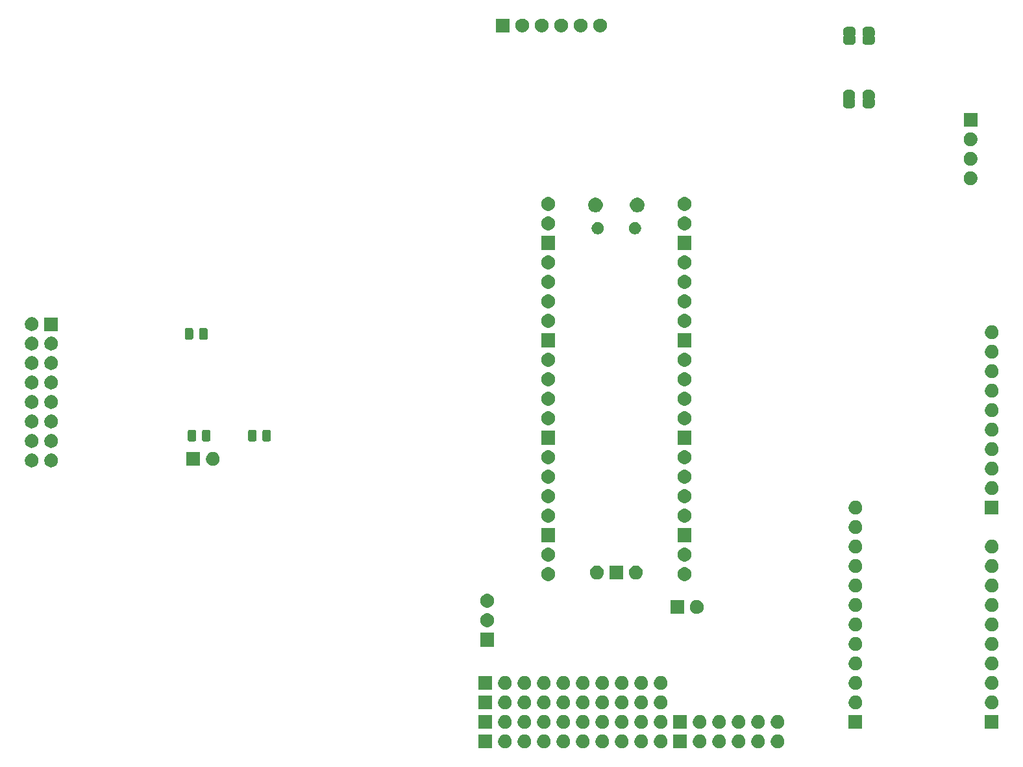
<source format=gbr>
G04 #@! TF.GenerationSoftware,KiCad,Pcbnew,5.1.5+dfsg1-2build2*
G04 #@! TF.CreationDate,2021-09-05T22:16:52+01:00*
G04 #@! TF.ProjectId,pak_breakout,70616b5f-6272-4656-916b-6f75742e6b69,rev?*
G04 #@! TF.SameCoordinates,Original*
G04 #@! TF.FileFunction,Soldermask,Bot*
G04 #@! TF.FilePolarity,Negative*
%FSLAX46Y46*%
G04 Gerber Fmt 4.6, Leading zero omitted, Abs format (unit mm)*
G04 Created by KiCad (PCBNEW 5.1.5+dfsg1-2build2) date 2021-09-05 22:16:52*
%MOMM*%
%LPD*%
G04 APERTURE LIST*
%ADD10C,0.100000*%
G04 APERTURE END LIST*
D10*
G36*
X402221000Y-282841000D02*
G01*
X400419000Y-282841000D01*
X400419000Y-281039000D01*
X402221000Y-281039000D01*
X402221000Y-282841000D01*
G37*
G36*
X381113512Y-281043927D02*
G01*
X381262812Y-281073624D01*
X381426784Y-281141544D01*
X381574354Y-281240147D01*
X381699853Y-281365646D01*
X381798456Y-281513216D01*
X381866376Y-281677188D01*
X381901000Y-281851259D01*
X381901000Y-282028741D01*
X381866376Y-282202812D01*
X381798456Y-282366784D01*
X381699853Y-282514354D01*
X381574354Y-282639853D01*
X381426784Y-282738456D01*
X381262812Y-282806376D01*
X381113512Y-282836073D01*
X381088742Y-282841000D01*
X380911258Y-282841000D01*
X380886488Y-282836073D01*
X380737188Y-282806376D01*
X380573216Y-282738456D01*
X380425646Y-282639853D01*
X380300147Y-282514354D01*
X380201544Y-282366784D01*
X380133624Y-282202812D01*
X380099000Y-282028741D01*
X380099000Y-281851259D01*
X380133624Y-281677188D01*
X380201544Y-281513216D01*
X380300147Y-281365646D01*
X380425646Y-281240147D01*
X380573216Y-281141544D01*
X380737188Y-281073624D01*
X380886488Y-281043927D01*
X380911258Y-281039000D01*
X381088742Y-281039000D01*
X381113512Y-281043927D01*
G37*
G36*
X398893512Y-281043927D02*
G01*
X399042812Y-281073624D01*
X399206784Y-281141544D01*
X399354354Y-281240147D01*
X399479853Y-281365646D01*
X399578456Y-281513216D01*
X399646376Y-281677188D01*
X399681000Y-281851259D01*
X399681000Y-282028741D01*
X399646376Y-282202812D01*
X399578456Y-282366784D01*
X399479853Y-282514354D01*
X399354354Y-282639853D01*
X399206784Y-282738456D01*
X399042812Y-282806376D01*
X398893512Y-282836073D01*
X398868742Y-282841000D01*
X398691258Y-282841000D01*
X398666488Y-282836073D01*
X398517188Y-282806376D01*
X398353216Y-282738456D01*
X398205646Y-282639853D01*
X398080147Y-282514354D01*
X397981544Y-282366784D01*
X397913624Y-282202812D01*
X397879000Y-282028741D01*
X397879000Y-281851259D01*
X397913624Y-281677188D01*
X397981544Y-281513216D01*
X398080147Y-281365646D01*
X398205646Y-281240147D01*
X398353216Y-281141544D01*
X398517188Y-281073624D01*
X398666488Y-281043927D01*
X398691258Y-281039000D01*
X398868742Y-281039000D01*
X398893512Y-281043927D01*
G37*
G36*
X396353512Y-281043927D02*
G01*
X396502812Y-281073624D01*
X396666784Y-281141544D01*
X396814354Y-281240147D01*
X396939853Y-281365646D01*
X397038456Y-281513216D01*
X397106376Y-281677188D01*
X397141000Y-281851259D01*
X397141000Y-282028741D01*
X397106376Y-282202812D01*
X397038456Y-282366784D01*
X396939853Y-282514354D01*
X396814354Y-282639853D01*
X396666784Y-282738456D01*
X396502812Y-282806376D01*
X396353512Y-282836073D01*
X396328742Y-282841000D01*
X396151258Y-282841000D01*
X396126488Y-282836073D01*
X395977188Y-282806376D01*
X395813216Y-282738456D01*
X395665646Y-282639853D01*
X395540147Y-282514354D01*
X395441544Y-282366784D01*
X395373624Y-282202812D01*
X395339000Y-282028741D01*
X395339000Y-281851259D01*
X395373624Y-281677188D01*
X395441544Y-281513216D01*
X395540147Y-281365646D01*
X395665646Y-281240147D01*
X395813216Y-281141544D01*
X395977188Y-281073624D01*
X396126488Y-281043927D01*
X396151258Y-281039000D01*
X396328742Y-281039000D01*
X396353512Y-281043927D01*
G37*
G36*
X393813512Y-281043927D02*
G01*
X393962812Y-281073624D01*
X394126784Y-281141544D01*
X394274354Y-281240147D01*
X394399853Y-281365646D01*
X394498456Y-281513216D01*
X394566376Y-281677188D01*
X394601000Y-281851259D01*
X394601000Y-282028741D01*
X394566376Y-282202812D01*
X394498456Y-282366784D01*
X394399853Y-282514354D01*
X394274354Y-282639853D01*
X394126784Y-282738456D01*
X393962812Y-282806376D01*
X393813512Y-282836073D01*
X393788742Y-282841000D01*
X393611258Y-282841000D01*
X393586488Y-282836073D01*
X393437188Y-282806376D01*
X393273216Y-282738456D01*
X393125646Y-282639853D01*
X393000147Y-282514354D01*
X392901544Y-282366784D01*
X392833624Y-282202812D01*
X392799000Y-282028741D01*
X392799000Y-281851259D01*
X392833624Y-281677188D01*
X392901544Y-281513216D01*
X393000147Y-281365646D01*
X393125646Y-281240147D01*
X393273216Y-281141544D01*
X393437188Y-281073624D01*
X393586488Y-281043927D01*
X393611258Y-281039000D01*
X393788742Y-281039000D01*
X393813512Y-281043927D01*
G37*
G36*
X391273512Y-281043927D02*
G01*
X391422812Y-281073624D01*
X391586784Y-281141544D01*
X391734354Y-281240147D01*
X391859853Y-281365646D01*
X391958456Y-281513216D01*
X392026376Y-281677188D01*
X392061000Y-281851259D01*
X392061000Y-282028741D01*
X392026376Y-282202812D01*
X391958456Y-282366784D01*
X391859853Y-282514354D01*
X391734354Y-282639853D01*
X391586784Y-282738456D01*
X391422812Y-282806376D01*
X391273512Y-282836073D01*
X391248742Y-282841000D01*
X391071258Y-282841000D01*
X391046488Y-282836073D01*
X390897188Y-282806376D01*
X390733216Y-282738456D01*
X390585646Y-282639853D01*
X390460147Y-282514354D01*
X390361544Y-282366784D01*
X390293624Y-282202812D01*
X390259000Y-282028741D01*
X390259000Y-281851259D01*
X390293624Y-281677188D01*
X390361544Y-281513216D01*
X390460147Y-281365646D01*
X390585646Y-281240147D01*
X390733216Y-281141544D01*
X390897188Y-281073624D01*
X391046488Y-281043927D01*
X391071258Y-281039000D01*
X391248742Y-281039000D01*
X391273512Y-281043927D01*
G37*
G36*
X388733512Y-281043927D02*
G01*
X388882812Y-281073624D01*
X389046784Y-281141544D01*
X389194354Y-281240147D01*
X389319853Y-281365646D01*
X389418456Y-281513216D01*
X389486376Y-281677188D01*
X389521000Y-281851259D01*
X389521000Y-282028741D01*
X389486376Y-282202812D01*
X389418456Y-282366784D01*
X389319853Y-282514354D01*
X389194354Y-282639853D01*
X389046784Y-282738456D01*
X388882812Y-282806376D01*
X388733512Y-282836073D01*
X388708742Y-282841000D01*
X388531258Y-282841000D01*
X388506488Y-282836073D01*
X388357188Y-282806376D01*
X388193216Y-282738456D01*
X388045646Y-282639853D01*
X387920147Y-282514354D01*
X387821544Y-282366784D01*
X387753624Y-282202812D01*
X387719000Y-282028741D01*
X387719000Y-281851259D01*
X387753624Y-281677188D01*
X387821544Y-281513216D01*
X387920147Y-281365646D01*
X388045646Y-281240147D01*
X388193216Y-281141544D01*
X388357188Y-281073624D01*
X388506488Y-281043927D01*
X388531258Y-281039000D01*
X388708742Y-281039000D01*
X388733512Y-281043927D01*
G37*
G36*
X386193512Y-281043927D02*
G01*
X386342812Y-281073624D01*
X386506784Y-281141544D01*
X386654354Y-281240147D01*
X386779853Y-281365646D01*
X386878456Y-281513216D01*
X386946376Y-281677188D01*
X386981000Y-281851259D01*
X386981000Y-282028741D01*
X386946376Y-282202812D01*
X386878456Y-282366784D01*
X386779853Y-282514354D01*
X386654354Y-282639853D01*
X386506784Y-282738456D01*
X386342812Y-282806376D01*
X386193512Y-282836073D01*
X386168742Y-282841000D01*
X385991258Y-282841000D01*
X385966488Y-282836073D01*
X385817188Y-282806376D01*
X385653216Y-282738456D01*
X385505646Y-282639853D01*
X385380147Y-282514354D01*
X385281544Y-282366784D01*
X385213624Y-282202812D01*
X385179000Y-282028741D01*
X385179000Y-281851259D01*
X385213624Y-281677188D01*
X385281544Y-281513216D01*
X385380147Y-281365646D01*
X385505646Y-281240147D01*
X385653216Y-281141544D01*
X385817188Y-281073624D01*
X385966488Y-281043927D01*
X385991258Y-281039000D01*
X386168742Y-281039000D01*
X386193512Y-281043927D01*
G37*
G36*
X383653512Y-281043927D02*
G01*
X383802812Y-281073624D01*
X383966784Y-281141544D01*
X384114354Y-281240147D01*
X384239853Y-281365646D01*
X384338456Y-281513216D01*
X384406376Y-281677188D01*
X384441000Y-281851259D01*
X384441000Y-282028741D01*
X384406376Y-282202812D01*
X384338456Y-282366784D01*
X384239853Y-282514354D01*
X384114354Y-282639853D01*
X383966784Y-282738456D01*
X383802812Y-282806376D01*
X383653512Y-282836073D01*
X383628742Y-282841000D01*
X383451258Y-282841000D01*
X383426488Y-282836073D01*
X383277188Y-282806376D01*
X383113216Y-282738456D01*
X382965646Y-282639853D01*
X382840147Y-282514354D01*
X382741544Y-282366784D01*
X382673624Y-282202812D01*
X382639000Y-282028741D01*
X382639000Y-281851259D01*
X382673624Y-281677188D01*
X382741544Y-281513216D01*
X382840147Y-281365646D01*
X382965646Y-281240147D01*
X383113216Y-281141544D01*
X383277188Y-281073624D01*
X383426488Y-281043927D01*
X383451258Y-281039000D01*
X383628742Y-281039000D01*
X383653512Y-281043927D01*
G37*
G36*
X376821000Y-282841000D02*
G01*
X375019000Y-282841000D01*
X375019000Y-281039000D01*
X376821000Y-281039000D01*
X376821000Y-282841000D01*
G37*
G36*
X414133512Y-281043927D02*
G01*
X414282812Y-281073624D01*
X414446784Y-281141544D01*
X414594354Y-281240147D01*
X414719853Y-281365646D01*
X414818456Y-281513216D01*
X414886376Y-281677188D01*
X414921000Y-281851259D01*
X414921000Y-282028741D01*
X414886376Y-282202812D01*
X414818456Y-282366784D01*
X414719853Y-282514354D01*
X414594354Y-282639853D01*
X414446784Y-282738456D01*
X414282812Y-282806376D01*
X414133512Y-282836073D01*
X414108742Y-282841000D01*
X413931258Y-282841000D01*
X413906488Y-282836073D01*
X413757188Y-282806376D01*
X413593216Y-282738456D01*
X413445646Y-282639853D01*
X413320147Y-282514354D01*
X413221544Y-282366784D01*
X413153624Y-282202812D01*
X413119000Y-282028741D01*
X413119000Y-281851259D01*
X413153624Y-281677188D01*
X413221544Y-281513216D01*
X413320147Y-281365646D01*
X413445646Y-281240147D01*
X413593216Y-281141544D01*
X413757188Y-281073624D01*
X413906488Y-281043927D01*
X413931258Y-281039000D01*
X414108742Y-281039000D01*
X414133512Y-281043927D01*
G37*
G36*
X411593512Y-281043927D02*
G01*
X411742812Y-281073624D01*
X411906784Y-281141544D01*
X412054354Y-281240147D01*
X412179853Y-281365646D01*
X412278456Y-281513216D01*
X412346376Y-281677188D01*
X412381000Y-281851259D01*
X412381000Y-282028741D01*
X412346376Y-282202812D01*
X412278456Y-282366784D01*
X412179853Y-282514354D01*
X412054354Y-282639853D01*
X411906784Y-282738456D01*
X411742812Y-282806376D01*
X411593512Y-282836073D01*
X411568742Y-282841000D01*
X411391258Y-282841000D01*
X411366488Y-282836073D01*
X411217188Y-282806376D01*
X411053216Y-282738456D01*
X410905646Y-282639853D01*
X410780147Y-282514354D01*
X410681544Y-282366784D01*
X410613624Y-282202812D01*
X410579000Y-282028741D01*
X410579000Y-281851259D01*
X410613624Y-281677188D01*
X410681544Y-281513216D01*
X410780147Y-281365646D01*
X410905646Y-281240147D01*
X411053216Y-281141544D01*
X411217188Y-281073624D01*
X411366488Y-281043927D01*
X411391258Y-281039000D01*
X411568742Y-281039000D01*
X411593512Y-281043927D01*
G37*
G36*
X409053512Y-281043927D02*
G01*
X409202812Y-281073624D01*
X409366784Y-281141544D01*
X409514354Y-281240147D01*
X409639853Y-281365646D01*
X409738456Y-281513216D01*
X409806376Y-281677188D01*
X409841000Y-281851259D01*
X409841000Y-282028741D01*
X409806376Y-282202812D01*
X409738456Y-282366784D01*
X409639853Y-282514354D01*
X409514354Y-282639853D01*
X409366784Y-282738456D01*
X409202812Y-282806376D01*
X409053512Y-282836073D01*
X409028742Y-282841000D01*
X408851258Y-282841000D01*
X408826488Y-282836073D01*
X408677188Y-282806376D01*
X408513216Y-282738456D01*
X408365646Y-282639853D01*
X408240147Y-282514354D01*
X408141544Y-282366784D01*
X408073624Y-282202812D01*
X408039000Y-282028741D01*
X408039000Y-281851259D01*
X408073624Y-281677188D01*
X408141544Y-281513216D01*
X408240147Y-281365646D01*
X408365646Y-281240147D01*
X408513216Y-281141544D01*
X408677188Y-281073624D01*
X408826488Y-281043927D01*
X408851258Y-281039000D01*
X409028742Y-281039000D01*
X409053512Y-281043927D01*
G37*
G36*
X406513512Y-281043927D02*
G01*
X406662812Y-281073624D01*
X406826784Y-281141544D01*
X406974354Y-281240147D01*
X407099853Y-281365646D01*
X407198456Y-281513216D01*
X407266376Y-281677188D01*
X407301000Y-281851259D01*
X407301000Y-282028741D01*
X407266376Y-282202812D01*
X407198456Y-282366784D01*
X407099853Y-282514354D01*
X406974354Y-282639853D01*
X406826784Y-282738456D01*
X406662812Y-282806376D01*
X406513512Y-282836073D01*
X406488742Y-282841000D01*
X406311258Y-282841000D01*
X406286488Y-282836073D01*
X406137188Y-282806376D01*
X405973216Y-282738456D01*
X405825646Y-282639853D01*
X405700147Y-282514354D01*
X405601544Y-282366784D01*
X405533624Y-282202812D01*
X405499000Y-282028741D01*
X405499000Y-281851259D01*
X405533624Y-281677188D01*
X405601544Y-281513216D01*
X405700147Y-281365646D01*
X405825646Y-281240147D01*
X405973216Y-281141544D01*
X406137188Y-281073624D01*
X406286488Y-281043927D01*
X406311258Y-281039000D01*
X406488742Y-281039000D01*
X406513512Y-281043927D01*
G37*
G36*
X403973512Y-281043927D02*
G01*
X404122812Y-281073624D01*
X404286784Y-281141544D01*
X404434354Y-281240147D01*
X404559853Y-281365646D01*
X404658456Y-281513216D01*
X404726376Y-281677188D01*
X404761000Y-281851259D01*
X404761000Y-282028741D01*
X404726376Y-282202812D01*
X404658456Y-282366784D01*
X404559853Y-282514354D01*
X404434354Y-282639853D01*
X404286784Y-282738456D01*
X404122812Y-282806376D01*
X403973512Y-282836073D01*
X403948742Y-282841000D01*
X403771258Y-282841000D01*
X403746488Y-282836073D01*
X403597188Y-282806376D01*
X403433216Y-282738456D01*
X403285646Y-282639853D01*
X403160147Y-282514354D01*
X403061544Y-282366784D01*
X402993624Y-282202812D01*
X402959000Y-282028741D01*
X402959000Y-281851259D01*
X402993624Y-281677188D01*
X403061544Y-281513216D01*
X403160147Y-281365646D01*
X403285646Y-281240147D01*
X403433216Y-281141544D01*
X403597188Y-281073624D01*
X403746488Y-281043927D01*
X403771258Y-281039000D01*
X403948742Y-281039000D01*
X403973512Y-281043927D01*
G37*
G36*
X378573512Y-281043927D02*
G01*
X378722812Y-281073624D01*
X378886784Y-281141544D01*
X379034354Y-281240147D01*
X379159853Y-281365646D01*
X379258456Y-281513216D01*
X379326376Y-281677188D01*
X379361000Y-281851259D01*
X379361000Y-282028741D01*
X379326376Y-282202812D01*
X379258456Y-282366784D01*
X379159853Y-282514354D01*
X379034354Y-282639853D01*
X378886784Y-282738456D01*
X378722812Y-282806376D01*
X378573512Y-282836073D01*
X378548742Y-282841000D01*
X378371258Y-282841000D01*
X378346488Y-282836073D01*
X378197188Y-282806376D01*
X378033216Y-282738456D01*
X377885646Y-282639853D01*
X377760147Y-282514354D01*
X377661544Y-282366784D01*
X377593624Y-282202812D01*
X377559000Y-282028741D01*
X377559000Y-281851259D01*
X377593624Y-281677188D01*
X377661544Y-281513216D01*
X377760147Y-281365646D01*
X377885646Y-281240147D01*
X378033216Y-281141544D01*
X378197188Y-281073624D01*
X378346488Y-281043927D01*
X378371258Y-281039000D01*
X378548742Y-281039000D01*
X378573512Y-281043927D01*
G37*
G36*
X406513512Y-278503927D02*
G01*
X406662812Y-278533624D01*
X406826784Y-278601544D01*
X406974354Y-278700147D01*
X407099853Y-278825646D01*
X407198456Y-278973216D01*
X407266376Y-279137188D01*
X407301000Y-279311259D01*
X407301000Y-279488741D01*
X407266376Y-279662812D01*
X407198456Y-279826784D01*
X407099853Y-279974354D01*
X406974354Y-280099853D01*
X406826784Y-280198456D01*
X406662812Y-280266376D01*
X406513512Y-280296073D01*
X406488742Y-280301000D01*
X406311258Y-280301000D01*
X406286488Y-280296073D01*
X406137188Y-280266376D01*
X405973216Y-280198456D01*
X405825646Y-280099853D01*
X405700147Y-279974354D01*
X405601544Y-279826784D01*
X405533624Y-279662812D01*
X405499000Y-279488741D01*
X405499000Y-279311259D01*
X405533624Y-279137188D01*
X405601544Y-278973216D01*
X405700147Y-278825646D01*
X405825646Y-278700147D01*
X405973216Y-278601544D01*
X406137188Y-278533624D01*
X406286488Y-278503927D01*
X406311258Y-278499000D01*
X406488742Y-278499000D01*
X406513512Y-278503927D01*
G37*
G36*
X396353512Y-278503927D02*
G01*
X396502812Y-278533624D01*
X396666784Y-278601544D01*
X396814354Y-278700147D01*
X396939853Y-278825646D01*
X397038456Y-278973216D01*
X397106376Y-279137188D01*
X397141000Y-279311259D01*
X397141000Y-279488741D01*
X397106376Y-279662812D01*
X397038456Y-279826784D01*
X396939853Y-279974354D01*
X396814354Y-280099853D01*
X396666784Y-280198456D01*
X396502812Y-280266376D01*
X396353512Y-280296073D01*
X396328742Y-280301000D01*
X396151258Y-280301000D01*
X396126488Y-280296073D01*
X395977188Y-280266376D01*
X395813216Y-280198456D01*
X395665646Y-280099853D01*
X395540147Y-279974354D01*
X395441544Y-279826784D01*
X395373624Y-279662812D01*
X395339000Y-279488741D01*
X395339000Y-279311259D01*
X395373624Y-279137188D01*
X395441544Y-278973216D01*
X395540147Y-278825646D01*
X395665646Y-278700147D01*
X395813216Y-278601544D01*
X395977188Y-278533624D01*
X396126488Y-278503927D01*
X396151258Y-278499000D01*
X396328742Y-278499000D01*
X396353512Y-278503927D01*
G37*
G36*
X398893512Y-278503927D02*
G01*
X399042812Y-278533624D01*
X399206784Y-278601544D01*
X399354354Y-278700147D01*
X399479853Y-278825646D01*
X399578456Y-278973216D01*
X399646376Y-279137188D01*
X399681000Y-279311259D01*
X399681000Y-279488741D01*
X399646376Y-279662812D01*
X399578456Y-279826784D01*
X399479853Y-279974354D01*
X399354354Y-280099853D01*
X399206784Y-280198456D01*
X399042812Y-280266376D01*
X398893512Y-280296073D01*
X398868742Y-280301000D01*
X398691258Y-280301000D01*
X398666488Y-280296073D01*
X398517188Y-280266376D01*
X398353216Y-280198456D01*
X398205646Y-280099853D01*
X398080147Y-279974354D01*
X397981544Y-279826784D01*
X397913624Y-279662812D01*
X397879000Y-279488741D01*
X397879000Y-279311259D01*
X397913624Y-279137188D01*
X397981544Y-278973216D01*
X398080147Y-278825646D01*
X398205646Y-278700147D01*
X398353216Y-278601544D01*
X398517188Y-278533624D01*
X398666488Y-278503927D01*
X398691258Y-278499000D01*
X398868742Y-278499000D01*
X398893512Y-278503927D01*
G37*
G36*
X403973512Y-278503927D02*
G01*
X404122812Y-278533624D01*
X404286784Y-278601544D01*
X404434354Y-278700147D01*
X404559853Y-278825646D01*
X404658456Y-278973216D01*
X404726376Y-279137188D01*
X404761000Y-279311259D01*
X404761000Y-279488741D01*
X404726376Y-279662812D01*
X404658456Y-279826784D01*
X404559853Y-279974354D01*
X404434354Y-280099853D01*
X404286784Y-280198456D01*
X404122812Y-280266376D01*
X403973512Y-280296073D01*
X403948742Y-280301000D01*
X403771258Y-280301000D01*
X403746488Y-280296073D01*
X403597188Y-280266376D01*
X403433216Y-280198456D01*
X403285646Y-280099853D01*
X403160147Y-279974354D01*
X403061544Y-279826784D01*
X402993624Y-279662812D01*
X402959000Y-279488741D01*
X402959000Y-279311259D01*
X402993624Y-279137188D01*
X403061544Y-278973216D01*
X403160147Y-278825646D01*
X403285646Y-278700147D01*
X403433216Y-278601544D01*
X403597188Y-278533624D01*
X403746488Y-278503927D01*
X403771258Y-278499000D01*
X403948742Y-278499000D01*
X403973512Y-278503927D01*
G37*
G36*
X409053512Y-278503927D02*
G01*
X409202812Y-278533624D01*
X409366784Y-278601544D01*
X409514354Y-278700147D01*
X409639853Y-278825646D01*
X409738456Y-278973216D01*
X409806376Y-279137188D01*
X409841000Y-279311259D01*
X409841000Y-279488741D01*
X409806376Y-279662812D01*
X409738456Y-279826784D01*
X409639853Y-279974354D01*
X409514354Y-280099853D01*
X409366784Y-280198456D01*
X409202812Y-280266376D01*
X409053512Y-280296073D01*
X409028742Y-280301000D01*
X408851258Y-280301000D01*
X408826488Y-280296073D01*
X408677188Y-280266376D01*
X408513216Y-280198456D01*
X408365646Y-280099853D01*
X408240147Y-279974354D01*
X408141544Y-279826784D01*
X408073624Y-279662812D01*
X408039000Y-279488741D01*
X408039000Y-279311259D01*
X408073624Y-279137188D01*
X408141544Y-278973216D01*
X408240147Y-278825646D01*
X408365646Y-278700147D01*
X408513216Y-278601544D01*
X408677188Y-278533624D01*
X408826488Y-278503927D01*
X408851258Y-278499000D01*
X409028742Y-278499000D01*
X409053512Y-278503927D01*
G37*
G36*
X411593512Y-278503927D02*
G01*
X411742812Y-278533624D01*
X411906784Y-278601544D01*
X412054354Y-278700147D01*
X412179853Y-278825646D01*
X412278456Y-278973216D01*
X412346376Y-279137188D01*
X412381000Y-279311259D01*
X412381000Y-279488741D01*
X412346376Y-279662812D01*
X412278456Y-279826784D01*
X412179853Y-279974354D01*
X412054354Y-280099853D01*
X411906784Y-280198456D01*
X411742812Y-280266376D01*
X411593512Y-280296073D01*
X411568742Y-280301000D01*
X411391258Y-280301000D01*
X411366488Y-280296073D01*
X411217188Y-280266376D01*
X411053216Y-280198456D01*
X410905646Y-280099853D01*
X410780147Y-279974354D01*
X410681544Y-279826784D01*
X410613624Y-279662812D01*
X410579000Y-279488741D01*
X410579000Y-279311259D01*
X410613624Y-279137188D01*
X410681544Y-278973216D01*
X410780147Y-278825646D01*
X410905646Y-278700147D01*
X411053216Y-278601544D01*
X411217188Y-278533624D01*
X411366488Y-278503927D01*
X411391258Y-278499000D01*
X411568742Y-278499000D01*
X411593512Y-278503927D01*
G37*
G36*
X414133512Y-278503927D02*
G01*
X414282812Y-278533624D01*
X414446784Y-278601544D01*
X414594354Y-278700147D01*
X414719853Y-278825646D01*
X414818456Y-278973216D01*
X414886376Y-279137188D01*
X414921000Y-279311259D01*
X414921000Y-279488741D01*
X414886376Y-279662812D01*
X414818456Y-279826784D01*
X414719853Y-279974354D01*
X414594354Y-280099853D01*
X414446784Y-280198456D01*
X414282812Y-280266376D01*
X414133512Y-280296073D01*
X414108742Y-280301000D01*
X413931258Y-280301000D01*
X413906488Y-280296073D01*
X413757188Y-280266376D01*
X413593216Y-280198456D01*
X413445646Y-280099853D01*
X413320147Y-279974354D01*
X413221544Y-279826784D01*
X413153624Y-279662812D01*
X413119000Y-279488741D01*
X413119000Y-279311259D01*
X413153624Y-279137188D01*
X413221544Y-278973216D01*
X413320147Y-278825646D01*
X413445646Y-278700147D01*
X413593216Y-278601544D01*
X413757188Y-278533624D01*
X413906488Y-278503927D01*
X413931258Y-278499000D01*
X414108742Y-278499000D01*
X414133512Y-278503927D01*
G37*
G36*
X391273512Y-278503927D02*
G01*
X391422812Y-278533624D01*
X391586784Y-278601544D01*
X391734354Y-278700147D01*
X391859853Y-278825646D01*
X391958456Y-278973216D01*
X392026376Y-279137188D01*
X392061000Y-279311259D01*
X392061000Y-279488741D01*
X392026376Y-279662812D01*
X391958456Y-279826784D01*
X391859853Y-279974354D01*
X391734354Y-280099853D01*
X391586784Y-280198456D01*
X391422812Y-280266376D01*
X391273512Y-280296073D01*
X391248742Y-280301000D01*
X391071258Y-280301000D01*
X391046488Y-280296073D01*
X390897188Y-280266376D01*
X390733216Y-280198456D01*
X390585646Y-280099853D01*
X390460147Y-279974354D01*
X390361544Y-279826784D01*
X390293624Y-279662812D01*
X390259000Y-279488741D01*
X390259000Y-279311259D01*
X390293624Y-279137188D01*
X390361544Y-278973216D01*
X390460147Y-278825646D01*
X390585646Y-278700147D01*
X390733216Y-278601544D01*
X390897188Y-278533624D01*
X391046488Y-278503927D01*
X391071258Y-278499000D01*
X391248742Y-278499000D01*
X391273512Y-278503927D01*
G37*
G36*
X393813512Y-278503927D02*
G01*
X393962812Y-278533624D01*
X394126784Y-278601544D01*
X394274354Y-278700147D01*
X394399853Y-278825646D01*
X394498456Y-278973216D01*
X394566376Y-279137188D01*
X394601000Y-279311259D01*
X394601000Y-279488741D01*
X394566376Y-279662812D01*
X394498456Y-279826784D01*
X394399853Y-279974354D01*
X394274354Y-280099853D01*
X394126784Y-280198456D01*
X393962812Y-280266376D01*
X393813512Y-280296073D01*
X393788742Y-280301000D01*
X393611258Y-280301000D01*
X393586488Y-280296073D01*
X393437188Y-280266376D01*
X393273216Y-280198456D01*
X393125646Y-280099853D01*
X393000147Y-279974354D01*
X392901544Y-279826784D01*
X392833624Y-279662812D01*
X392799000Y-279488741D01*
X392799000Y-279311259D01*
X392833624Y-279137188D01*
X392901544Y-278973216D01*
X393000147Y-278825646D01*
X393125646Y-278700147D01*
X393273216Y-278601544D01*
X393437188Y-278533624D01*
X393586488Y-278503927D01*
X393611258Y-278499000D01*
X393788742Y-278499000D01*
X393813512Y-278503927D01*
G37*
G36*
X442861000Y-280301000D02*
G01*
X441059000Y-280301000D01*
X441059000Y-278499000D01*
X442861000Y-278499000D01*
X442861000Y-280301000D01*
G37*
G36*
X376821000Y-280301000D02*
G01*
X375019000Y-280301000D01*
X375019000Y-278499000D01*
X376821000Y-278499000D01*
X376821000Y-280301000D01*
G37*
G36*
X378573512Y-278503927D02*
G01*
X378722812Y-278533624D01*
X378886784Y-278601544D01*
X379034354Y-278700147D01*
X379159853Y-278825646D01*
X379258456Y-278973216D01*
X379326376Y-279137188D01*
X379361000Y-279311259D01*
X379361000Y-279488741D01*
X379326376Y-279662812D01*
X379258456Y-279826784D01*
X379159853Y-279974354D01*
X379034354Y-280099853D01*
X378886784Y-280198456D01*
X378722812Y-280266376D01*
X378573512Y-280296073D01*
X378548742Y-280301000D01*
X378371258Y-280301000D01*
X378346488Y-280296073D01*
X378197188Y-280266376D01*
X378033216Y-280198456D01*
X377885646Y-280099853D01*
X377760147Y-279974354D01*
X377661544Y-279826784D01*
X377593624Y-279662812D01*
X377559000Y-279488741D01*
X377559000Y-279311259D01*
X377593624Y-279137188D01*
X377661544Y-278973216D01*
X377760147Y-278825646D01*
X377885646Y-278700147D01*
X378033216Y-278601544D01*
X378197188Y-278533624D01*
X378346488Y-278503927D01*
X378371258Y-278499000D01*
X378548742Y-278499000D01*
X378573512Y-278503927D01*
G37*
G36*
X402221000Y-280301000D02*
G01*
X400419000Y-280301000D01*
X400419000Y-278499000D01*
X402221000Y-278499000D01*
X402221000Y-280301000D01*
G37*
G36*
X383653512Y-278503927D02*
G01*
X383802812Y-278533624D01*
X383966784Y-278601544D01*
X384114354Y-278700147D01*
X384239853Y-278825646D01*
X384338456Y-278973216D01*
X384406376Y-279137188D01*
X384441000Y-279311259D01*
X384441000Y-279488741D01*
X384406376Y-279662812D01*
X384338456Y-279826784D01*
X384239853Y-279974354D01*
X384114354Y-280099853D01*
X383966784Y-280198456D01*
X383802812Y-280266376D01*
X383653512Y-280296073D01*
X383628742Y-280301000D01*
X383451258Y-280301000D01*
X383426488Y-280296073D01*
X383277188Y-280266376D01*
X383113216Y-280198456D01*
X382965646Y-280099853D01*
X382840147Y-279974354D01*
X382741544Y-279826784D01*
X382673624Y-279662812D01*
X382639000Y-279488741D01*
X382639000Y-279311259D01*
X382673624Y-279137188D01*
X382741544Y-278973216D01*
X382840147Y-278825646D01*
X382965646Y-278700147D01*
X383113216Y-278601544D01*
X383277188Y-278533624D01*
X383426488Y-278503927D01*
X383451258Y-278499000D01*
X383628742Y-278499000D01*
X383653512Y-278503927D01*
G37*
G36*
X386193512Y-278503927D02*
G01*
X386342812Y-278533624D01*
X386506784Y-278601544D01*
X386654354Y-278700147D01*
X386779853Y-278825646D01*
X386878456Y-278973216D01*
X386946376Y-279137188D01*
X386981000Y-279311259D01*
X386981000Y-279488741D01*
X386946376Y-279662812D01*
X386878456Y-279826784D01*
X386779853Y-279974354D01*
X386654354Y-280099853D01*
X386506784Y-280198456D01*
X386342812Y-280266376D01*
X386193512Y-280296073D01*
X386168742Y-280301000D01*
X385991258Y-280301000D01*
X385966488Y-280296073D01*
X385817188Y-280266376D01*
X385653216Y-280198456D01*
X385505646Y-280099853D01*
X385380147Y-279974354D01*
X385281544Y-279826784D01*
X385213624Y-279662812D01*
X385179000Y-279488741D01*
X385179000Y-279311259D01*
X385213624Y-279137188D01*
X385281544Y-278973216D01*
X385380147Y-278825646D01*
X385505646Y-278700147D01*
X385653216Y-278601544D01*
X385817188Y-278533624D01*
X385966488Y-278503927D01*
X385991258Y-278499000D01*
X386168742Y-278499000D01*
X386193512Y-278503927D01*
G37*
G36*
X388733512Y-278503927D02*
G01*
X388882812Y-278533624D01*
X389046784Y-278601544D01*
X389194354Y-278700147D01*
X389319853Y-278825646D01*
X389418456Y-278973216D01*
X389486376Y-279137188D01*
X389521000Y-279311259D01*
X389521000Y-279488741D01*
X389486376Y-279662812D01*
X389418456Y-279826784D01*
X389319853Y-279974354D01*
X389194354Y-280099853D01*
X389046784Y-280198456D01*
X388882812Y-280266376D01*
X388733512Y-280296073D01*
X388708742Y-280301000D01*
X388531258Y-280301000D01*
X388506488Y-280296073D01*
X388357188Y-280266376D01*
X388193216Y-280198456D01*
X388045646Y-280099853D01*
X387920147Y-279974354D01*
X387821544Y-279826784D01*
X387753624Y-279662812D01*
X387719000Y-279488741D01*
X387719000Y-279311259D01*
X387753624Y-279137188D01*
X387821544Y-278973216D01*
X387920147Y-278825646D01*
X388045646Y-278700147D01*
X388193216Y-278601544D01*
X388357188Y-278533624D01*
X388506488Y-278503927D01*
X388531258Y-278499000D01*
X388708742Y-278499000D01*
X388733512Y-278503927D01*
G37*
G36*
X381113512Y-278503927D02*
G01*
X381262812Y-278533624D01*
X381426784Y-278601544D01*
X381574354Y-278700147D01*
X381699853Y-278825646D01*
X381798456Y-278973216D01*
X381866376Y-279137188D01*
X381901000Y-279311259D01*
X381901000Y-279488741D01*
X381866376Y-279662812D01*
X381798456Y-279826784D01*
X381699853Y-279974354D01*
X381574354Y-280099853D01*
X381426784Y-280198456D01*
X381262812Y-280266376D01*
X381113512Y-280296073D01*
X381088742Y-280301000D01*
X380911258Y-280301000D01*
X380886488Y-280296073D01*
X380737188Y-280266376D01*
X380573216Y-280198456D01*
X380425646Y-280099853D01*
X380300147Y-279974354D01*
X380201544Y-279826784D01*
X380133624Y-279662812D01*
X380099000Y-279488741D01*
X380099000Y-279311259D01*
X380133624Y-279137188D01*
X380201544Y-278973216D01*
X380300147Y-278825646D01*
X380425646Y-278700147D01*
X380573216Y-278601544D01*
X380737188Y-278533624D01*
X380886488Y-278503927D01*
X380911258Y-278499000D01*
X381088742Y-278499000D01*
X381113512Y-278503927D01*
G37*
G36*
X425081000Y-280301000D02*
G01*
X423279000Y-280301000D01*
X423279000Y-278499000D01*
X425081000Y-278499000D01*
X425081000Y-280301000D01*
G37*
G36*
X383653512Y-275963927D02*
G01*
X383802812Y-275993624D01*
X383966784Y-276061544D01*
X384114354Y-276160147D01*
X384239853Y-276285646D01*
X384338456Y-276433216D01*
X384406376Y-276597188D01*
X384441000Y-276771259D01*
X384441000Y-276948741D01*
X384406376Y-277122812D01*
X384338456Y-277286784D01*
X384239853Y-277434354D01*
X384114354Y-277559853D01*
X383966784Y-277658456D01*
X383802812Y-277726376D01*
X383653512Y-277756073D01*
X383628742Y-277761000D01*
X383451258Y-277761000D01*
X383426488Y-277756073D01*
X383277188Y-277726376D01*
X383113216Y-277658456D01*
X382965646Y-277559853D01*
X382840147Y-277434354D01*
X382741544Y-277286784D01*
X382673624Y-277122812D01*
X382639000Y-276948741D01*
X382639000Y-276771259D01*
X382673624Y-276597188D01*
X382741544Y-276433216D01*
X382840147Y-276285646D01*
X382965646Y-276160147D01*
X383113216Y-276061544D01*
X383277188Y-275993624D01*
X383426488Y-275963927D01*
X383451258Y-275959000D01*
X383628742Y-275959000D01*
X383653512Y-275963927D01*
G37*
G36*
X442073512Y-275963927D02*
G01*
X442222812Y-275993624D01*
X442386784Y-276061544D01*
X442534354Y-276160147D01*
X442659853Y-276285646D01*
X442758456Y-276433216D01*
X442826376Y-276597188D01*
X442861000Y-276771259D01*
X442861000Y-276948741D01*
X442826376Y-277122812D01*
X442758456Y-277286784D01*
X442659853Y-277434354D01*
X442534354Y-277559853D01*
X442386784Y-277658456D01*
X442222812Y-277726376D01*
X442073512Y-277756073D01*
X442048742Y-277761000D01*
X441871258Y-277761000D01*
X441846488Y-277756073D01*
X441697188Y-277726376D01*
X441533216Y-277658456D01*
X441385646Y-277559853D01*
X441260147Y-277434354D01*
X441161544Y-277286784D01*
X441093624Y-277122812D01*
X441059000Y-276948741D01*
X441059000Y-276771259D01*
X441093624Y-276597188D01*
X441161544Y-276433216D01*
X441260147Y-276285646D01*
X441385646Y-276160147D01*
X441533216Y-276061544D01*
X441697188Y-275993624D01*
X441846488Y-275963927D01*
X441871258Y-275959000D01*
X442048742Y-275959000D01*
X442073512Y-275963927D01*
G37*
G36*
X398893512Y-275963927D02*
G01*
X399042812Y-275993624D01*
X399206784Y-276061544D01*
X399354354Y-276160147D01*
X399479853Y-276285646D01*
X399578456Y-276433216D01*
X399646376Y-276597188D01*
X399681000Y-276771259D01*
X399681000Y-276948741D01*
X399646376Y-277122812D01*
X399578456Y-277286784D01*
X399479853Y-277434354D01*
X399354354Y-277559853D01*
X399206784Y-277658456D01*
X399042812Y-277726376D01*
X398893512Y-277756073D01*
X398868742Y-277761000D01*
X398691258Y-277761000D01*
X398666488Y-277756073D01*
X398517188Y-277726376D01*
X398353216Y-277658456D01*
X398205646Y-277559853D01*
X398080147Y-277434354D01*
X397981544Y-277286784D01*
X397913624Y-277122812D01*
X397879000Y-276948741D01*
X397879000Y-276771259D01*
X397913624Y-276597188D01*
X397981544Y-276433216D01*
X398080147Y-276285646D01*
X398205646Y-276160147D01*
X398353216Y-276061544D01*
X398517188Y-275993624D01*
X398666488Y-275963927D01*
X398691258Y-275959000D01*
X398868742Y-275959000D01*
X398893512Y-275963927D01*
G37*
G36*
X396353512Y-275963927D02*
G01*
X396502812Y-275993624D01*
X396666784Y-276061544D01*
X396814354Y-276160147D01*
X396939853Y-276285646D01*
X397038456Y-276433216D01*
X397106376Y-276597188D01*
X397141000Y-276771259D01*
X397141000Y-276948741D01*
X397106376Y-277122812D01*
X397038456Y-277286784D01*
X396939853Y-277434354D01*
X396814354Y-277559853D01*
X396666784Y-277658456D01*
X396502812Y-277726376D01*
X396353512Y-277756073D01*
X396328742Y-277761000D01*
X396151258Y-277761000D01*
X396126488Y-277756073D01*
X395977188Y-277726376D01*
X395813216Y-277658456D01*
X395665646Y-277559853D01*
X395540147Y-277434354D01*
X395441544Y-277286784D01*
X395373624Y-277122812D01*
X395339000Y-276948741D01*
X395339000Y-276771259D01*
X395373624Y-276597188D01*
X395441544Y-276433216D01*
X395540147Y-276285646D01*
X395665646Y-276160147D01*
X395813216Y-276061544D01*
X395977188Y-275993624D01*
X396126488Y-275963927D01*
X396151258Y-275959000D01*
X396328742Y-275959000D01*
X396353512Y-275963927D01*
G37*
G36*
X393813512Y-275963927D02*
G01*
X393962812Y-275993624D01*
X394126784Y-276061544D01*
X394274354Y-276160147D01*
X394399853Y-276285646D01*
X394498456Y-276433216D01*
X394566376Y-276597188D01*
X394601000Y-276771259D01*
X394601000Y-276948741D01*
X394566376Y-277122812D01*
X394498456Y-277286784D01*
X394399853Y-277434354D01*
X394274354Y-277559853D01*
X394126784Y-277658456D01*
X393962812Y-277726376D01*
X393813512Y-277756073D01*
X393788742Y-277761000D01*
X393611258Y-277761000D01*
X393586488Y-277756073D01*
X393437188Y-277726376D01*
X393273216Y-277658456D01*
X393125646Y-277559853D01*
X393000147Y-277434354D01*
X392901544Y-277286784D01*
X392833624Y-277122812D01*
X392799000Y-276948741D01*
X392799000Y-276771259D01*
X392833624Y-276597188D01*
X392901544Y-276433216D01*
X393000147Y-276285646D01*
X393125646Y-276160147D01*
X393273216Y-276061544D01*
X393437188Y-275993624D01*
X393586488Y-275963927D01*
X393611258Y-275959000D01*
X393788742Y-275959000D01*
X393813512Y-275963927D01*
G37*
G36*
X391273512Y-275963927D02*
G01*
X391422812Y-275993624D01*
X391586784Y-276061544D01*
X391734354Y-276160147D01*
X391859853Y-276285646D01*
X391958456Y-276433216D01*
X392026376Y-276597188D01*
X392061000Y-276771259D01*
X392061000Y-276948741D01*
X392026376Y-277122812D01*
X391958456Y-277286784D01*
X391859853Y-277434354D01*
X391734354Y-277559853D01*
X391586784Y-277658456D01*
X391422812Y-277726376D01*
X391273512Y-277756073D01*
X391248742Y-277761000D01*
X391071258Y-277761000D01*
X391046488Y-277756073D01*
X390897188Y-277726376D01*
X390733216Y-277658456D01*
X390585646Y-277559853D01*
X390460147Y-277434354D01*
X390361544Y-277286784D01*
X390293624Y-277122812D01*
X390259000Y-276948741D01*
X390259000Y-276771259D01*
X390293624Y-276597188D01*
X390361544Y-276433216D01*
X390460147Y-276285646D01*
X390585646Y-276160147D01*
X390733216Y-276061544D01*
X390897188Y-275993624D01*
X391046488Y-275963927D01*
X391071258Y-275959000D01*
X391248742Y-275959000D01*
X391273512Y-275963927D01*
G37*
G36*
X388733512Y-275963927D02*
G01*
X388882812Y-275993624D01*
X389046784Y-276061544D01*
X389194354Y-276160147D01*
X389319853Y-276285646D01*
X389418456Y-276433216D01*
X389486376Y-276597188D01*
X389521000Y-276771259D01*
X389521000Y-276948741D01*
X389486376Y-277122812D01*
X389418456Y-277286784D01*
X389319853Y-277434354D01*
X389194354Y-277559853D01*
X389046784Y-277658456D01*
X388882812Y-277726376D01*
X388733512Y-277756073D01*
X388708742Y-277761000D01*
X388531258Y-277761000D01*
X388506488Y-277756073D01*
X388357188Y-277726376D01*
X388193216Y-277658456D01*
X388045646Y-277559853D01*
X387920147Y-277434354D01*
X387821544Y-277286784D01*
X387753624Y-277122812D01*
X387719000Y-276948741D01*
X387719000Y-276771259D01*
X387753624Y-276597188D01*
X387821544Y-276433216D01*
X387920147Y-276285646D01*
X388045646Y-276160147D01*
X388193216Y-276061544D01*
X388357188Y-275993624D01*
X388506488Y-275963927D01*
X388531258Y-275959000D01*
X388708742Y-275959000D01*
X388733512Y-275963927D01*
G37*
G36*
X386193512Y-275963927D02*
G01*
X386342812Y-275993624D01*
X386506784Y-276061544D01*
X386654354Y-276160147D01*
X386779853Y-276285646D01*
X386878456Y-276433216D01*
X386946376Y-276597188D01*
X386981000Y-276771259D01*
X386981000Y-276948741D01*
X386946376Y-277122812D01*
X386878456Y-277286784D01*
X386779853Y-277434354D01*
X386654354Y-277559853D01*
X386506784Y-277658456D01*
X386342812Y-277726376D01*
X386193512Y-277756073D01*
X386168742Y-277761000D01*
X385991258Y-277761000D01*
X385966488Y-277756073D01*
X385817188Y-277726376D01*
X385653216Y-277658456D01*
X385505646Y-277559853D01*
X385380147Y-277434354D01*
X385281544Y-277286784D01*
X385213624Y-277122812D01*
X385179000Y-276948741D01*
X385179000Y-276771259D01*
X385213624Y-276597188D01*
X385281544Y-276433216D01*
X385380147Y-276285646D01*
X385505646Y-276160147D01*
X385653216Y-276061544D01*
X385817188Y-275993624D01*
X385966488Y-275963927D01*
X385991258Y-275959000D01*
X386168742Y-275959000D01*
X386193512Y-275963927D01*
G37*
G36*
X381113512Y-275963927D02*
G01*
X381262812Y-275993624D01*
X381426784Y-276061544D01*
X381574354Y-276160147D01*
X381699853Y-276285646D01*
X381798456Y-276433216D01*
X381866376Y-276597188D01*
X381901000Y-276771259D01*
X381901000Y-276948741D01*
X381866376Y-277122812D01*
X381798456Y-277286784D01*
X381699853Y-277434354D01*
X381574354Y-277559853D01*
X381426784Y-277658456D01*
X381262812Y-277726376D01*
X381113512Y-277756073D01*
X381088742Y-277761000D01*
X380911258Y-277761000D01*
X380886488Y-277756073D01*
X380737188Y-277726376D01*
X380573216Y-277658456D01*
X380425646Y-277559853D01*
X380300147Y-277434354D01*
X380201544Y-277286784D01*
X380133624Y-277122812D01*
X380099000Y-276948741D01*
X380099000Y-276771259D01*
X380133624Y-276597188D01*
X380201544Y-276433216D01*
X380300147Y-276285646D01*
X380425646Y-276160147D01*
X380573216Y-276061544D01*
X380737188Y-275993624D01*
X380886488Y-275963927D01*
X380911258Y-275959000D01*
X381088742Y-275959000D01*
X381113512Y-275963927D01*
G37*
G36*
X378573512Y-275963927D02*
G01*
X378722812Y-275993624D01*
X378886784Y-276061544D01*
X379034354Y-276160147D01*
X379159853Y-276285646D01*
X379258456Y-276433216D01*
X379326376Y-276597188D01*
X379361000Y-276771259D01*
X379361000Y-276948741D01*
X379326376Y-277122812D01*
X379258456Y-277286784D01*
X379159853Y-277434354D01*
X379034354Y-277559853D01*
X378886784Y-277658456D01*
X378722812Y-277726376D01*
X378573512Y-277756073D01*
X378548742Y-277761000D01*
X378371258Y-277761000D01*
X378346488Y-277756073D01*
X378197188Y-277726376D01*
X378033216Y-277658456D01*
X377885646Y-277559853D01*
X377760147Y-277434354D01*
X377661544Y-277286784D01*
X377593624Y-277122812D01*
X377559000Y-276948741D01*
X377559000Y-276771259D01*
X377593624Y-276597188D01*
X377661544Y-276433216D01*
X377760147Y-276285646D01*
X377885646Y-276160147D01*
X378033216Y-276061544D01*
X378197188Y-275993624D01*
X378346488Y-275963927D01*
X378371258Y-275959000D01*
X378548742Y-275959000D01*
X378573512Y-275963927D01*
G37*
G36*
X376821000Y-277761000D02*
G01*
X375019000Y-277761000D01*
X375019000Y-275959000D01*
X376821000Y-275959000D01*
X376821000Y-277761000D01*
G37*
G36*
X424293512Y-275963927D02*
G01*
X424442812Y-275993624D01*
X424606784Y-276061544D01*
X424754354Y-276160147D01*
X424879853Y-276285646D01*
X424978456Y-276433216D01*
X425046376Y-276597188D01*
X425081000Y-276771259D01*
X425081000Y-276948741D01*
X425046376Y-277122812D01*
X424978456Y-277286784D01*
X424879853Y-277434354D01*
X424754354Y-277559853D01*
X424606784Y-277658456D01*
X424442812Y-277726376D01*
X424293512Y-277756073D01*
X424268742Y-277761000D01*
X424091258Y-277761000D01*
X424066488Y-277756073D01*
X423917188Y-277726376D01*
X423753216Y-277658456D01*
X423605646Y-277559853D01*
X423480147Y-277434354D01*
X423381544Y-277286784D01*
X423313624Y-277122812D01*
X423279000Y-276948741D01*
X423279000Y-276771259D01*
X423313624Y-276597188D01*
X423381544Y-276433216D01*
X423480147Y-276285646D01*
X423605646Y-276160147D01*
X423753216Y-276061544D01*
X423917188Y-275993624D01*
X424066488Y-275963927D01*
X424091258Y-275959000D01*
X424268742Y-275959000D01*
X424293512Y-275963927D01*
G37*
G36*
X388733512Y-273423927D02*
G01*
X388882812Y-273453624D01*
X389046784Y-273521544D01*
X389194354Y-273620147D01*
X389319853Y-273745646D01*
X389418456Y-273893216D01*
X389486376Y-274057188D01*
X389521000Y-274231259D01*
X389521000Y-274408741D01*
X389486376Y-274582812D01*
X389418456Y-274746784D01*
X389319853Y-274894354D01*
X389194354Y-275019853D01*
X389046784Y-275118456D01*
X388882812Y-275186376D01*
X388733512Y-275216073D01*
X388708742Y-275221000D01*
X388531258Y-275221000D01*
X388506488Y-275216073D01*
X388357188Y-275186376D01*
X388193216Y-275118456D01*
X388045646Y-275019853D01*
X387920147Y-274894354D01*
X387821544Y-274746784D01*
X387753624Y-274582812D01*
X387719000Y-274408741D01*
X387719000Y-274231259D01*
X387753624Y-274057188D01*
X387821544Y-273893216D01*
X387920147Y-273745646D01*
X388045646Y-273620147D01*
X388193216Y-273521544D01*
X388357188Y-273453624D01*
X388506488Y-273423927D01*
X388531258Y-273419000D01*
X388708742Y-273419000D01*
X388733512Y-273423927D01*
G37*
G36*
X386193512Y-273423927D02*
G01*
X386342812Y-273453624D01*
X386506784Y-273521544D01*
X386654354Y-273620147D01*
X386779853Y-273745646D01*
X386878456Y-273893216D01*
X386946376Y-274057188D01*
X386981000Y-274231259D01*
X386981000Y-274408741D01*
X386946376Y-274582812D01*
X386878456Y-274746784D01*
X386779853Y-274894354D01*
X386654354Y-275019853D01*
X386506784Y-275118456D01*
X386342812Y-275186376D01*
X386193512Y-275216073D01*
X386168742Y-275221000D01*
X385991258Y-275221000D01*
X385966488Y-275216073D01*
X385817188Y-275186376D01*
X385653216Y-275118456D01*
X385505646Y-275019853D01*
X385380147Y-274894354D01*
X385281544Y-274746784D01*
X385213624Y-274582812D01*
X385179000Y-274408741D01*
X385179000Y-274231259D01*
X385213624Y-274057188D01*
X385281544Y-273893216D01*
X385380147Y-273745646D01*
X385505646Y-273620147D01*
X385653216Y-273521544D01*
X385817188Y-273453624D01*
X385966488Y-273423927D01*
X385991258Y-273419000D01*
X386168742Y-273419000D01*
X386193512Y-273423927D01*
G37*
G36*
X424293512Y-273423927D02*
G01*
X424442812Y-273453624D01*
X424606784Y-273521544D01*
X424754354Y-273620147D01*
X424879853Y-273745646D01*
X424978456Y-273893216D01*
X425046376Y-274057188D01*
X425081000Y-274231259D01*
X425081000Y-274408741D01*
X425046376Y-274582812D01*
X424978456Y-274746784D01*
X424879853Y-274894354D01*
X424754354Y-275019853D01*
X424606784Y-275118456D01*
X424442812Y-275186376D01*
X424293512Y-275216073D01*
X424268742Y-275221000D01*
X424091258Y-275221000D01*
X424066488Y-275216073D01*
X423917188Y-275186376D01*
X423753216Y-275118456D01*
X423605646Y-275019853D01*
X423480147Y-274894354D01*
X423381544Y-274746784D01*
X423313624Y-274582812D01*
X423279000Y-274408741D01*
X423279000Y-274231259D01*
X423313624Y-274057188D01*
X423381544Y-273893216D01*
X423480147Y-273745646D01*
X423605646Y-273620147D01*
X423753216Y-273521544D01*
X423917188Y-273453624D01*
X424066488Y-273423927D01*
X424091258Y-273419000D01*
X424268742Y-273419000D01*
X424293512Y-273423927D01*
G37*
G36*
X383653512Y-273423927D02*
G01*
X383802812Y-273453624D01*
X383966784Y-273521544D01*
X384114354Y-273620147D01*
X384239853Y-273745646D01*
X384338456Y-273893216D01*
X384406376Y-274057188D01*
X384441000Y-274231259D01*
X384441000Y-274408741D01*
X384406376Y-274582812D01*
X384338456Y-274746784D01*
X384239853Y-274894354D01*
X384114354Y-275019853D01*
X383966784Y-275118456D01*
X383802812Y-275186376D01*
X383653512Y-275216073D01*
X383628742Y-275221000D01*
X383451258Y-275221000D01*
X383426488Y-275216073D01*
X383277188Y-275186376D01*
X383113216Y-275118456D01*
X382965646Y-275019853D01*
X382840147Y-274894354D01*
X382741544Y-274746784D01*
X382673624Y-274582812D01*
X382639000Y-274408741D01*
X382639000Y-274231259D01*
X382673624Y-274057188D01*
X382741544Y-273893216D01*
X382840147Y-273745646D01*
X382965646Y-273620147D01*
X383113216Y-273521544D01*
X383277188Y-273453624D01*
X383426488Y-273423927D01*
X383451258Y-273419000D01*
X383628742Y-273419000D01*
X383653512Y-273423927D01*
G37*
G36*
X381113512Y-273423927D02*
G01*
X381262812Y-273453624D01*
X381426784Y-273521544D01*
X381574354Y-273620147D01*
X381699853Y-273745646D01*
X381798456Y-273893216D01*
X381866376Y-274057188D01*
X381901000Y-274231259D01*
X381901000Y-274408741D01*
X381866376Y-274582812D01*
X381798456Y-274746784D01*
X381699853Y-274894354D01*
X381574354Y-275019853D01*
X381426784Y-275118456D01*
X381262812Y-275186376D01*
X381113512Y-275216073D01*
X381088742Y-275221000D01*
X380911258Y-275221000D01*
X380886488Y-275216073D01*
X380737188Y-275186376D01*
X380573216Y-275118456D01*
X380425646Y-275019853D01*
X380300147Y-274894354D01*
X380201544Y-274746784D01*
X380133624Y-274582812D01*
X380099000Y-274408741D01*
X380099000Y-274231259D01*
X380133624Y-274057188D01*
X380201544Y-273893216D01*
X380300147Y-273745646D01*
X380425646Y-273620147D01*
X380573216Y-273521544D01*
X380737188Y-273453624D01*
X380886488Y-273423927D01*
X380911258Y-273419000D01*
X381088742Y-273419000D01*
X381113512Y-273423927D01*
G37*
G36*
X378573512Y-273423927D02*
G01*
X378722812Y-273453624D01*
X378886784Y-273521544D01*
X379034354Y-273620147D01*
X379159853Y-273745646D01*
X379258456Y-273893216D01*
X379326376Y-274057188D01*
X379361000Y-274231259D01*
X379361000Y-274408741D01*
X379326376Y-274582812D01*
X379258456Y-274746784D01*
X379159853Y-274894354D01*
X379034354Y-275019853D01*
X378886784Y-275118456D01*
X378722812Y-275186376D01*
X378573512Y-275216073D01*
X378548742Y-275221000D01*
X378371258Y-275221000D01*
X378346488Y-275216073D01*
X378197188Y-275186376D01*
X378033216Y-275118456D01*
X377885646Y-275019853D01*
X377760147Y-274894354D01*
X377661544Y-274746784D01*
X377593624Y-274582812D01*
X377559000Y-274408741D01*
X377559000Y-274231259D01*
X377593624Y-274057188D01*
X377661544Y-273893216D01*
X377760147Y-273745646D01*
X377885646Y-273620147D01*
X378033216Y-273521544D01*
X378197188Y-273453624D01*
X378346488Y-273423927D01*
X378371258Y-273419000D01*
X378548742Y-273419000D01*
X378573512Y-273423927D01*
G37*
G36*
X398893512Y-273423927D02*
G01*
X399042812Y-273453624D01*
X399206784Y-273521544D01*
X399354354Y-273620147D01*
X399479853Y-273745646D01*
X399578456Y-273893216D01*
X399646376Y-274057188D01*
X399681000Y-274231259D01*
X399681000Y-274408741D01*
X399646376Y-274582812D01*
X399578456Y-274746784D01*
X399479853Y-274894354D01*
X399354354Y-275019853D01*
X399206784Y-275118456D01*
X399042812Y-275186376D01*
X398893512Y-275216073D01*
X398868742Y-275221000D01*
X398691258Y-275221000D01*
X398666488Y-275216073D01*
X398517188Y-275186376D01*
X398353216Y-275118456D01*
X398205646Y-275019853D01*
X398080147Y-274894354D01*
X397981544Y-274746784D01*
X397913624Y-274582812D01*
X397879000Y-274408741D01*
X397879000Y-274231259D01*
X397913624Y-274057188D01*
X397981544Y-273893216D01*
X398080147Y-273745646D01*
X398205646Y-273620147D01*
X398353216Y-273521544D01*
X398517188Y-273453624D01*
X398666488Y-273423927D01*
X398691258Y-273419000D01*
X398868742Y-273419000D01*
X398893512Y-273423927D01*
G37*
G36*
X376821000Y-275221000D02*
G01*
X375019000Y-275221000D01*
X375019000Y-273419000D01*
X376821000Y-273419000D01*
X376821000Y-275221000D01*
G37*
G36*
X391273512Y-273423927D02*
G01*
X391422812Y-273453624D01*
X391586784Y-273521544D01*
X391734354Y-273620147D01*
X391859853Y-273745646D01*
X391958456Y-273893216D01*
X392026376Y-274057188D01*
X392061000Y-274231259D01*
X392061000Y-274408741D01*
X392026376Y-274582812D01*
X391958456Y-274746784D01*
X391859853Y-274894354D01*
X391734354Y-275019853D01*
X391586784Y-275118456D01*
X391422812Y-275186376D01*
X391273512Y-275216073D01*
X391248742Y-275221000D01*
X391071258Y-275221000D01*
X391046488Y-275216073D01*
X390897188Y-275186376D01*
X390733216Y-275118456D01*
X390585646Y-275019853D01*
X390460147Y-274894354D01*
X390361544Y-274746784D01*
X390293624Y-274582812D01*
X390259000Y-274408741D01*
X390259000Y-274231259D01*
X390293624Y-274057188D01*
X390361544Y-273893216D01*
X390460147Y-273745646D01*
X390585646Y-273620147D01*
X390733216Y-273521544D01*
X390897188Y-273453624D01*
X391046488Y-273423927D01*
X391071258Y-273419000D01*
X391248742Y-273419000D01*
X391273512Y-273423927D01*
G37*
G36*
X442073512Y-273423927D02*
G01*
X442222812Y-273453624D01*
X442386784Y-273521544D01*
X442534354Y-273620147D01*
X442659853Y-273745646D01*
X442758456Y-273893216D01*
X442826376Y-274057188D01*
X442861000Y-274231259D01*
X442861000Y-274408741D01*
X442826376Y-274582812D01*
X442758456Y-274746784D01*
X442659853Y-274894354D01*
X442534354Y-275019853D01*
X442386784Y-275118456D01*
X442222812Y-275186376D01*
X442073512Y-275216073D01*
X442048742Y-275221000D01*
X441871258Y-275221000D01*
X441846488Y-275216073D01*
X441697188Y-275186376D01*
X441533216Y-275118456D01*
X441385646Y-275019853D01*
X441260147Y-274894354D01*
X441161544Y-274746784D01*
X441093624Y-274582812D01*
X441059000Y-274408741D01*
X441059000Y-274231259D01*
X441093624Y-274057188D01*
X441161544Y-273893216D01*
X441260147Y-273745646D01*
X441385646Y-273620147D01*
X441533216Y-273521544D01*
X441697188Y-273453624D01*
X441846488Y-273423927D01*
X441871258Y-273419000D01*
X442048742Y-273419000D01*
X442073512Y-273423927D01*
G37*
G36*
X396353512Y-273423927D02*
G01*
X396502812Y-273453624D01*
X396666784Y-273521544D01*
X396814354Y-273620147D01*
X396939853Y-273745646D01*
X397038456Y-273893216D01*
X397106376Y-274057188D01*
X397141000Y-274231259D01*
X397141000Y-274408741D01*
X397106376Y-274582812D01*
X397038456Y-274746784D01*
X396939853Y-274894354D01*
X396814354Y-275019853D01*
X396666784Y-275118456D01*
X396502812Y-275186376D01*
X396353512Y-275216073D01*
X396328742Y-275221000D01*
X396151258Y-275221000D01*
X396126488Y-275216073D01*
X395977188Y-275186376D01*
X395813216Y-275118456D01*
X395665646Y-275019853D01*
X395540147Y-274894354D01*
X395441544Y-274746784D01*
X395373624Y-274582812D01*
X395339000Y-274408741D01*
X395339000Y-274231259D01*
X395373624Y-274057188D01*
X395441544Y-273893216D01*
X395540147Y-273745646D01*
X395665646Y-273620147D01*
X395813216Y-273521544D01*
X395977188Y-273453624D01*
X396126488Y-273423927D01*
X396151258Y-273419000D01*
X396328742Y-273419000D01*
X396353512Y-273423927D01*
G37*
G36*
X393813512Y-273423927D02*
G01*
X393962812Y-273453624D01*
X394126784Y-273521544D01*
X394274354Y-273620147D01*
X394399853Y-273745646D01*
X394498456Y-273893216D01*
X394566376Y-274057188D01*
X394601000Y-274231259D01*
X394601000Y-274408741D01*
X394566376Y-274582812D01*
X394498456Y-274746784D01*
X394399853Y-274894354D01*
X394274354Y-275019853D01*
X394126784Y-275118456D01*
X393962812Y-275186376D01*
X393813512Y-275216073D01*
X393788742Y-275221000D01*
X393611258Y-275221000D01*
X393586488Y-275216073D01*
X393437188Y-275186376D01*
X393273216Y-275118456D01*
X393125646Y-275019853D01*
X393000147Y-274894354D01*
X392901544Y-274746784D01*
X392833624Y-274582812D01*
X392799000Y-274408741D01*
X392799000Y-274231259D01*
X392833624Y-274057188D01*
X392901544Y-273893216D01*
X393000147Y-273745646D01*
X393125646Y-273620147D01*
X393273216Y-273521544D01*
X393437188Y-273453624D01*
X393586488Y-273423927D01*
X393611258Y-273419000D01*
X393788742Y-273419000D01*
X393813512Y-273423927D01*
G37*
G36*
X424293512Y-270883927D02*
G01*
X424442812Y-270913624D01*
X424606784Y-270981544D01*
X424754354Y-271080147D01*
X424879853Y-271205646D01*
X424978456Y-271353216D01*
X425046376Y-271517188D01*
X425081000Y-271691259D01*
X425081000Y-271868741D01*
X425046376Y-272042812D01*
X424978456Y-272206784D01*
X424879853Y-272354354D01*
X424754354Y-272479853D01*
X424606784Y-272578456D01*
X424442812Y-272646376D01*
X424293512Y-272676073D01*
X424268742Y-272681000D01*
X424091258Y-272681000D01*
X424066488Y-272676073D01*
X423917188Y-272646376D01*
X423753216Y-272578456D01*
X423605646Y-272479853D01*
X423480147Y-272354354D01*
X423381544Y-272206784D01*
X423313624Y-272042812D01*
X423279000Y-271868741D01*
X423279000Y-271691259D01*
X423313624Y-271517188D01*
X423381544Y-271353216D01*
X423480147Y-271205646D01*
X423605646Y-271080147D01*
X423753216Y-270981544D01*
X423917188Y-270913624D01*
X424066488Y-270883927D01*
X424091258Y-270879000D01*
X424268742Y-270879000D01*
X424293512Y-270883927D01*
G37*
G36*
X442073512Y-270883927D02*
G01*
X442222812Y-270913624D01*
X442386784Y-270981544D01*
X442534354Y-271080147D01*
X442659853Y-271205646D01*
X442758456Y-271353216D01*
X442826376Y-271517188D01*
X442861000Y-271691259D01*
X442861000Y-271868741D01*
X442826376Y-272042812D01*
X442758456Y-272206784D01*
X442659853Y-272354354D01*
X442534354Y-272479853D01*
X442386784Y-272578456D01*
X442222812Y-272646376D01*
X442073512Y-272676073D01*
X442048742Y-272681000D01*
X441871258Y-272681000D01*
X441846488Y-272676073D01*
X441697188Y-272646376D01*
X441533216Y-272578456D01*
X441385646Y-272479853D01*
X441260147Y-272354354D01*
X441161544Y-272206784D01*
X441093624Y-272042812D01*
X441059000Y-271868741D01*
X441059000Y-271691259D01*
X441093624Y-271517188D01*
X441161544Y-271353216D01*
X441260147Y-271205646D01*
X441385646Y-271080147D01*
X441533216Y-270981544D01*
X441697188Y-270913624D01*
X441846488Y-270883927D01*
X441871258Y-270879000D01*
X442048742Y-270879000D01*
X442073512Y-270883927D01*
G37*
G36*
X424293512Y-268343927D02*
G01*
X424442812Y-268373624D01*
X424606784Y-268441544D01*
X424754354Y-268540147D01*
X424879853Y-268665646D01*
X424978456Y-268813216D01*
X425046376Y-268977188D01*
X425081000Y-269151259D01*
X425081000Y-269328741D01*
X425046376Y-269502812D01*
X424978456Y-269666784D01*
X424879853Y-269814354D01*
X424754354Y-269939853D01*
X424606784Y-270038456D01*
X424442812Y-270106376D01*
X424293512Y-270136073D01*
X424268742Y-270141000D01*
X424091258Y-270141000D01*
X424066488Y-270136073D01*
X423917188Y-270106376D01*
X423753216Y-270038456D01*
X423605646Y-269939853D01*
X423480147Y-269814354D01*
X423381544Y-269666784D01*
X423313624Y-269502812D01*
X423279000Y-269328741D01*
X423279000Y-269151259D01*
X423313624Y-268977188D01*
X423381544Y-268813216D01*
X423480147Y-268665646D01*
X423605646Y-268540147D01*
X423753216Y-268441544D01*
X423917188Y-268373624D01*
X424066488Y-268343927D01*
X424091258Y-268339000D01*
X424268742Y-268339000D01*
X424293512Y-268343927D01*
G37*
G36*
X442073512Y-268343927D02*
G01*
X442222812Y-268373624D01*
X442386784Y-268441544D01*
X442534354Y-268540147D01*
X442659853Y-268665646D01*
X442758456Y-268813216D01*
X442826376Y-268977188D01*
X442861000Y-269151259D01*
X442861000Y-269328741D01*
X442826376Y-269502812D01*
X442758456Y-269666784D01*
X442659853Y-269814354D01*
X442534354Y-269939853D01*
X442386784Y-270038456D01*
X442222812Y-270106376D01*
X442073512Y-270136073D01*
X442048742Y-270141000D01*
X441871258Y-270141000D01*
X441846488Y-270136073D01*
X441697188Y-270106376D01*
X441533216Y-270038456D01*
X441385646Y-269939853D01*
X441260147Y-269814354D01*
X441161544Y-269666784D01*
X441093624Y-269502812D01*
X441059000Y-269328741D01*
X441059000Y-269151259D01*
X441093624Y-268977188D01*
X441161544Y-268813216D01*
X441260147Y-268665646D01*
X441385646Y-268540147D01*
X441533216Y-268441544D01*
X441697188Y-268373624D01*
X441846488Y-268343927D01*
X441871258Y-268339000D01*
X442048742Y-268339000D01*
X442073512Y-268343927D01*
G37*
G36*
X377051000Y-269581000D02*
G01*
X375249000Y-269581000D01*
X375249000Y-267779000D01*
X377051000Y-267779000D01*
X377051000Y-269581000D01*
G37*
G36*
X442073512Y-265803927D02*
G01*
X442222812Y-265833624D01*
X442386784Y-265901544D01*
X442534354Y-266000147D01*
X442659853Y-266125646D01*
X442758456Y-266273216D01*
X442826376Y-266437188D01*
X442861000Y-266611259D01*
X442861000Y-266788741D01*
X442826376Y-266962812D01*
X442758456Y-267126784D01*
X442659853Y-267274354D01*
X442534354Y-267399853D01*
X442386784Y-267498456D01*
X442222812Y-267566376D01*
X442073512Y-267596073D01*
X442048742Y-267601000D01*
X441871258Y-267601000D01*
X441846488Y-267596073D01*
X441697188Y-267566376D01*
X441533216Y-267498456D01*
X441385646Y-267399853D01*
X441260147Y-267274354D01*
X441161544Y-267126784D01*
X441093624Y-266962812D01*
X441059000Y-266788741D01*
X441059000Y-266611259D01*
X441093624Y-266437188D01*
X441161544Y-266273216D01*
X441260147Y-266125646D01*
X441385646Y-266000147D01*
X441533216Y-265901544D01*
X441697188Y-265833624D01*
X441846488Y-265803927D01*
X441871258Y-265799000D01*
X442048742Y-265799000D01*
X442073512Y-265803927D01*
G37*
G36*
X424293512Y-265803927D02*
G01*
X424442812Y-265833624D01*
X424606784Y-265901544D01*
X424754354Y-266000147D01*
X424879853Y-266125646D01*
X424978456Y-266273216D01*
X425046376Y-266437188D01*
X425081000Y-266611259D01*
X425081000Y-266788741D01*
X425046376Y-266962812D01*
X424978456Y-267126784D01*
X424879853Y-267274354D01*
X424754354Y-267399853D01*
X424606784Y-267498456D01*
X424442812Y-267566376D01*
X424293512Y-267596073D01*
X424268742Y-267601000D01*
X424091258Y-267601000D01*
X424066488Y-267596073D01*
X423917188Y-267566376D01*
X423753216Y-267498456D01*
X423605646Y-267399853D01*
X423480147Y-267274354D01*
X423381544Y-267126784D01*
X423313624Y-266962812D01*
X423279000Y-266788741D01*
X423279000Y-266611259D01*
X423313624Y-266437188D01*
X423381544Y-266273216D01*
X423480147Y-266125646D01*
X423605646Y-266000147D01*
X423753216Y-265901544D01*
X423917188Y-265833624D01*
X424066488Y-265803927D01*
X424091258Y-265799000D01*
X424268742Y-265799000D01*
X424293512Y-265803927D01*
G37*
G36*
X376263512Y-265243927D02*
G01*
X376412812Y-265273624D01*
X376576784Y-265341544D01*
X376724354Y-265440147D01*
X376849853Y-265565646D01*
X376948456Y-265713216D01*
X377016376Y-265877188D01*
X377051000Y-266051259D01*
X377051000Y-266228741D01*
X377016376Y-266402812D01*
X376948456Y-266566784D01*
X376849853Y-266714354D01*
X376724354Y-266839853D01*
X376576784Y-266938456D01*
X376412812Y-267006376D01*
X376263512Y-267036073D01*
X376238742Y-267041000D01*
X376061258Y-267041000D01*
X376036488Y-267036073D01*
X375887188Y-267006376D01*
X375723216Y-266938456D01*
X375575646Y-266839853D01*
X375450147Y-266714354D01*
X375351544Y-266566784D01*
X375283624Y-266402812D01*
X375249000Y-266228741D01*
X375249000Y-266051259D01*
X375283624Y-265877188D01*
X375351544Y-265713216D01*
X375450147Y-265565646D01*
X375575646Y-265440147D01*
X375723216Y-265341544D01*
X375887188Y-265273624D01*
X376036488Y-265243927D01*
X376061258Y-265239000D01*
X376238742Y-265239000D01*
X376263512Y-265243927D01*
G37*
G36*
X403592512Y-263517927D02*
G01*
X403741812Y-263547624D01*
X403905784Y-263615544D01*
X404053354Y-263714147D01*
X404178853Y-263839646D01*
X404277456Y-263987216D01*
X404345376Y-264151188D01*
X404380000Y-264325259D01*
X404380000Y-264502741D01*
X404345376Y-264676812D01*
X404277456Y-264840784D01*
X404178853Y-264988354D01*
X404053354Y-265113853D01*
X403905784Y-265212456D01*
X403741812Y-265280376D01*
X403592512Y-265310073D01*
X403567742Y-265315000D01*
X403390258Y-265315000D01*
X403365488Y-265310073D01*
X403216188Y-265280376D01*
X403052216Y-265212456D01*
X402904646Y-265113853D01*
X402779147Y-264988354D01*
X402680544Y-264840784D01*
X402612624Y-264676812D01*
X402578000Y-264502741D01*
X402578000Y-264325259D01*
X402612624Y-264151188D01*
X402680544Y-263987216D01*
X402779147Y-263839646D01*
X402904646Y-263714147D01*
X403052216Y-263615544D01*
X403216188Y-263547624D01*
X403365488Y-263517927D01*
X403390258Y-263513000D01*
X403567742Y-263513000D01*
X403592512Y-263517927D01*
G37*
G36*
X401840000Y-265315000D02*
G01*
X400038000Y-265315000D01*
X400038000Y-263513000D01*
X401840000Y-263513000D01*
X401840000Y-265315000D01*
G37*
G36*
X424293512Y-263263927D02*
G01*
X424442812Y-263293624D01*
X424606784Y-263361544D01*
X424754354Y-263460147D01*
X424879853Y-263585646D01*
X424978456Y-263733216D01*
X425046376Y-263897188D01*
X425081000Y-264071259D01*
X425081000Y-264248741D01*
X425046376Y-264422812D01*
X424978456Y-264586784D01*
X424879853Y-264734354D01*
X424754354Y-264859853D01*
X424606784Y-264958456D01*
X424442812Y-265026376D01*
X424293512Y-265056073D01*
X424268742Y-265061000D01*
X424091258Y-265061000D01*
X424066488Y-265056073D01*
X423917188Y-265026376D01*
X423753216Y-264958456D01*
X423605646Y-264859853D01*
X423480147Y-264734354D01*
X423381544Y-264586784D01*
X423313624Y-264422812D01*
X423279000Y-264248741D01*
X423279000Y-264071259D01*
X423313624Y-263897188D01*
X423381544Y-263733216D01*
X423480147Y-263585646D01*
X423605646Y-263460147D01*
X423753216Y-263361544D01*
X423917188Y-263293624D01*
X424066488Y-263263927D01*
X424091258Y-263259000D01*
X424268742Y-263259000D01*
X424293512Y-263263927D01*
G37*
G36*
X442073512Y-263263927D02*
G01*
X442222812Y-263293624D01*
X442386784Y-263361544D01*
X442534354Y-263460147D01*
X442659853Y-263585646D01*
X442758456Y-263733216D01*
X442826376Y-263897188D01*
X442861000Y-264071259D01*
X442861000Y-264248741D01*
X442826376Y-264422812D01*
X442758456Y-264586784D01*
X442659853Y-264734354D01*
X442534354Y-264859853D01*
X442386784Y-264958456D01*
X442222812Y-265026376D01*
X442073512Y-265056073D01*
X442048742Y-265061000D01*
X441871258Y-265061000D01*
X441846488Y-265056073D01*
X441697188Y-265026376D01*
X441533216Y-264958456D01*
X441385646Y-264859853D01*
X441260147Y-264734354D01*
X441161544Y-264586784D01*
X441093624Y-264422812D01*
X441059000Y-264248741D01*
X441059000Y-264071259D01*
X441093624Y-263897188D01*
X441161544Y-263733216D01*
X441260147Y-263585646D01*
X441385646Y-263460147D01*
X441533216Y-263361544D01*
X441697188Y-263293624D01*
X441846488Y-263263927D01*
X441871258Y-263259000D01*
X442048742Y-263259000D01*
X442073512Y-263263927D01*
G37*
G36*
X376263512Y-262703927D02*
G01*
X376412812Y-262733624D01*
X376576784Y-262801544D01*
X376724354Y-262900147D01*
X376849853Y-263025646D01*
X376948456Y-263173216D01*
X377016376Y-263337188D01*
X377051000Y-263511259D01*
X377051000Y-263688741D01*
X377016376Y-263862812D01*
X376948456Y-264026784D01*
X376849853Y-264174354D01*
X376724354Y-264299853D01*
X376576784Y-264398456D01*
X376412812Y-264466376D01*
X376263512Y-264496073D01*
X376238742Y-264501000D01*
X376061258Y-264501000D01*
X376036488Y-264496073D01*
X375887188Y-264466376D01*
X375723216Y-264398456D01*
X375575646Y-264299853D01*
X375450147Y-264174354D01*
X375351544Y-264026784D01*
X375283624Y-263862812D01*
X375249000Y-263688741D01*
X375249000Y-263511259D01*
X375283624Y-263337188D01*
X375351544Y-263173216D01*
X375450147Y-263025646D01*
X375575646Y-262900147D01*
X375723216Y-262801544D01*
X375887188Y-262733624D01*
X376036488Y-262703927D01*
X376061258Y-262699000D01*
X376238742Y-262699000D01*
X376263512Y-262703927D01*
G37*
G36*
X424293512Y-260723927D02*
G01*
X424442812Y-260753624D01*
X424606784Y-260821544D01*
X424754354Y-260920147D01*
X424879853Y-261045646D01*
X424978456Y-261193216D01*
X425046376Y-261357188D01*
X425081000Y-261531259D01*
X425081000Y-261708741D01*
X425046376Y-261882812D01*
X424978456Y-262046784D01*
X424879853Y-262194354D01*
X424754354Y-262319853D01*
X424606784Y-262418456D01*
X424442812Y-262486376D01*
X424293512Y-262516073D01*
X424268742Y-262521000D01*
X424091258Y-262521000D01*
X424066488Y-262516073D01*
X423917188Y-262486376D01*
X423753216Y-262418456D01*
X423605646Y-262319853D01*
X423480147Y-262194354D01*
X423381544Y-262046784D01*
X423313624Y-261882812D01*
X423279000Y-261708741D01*
X423279000Y-261531259D01*
X423313624Y-261357188D01*
X423381544Y-261193216D01*
X423480147Y-261045646D01*
X423605646Y-260920147D01*
X423753216Y-260821544D01*
X423917188Y-260753624D01*
X424066488Y-260723927D01*
X424091258Y-260719000D01*
X424268742Y-260719000D01*
X424293512Y-260723927D01*
G37*
G36*
X442073512Y-260723927D02*
G01*
X442222812Y-260753624D01*
X442386784Y-260821544D01*
X442534354Y-260920147D01*
X442659853Y-261045646D01*
X442758456Y-261193216D01*
X442826376Y-261357188D01*
X442861000Y-261531259D01*
X442861000Y-261708741D01*
X442826376Y-261882812D01*
X442758456Y-262046784D01*
X442659853Y-262194354D01*
X442534354Y-262319853D01*
X442386784Y-262418456D01*
X442222812Y-262486376D01*
X442073512Y-262516073D01*
X442048742Y-262521000D01*
X441871258Y-262521000D01*
X441846488Y-262516073D01*
X441697188Y-262486376D01*
X441533216Y-262418456D01*
X441385646Y-262319853D01*
X441260147Y-262194354D01*
X441161544Y-262046784D01*
X441093624Y-261882812D01*
X441059000Y-261708741D01*
X441059000Y-261531259D01*
X441093624Y-261357188D01*
X441161544Y-261193216D01*
X441260147Y-261045646D01*
X441385646Y-260920147D01*
X441533216Y-260821544D01*
X441697188Y-260753624D01*
X441846488Y-260723927D01*
X441871258Y-260719000D01*
X442048742Y-260719000D01*
X442073512Y-260723927D01*
G37*
G36*
X384223512Y-259233927D02*
G01*
X384372812Y-259263624D01*
X384536784Y-259331544D01*
X384684354Y-259430147D01*
X384809853Y-259555646D01*
X384908456Y-259703216D01*
X384976376Y-259867188D01*
X385011000Y-260041259D01*
X385011000Y-260218741D01*
X384976376Y-260392812D01*
X384908456Y-260556784D01*
X384809853Y-260704354D01*
X384684354Y-260829853D01*
X384536784Y-260928456D01*
X384372812Y-260996376D01*
X384223512Y-261026073D01*
X384198742Y-261031000D01*
X384021258Y-261031000D01*
X383996488Y-261026073D01*
X383847188Y-260996376D01*
X383683216Y-260928456D01*
X383535646Y-260829853D01*
X383410147Y-260704354D01*
X383311544Y-260556784D01*
X383243624Y-260392812D01*
X383209000Y-260218741D01*
X383209000Y-260041259D01*
X383243624Y-259867188D01*
X383311544Y-259703216D01*
X383410147Y-259555646D01*
X383535646Y-259430147D01*
X383683216Y-259331544D01*
X383847188Y-259263624D01*
X383996488Y-259233927D01*
X384021258Y-259229000D01*
X384198742Y-259229000D01*
X384223512Y-259233927D01*
G37*
G36*
X402003512Y-259233927D02*
G01*
X402152812Y-259263624D01*
X402316784Y-259331544D01*
X402464354Y-259430147D01*
X402589853Y-259555646D01*
X402688456Y-259703216D01*
X402756376Y-259867188D01*
X402791000Y-260041259D01*
X402791000Y-260218741D01*
X402756376Y-260392812D01*
X402688456Y-260556784D01*
X402589853Y-260704354D01*
X402464354Y-260829853D01*
X402316784Y-260928456D01*
X402152812Y-260996376D01*
X402003512Y-261026073D01*
X401978742Y-261031000D01*
X401801258Y-261031000D01*
X401776488Y-261026073D01*
X401627188Y-260996376D01*
X401463216Y-260928456D01*
X401315646Y-260829853D01*
X401190147Y-260704354D01*
X401091544Y-260556784D01*
X401023624Y-260392812D01*
X400989000Y-260218741D01*
X400989000Y-260041259D01*
X401023624Y-259867188D01*
X401091544Y-259703216D01*
X401190147Y-259555646D01*
X401315646Y-259430147D01*
X401463216Y-259331544D01*
X401627188Y-259263624D01*
X401776488Y-259233927D01*
X401801258Y-259229000D01*
X401978742Y-259229000D01*
X402003512Y-259233927D01*
G37*
G36*
X390573512Y-259003927D02*
G01*
X390722812Y-259033624D01*
X390886784Y-259101544D01*
X391034354Y-259200147D01*
X391159853Y-259325646D01*
X391258456Y-259473216D01*
X391326376Y-259637188D01*
X391361000Y-259811259D01*
X391361000Y-259988741D01*
X391326376Y-260162812D01*
X391258456Y-260326784D01*
X391159853Y-260474354D01*
X391034354Y-260599853D01*
X390886784Y-260698456D01*
X390722812Y-260766376D01*
X390573512Y-260796073D01*
X390548742Y-260801000D01*
X390371258Y-260801000D01*
X390346488Y-260796073D01*
X390197188Y-260766376D01*
X390033216Y-260698456D01*
X389885646Y-260599853D01*
X389760147Y-260474354D01*
X389661544Y-260326784D01*
X389593624Y-260162812D01*
X389559000Y-259988741D01*
X389559000Y-259811259D01*
X389593624Y-259637188D01*
X389661544Y-259473216D01*
X389760147Y-259325646D01*
X389885646Y-259200147D01*
X390033216Y-259101544D01*
X390197188Y-259033624D01*
X390346488Y-259003927D01*
X390371258Y-258999000D01*
X390548742Y-258999000D01*
X390573512Y-259003927D01*
G37*
G36*
X395653512Y-259003927D02*
G01*
X395802812Y-259033624D01*
X395966784Y-259101544D01*
X396114354Y-259200147D01*
X396239853Y-259325646D01*
X396338456Y-259473216D01*
X396406376Y-259637188D01*
X396441000Y-259811259D01*
X396441000Y-259988741D01*
X396406376Y-260162812D01*
X396338456Y-260326784D01*
X396239853Y-260474354D01*
X396114354Y-260599853D01*
X395966784Y-260698456D01*
X395802812Y-260766376D01*
X395653512Y-260796073D01*
X395628742Y-260801000D01*
X395451258Y-260801000D01*
X395426488Y-260796073D01*
X395277188Y-260766376D01*
X395113216Y-260698456D01*
X394965646Y-260599853D01*
X394840147Y-260474354D01*
X394741544Y-260326784D01*
X394673624Y-260162812D01*
X394639000Y-259988741D01*
X394639000Y-259811259D01*
X394673624Y-259637188D01*
X394741544Y-259473216D01*
X394840147Y-259325646D01*
X394965646Y-259200147D01*
X395113216Y-259101544D01*
X395277188Y-259033624D01*
X395426488Y-259003927D01*
X395451258Y-258999000D01*
X395628742Y-258999000D01*
X395653512Y-259003927D01*
G37*
G36*
X393901000Y-260801000D02*
G01*
X392099000Y-260801000D01*
X392099000Y-258999000D01*
X393901000Y-258999000D01*
X393901000Y-260801000D01*
G37*
G36*
X424293512Y-258183927D02*
G01*
X424442812Y-258213624D01*
X424606784Y-258281544D01*
X424754354Y-258380147D01*
X424879853Y-258505646D01*
X424978456Y-258653216D01*
X425046376Y-258817188D01*
X425081000Y-258991259D01*
X425081000Y-259168741D01*
X425046376Y-259342812D01*
X424978456Y-259506784D01*
X424879853Y-259654354D01*
X424754354Y-259779853D01*
X424606784Y-259878456D01*
X424442812Y-259946376D01*
X424293512Y-259976073D01*
X424268742Y-259981000D01*
X424091258Y-259981000D01*
X424066488Y-259976073D01*
X423917188Y-259946376D01*
X423753216Y-259878456D01*
X423605646Y-259779853D01*
X423480147Y-259654354D01*
X423381544Y-259506784D01*
X423313624Y-259342812D01*
X423279000Y-259168741D01*
X423279000Y-258991259D01*
X423313624Y-258817188D01*
X423381544Y-258653216D01*
X423480147Y-258505646D01*
X423605646Y-258380147D01*
X423753216Y-258281544D01*
X423917188Y-258213624D01*
X424066488Y-258183927D01*
X424091258Y-258179000D01*
X424268742Y-258179000D01*
X424293512Y-258183927D01*
G37*
G36*
X442073512Y-258183927D02*
G01*
X442222812Y-258213624D01*
X442386784Y-258281544D01*
X442534354Y-258380147D01*
X442659853Y-258505646D01*
X442758456Y-258653216D01*
X442826376Y-258817188D01*
X442861000Y-258991259D01*
X442861000Y-259168741D01*
X442826376Y-259342812D01*
X442758456Y-259506784D01*
X442659853Y-259654354D01*
X442534354Y-259779853D01*
X442386784Y-259878456D01*
X442222812Y-259946376D01*
X442073512Y-259976073D01*
X442048742Y-259981000D01*
X441871258Y-259981000D01*
X441846488Y-259976073D01*
X441697188Y-259946376D01*
X441533216Y-259878456D01*
X441385646Y-259779853D01*
X441260147Y-259654354D01*
X441161544Y-259506784D01*
X441093624Y-259342812D01*
X441059000Y-259168741D01*
X441059000Y-258991259D01*
X441093624Y-258817188D01*
X441161544Y-258653216D01*
X441260147Y-258505646D01*
X441385646Y-258380147D01*
X441533216Y-258281544D01*
X441697188Y-258213624D01*
X441846488Y-258183927D01*
X441871258Y-258179000D01*
X442048742Y-258179000D01*
X442073512Y-258183927D01*
G37*
G36*
X402003512Y-256693927D02*
G01*
X402152812Y-256723624D01*
X402316784Y-256791544D01*
X402464354Y-256890147D01*
X402589853Y-257015646D01*
X402688456Y-257163216D01*
X402756376Y-257327188D01*
X402791000Y-257501259D01*
X402791000Y-257678741D01*
X402756376Y-257852812D01*
X402688456Y-258016784D01*
X402589853Y-258164354D01*
X402464354Y-258289853D01*
X402316784Y-258388456D01*
X402152812Y-258456376D01*
X402003512Y-258486073D01*
X401978742Y-258491000D01*
X401801258Y-258491000D01*
X401776488Y-258486073D01*
X401627188Y-258456376D01*
X401463216Y-258388456D01*
X401315646Y-258289853D01*
X401190147Y-258164354D01*
X401091544Y-258016784D01*
X401023624Y-257852812D01*
X400989000Y-257678741D01*
X400989000Y-257501259D01*
X401023624Y-257327188D01*
X401091544Y-257163216D01*
X401190147Y-257015646D01*
X401315646Y-256890147D01*
X401463216Y-256791544D01*
X401627188Y-256723624D01*
X401776488Y-256693927D01*
X401801258Y-256689000D01*
X401978742Y-256689000D01*
X402003512Y-256693927D01*
G37*
G36*
X384223512Y-256693927D02*
G01*
X384372812Y-256723624D01*
X384536784Y-256791544D01*
X384684354Y-256890147D01*
X384809853Y-257015646D01*
X384908456Y-257163216D01*
X384976376Y-257327188D01*
X385011000Y-257501259D01*
X385011000Y-257678741D01*
X384976376Y-257852812D01*
X384908456Y-258016784D01*
X384809853Y-258164354D01*
X384684354Y-258289853D01*
X384536784Y-258388456D01*
X384372812Y-258456376D01*
X384223512Y-258486073D01*
X384198742Y-258491000D01*
X384021258Y-258491000D01*
X383996488Y-258486073D01*
X383847188Y-258456376D01*
X383683216Y-258388456D01*
X383535646Y-258289853D01*
X383410147Y-258164354D01*
X383311544Y-258016784D01*
X383243624Y-257852812D01*
X383209000Y-257678741D01*
X383209000Y-257501259D01*
X383243624Y-257327188D01*
X383311544Y-257163216D01*
X383410147Y-257015646D01*
X383535646Y-256890147D01*
X383683216Y-256791544D01*
X383847188Y-256723624D01*
X383996488Y-256693927D01*
X384021258Y-256689000D01*
X384198742Y-256689000D01*
X384223512Y-256693927D01*
G37*
G36*
X442073512Y-255643927D02*
G01*
X442222812Y-255673624D01*
X442386784Y-255741544D01*
X442534354Y-255840147D01*
X442659853Y-255965646D01*
X442758456Y-256113216D01*
X442826376Y-256277188D01*
X442861000Y-256451259D01*
X442861000Y-256628741D01*
X442826376Y-256802812D01*
X442758456Y-256966784D01*
X442659853Y-257114354D01*
X442534354Y-257239853D01*
X442386784Y-257338456D01*
X442222812Y-257406376D01*
X442073512Y-257436073D01*
X442048742Y-257441000D01*
X441871258Y-257441000D01*
X441846488Y-257436073D01*
X441697188Y-257406376D01*
X441533216Y-257338456D01*
X441385646Y-257239853D01*
X441260147Y-257114354D01*
X441161544Y-256966784D01*
X441093624Y-256802812D01*
X441059000Y-256628741D01*
X441059000Y-256451259D01*
X441093624Y-256277188D01*
X441161544Y-256113216D01*
X441260147Y-255965646D01*
X441385646Y-255840147D01*
X441533216Y-255741544D01*
X441697188Y-255673624D01*
X441846488Y-255643927D01*
X441871258Y-255639000D01*
X442048742Y-255639000D01*
X442073512Y-255643927D01*
G37*
G36*
X424293512Y-255643927D02*
G01*
X424442812Y-255673624D01*
X424606784Y-255741544D01*
X424754354Y-255840147D01*
X424879853Y-255965646D01*
X424978456Y-256113216D01*
X425046376Y-256277188D01*
X425081000Y-256451259D01*
X425081000Y-256628741D01*
X425046376Y-256802812D01*
X424978456Y-256966784D01*
X424879853Y-257114354D01*
X424754354Y-257239853D01*
X424606784Y-257338456D01*
X424442812Y-257406376D01*
X424293512Y-257436073D01*
X424268742Y-257441000D01*
X424091258Y-257441000D01*
X424066488Y-257436073D01*
X423917188Y-257406376D01*
X423753216Y-257338456D01*
X423605646Y-257239853D01*
X423480147Y-257114354D01*
X423381544Y-256966784D01*
X423313624Y-256802812D01*
X423279000Y-256628741D01*
X423279000Y-256451259D01*
X423313624Y-256277188D01*
X423381544Y-256113216D01*
X423480147Y-255965646D01*
X423605646Y-255840147D01*
X423753216Y-255741544D01*
X423917188Y-255673624D01*
X424066488Y-255643927D01*
X424091258Y-255639000D01*
X424268742Y-255639000D01*
X424293512Y-255643927D01*
G37*
G36*
X385011000Y-255951000D02*
G01*
X383209000Y-255951000D01*
X383209000Y-254149000D01*
X385011000Y-254149000D01*
X385011000Y-255951000D01*
G37*
G36*
X402791000Y-255951000D02*
G01*
X400989000Y-255951000D01*
X400989000Y-254149000D01*
X402791000Y-254149000D01*
X402791000Y-255951000D01*
G37*
G36*
X424293512Y-253103927D02*
G01*
X424442812Y-253133624D01*
X424606784Y-253201544D01*
X424754354Y-253300147D01*
X424879853Y-253425646D01*
X424978456Y-253573216D01*
X425046376Y-253737188D01*
X425081000Y-253911259D01*
X425081000Y-254088741D01*
X425046376Y-254262812D01*
X424978456Y-254426784D01*
X424879853Y-254574354D01*
X424754354Y-254699853D01*
X424606784Y-254798456D01*
X424442812Y-254866376D01*
X424293512Y-254896073D01*
X424268742Y-254901000D01*
X424091258Y-254901000D01*
X424066488Y-254896073D01*
X423917188Y-254866376D01*
X423753216Y-254798456D01*
X423605646Y-254699853D01*
X423480147Y-254574354D01*
X423381544Y-254426784D01*
X423313624Y-254262812D01*
X423279000Y-254088741D01*
X423279000Y-253911259D01*
X423313624Y-253737188D01*
X423381544Y-253573216D01*
X423480147Y-253425646D01*
X423605646Y-253300147D01*
X423753216Y-253201544D01*
X423917188Y-253133624D01*
X424066488Y-253103927D01*
X424091258Y-253099000D01*
X424268742Y-253099000D01*
X424293512Y-253103927D01*
G37*
G36*
X402003512Y-251613927D02*
G01*
X402152812Y-251643624D01*
X402316784Y-251711544D01*
X402464354Y-251810147D01*
X402589853Y-251935646D01*
X402688456Y-252083216D01*
X402756376Y-252247188D01*
X402791000Y-252421259D01*
X402791000Y-252598741D01*
X402756376Y-252772812D01*
X402688456Y-252936784D01*
X402589853Y-253084354D01*
X402464354Y-253209853D01*
X402316784Y-253308456D01*
X402152812Y-253376376D01*
X402003512Y-253406073D01*
X401978742Y-253411000D01*
X401801258Y-253411000D01*
X401776488Y-253406073D01*
X401627188Y-253376376D01*
X401463216Y-253308456D01*
X401315646Y-253209853D01*
X401190147Y-253084354D01*
X401091544Y-252936784D01*
X401023624Y-252772812D01*
X400989000Y-252598741D01*
X400989000Y-252421259D01*
X401023624Y-252247188D01*
X401091544Y-252083216D01*
X401190147Y-251935646D01*
X401315646Y-251810147D01*
X401463216Y-251711544D01*
X401627188Y-251643624D01*
X401776488Y-251613927D01*
X401801258Y-251609000D01*
X401978742Y-251609000D01*
X402003512Y-251613927D01*
G37*
G36*
X384223512Y-251613927D02*
G01*
X384372812Y-251643624D01*
X384536784Y-251711544D01*
X384684354Y-251810147D01*
X384809853Y-251935646D01*
X384908456Y-252083216D01*
X384976376Y-252247188D01*
X385011000Y-252421259D01*
X385011000Y-252598741D01*
X384976376Y-252772812D01*
X384908456Y-252936784D01*
X384809853Y-253084354D01*
X384684354Y-253209853D01*
X384536784Y-253308456D01*
X384372812Y-253376376D01*
X384223512Y-253406073D01*
X384198742Y-253411000D01*
X384021258Y-253411000D01*
X383996488Y-253406073D01*
X383847188Y-253376376D01*
X383683216Y-253308456D01*
X383535646Y-253209853D01*
X383410147Y-253084354D01*
X383311544Y-252936784D01*
X383243624Y-252772812D01*
X383209000Y-252598741D01*
X383209000Y-252421259D01*
X383243624Y-252247188D01*
X383311544Y-252083216D01*
X383410147Y-251935646D01*
X383535646Y-251810147D01*
X383683216Y-251711544D01*
X383847188Y-251643624D01*
X383996488Y-251613927D01*
X384021258Y-251609000D01*
X384198742Y-251609000D01*
X384223512Y-251613927D01*
G37*
G36*
X442861000Y-252361000D02*
G01*
X441059000Y-252361000D01*
X441059000Y-250559000D01*
X442861000Y-250559000D01*
X442861000Y-252361000D01*
G37*
G36*
X424293512Y-250563927D02*
G01*
X424442812Y-250593624D01*
X424606784Y-250661544D01*
X424754354Y-250760147D01*
X424879853Y-250885646D01*
X424978456Y-251033216D01*
X425046376Y-251197188D01*
X425081000Y-251371259D01*
X425081000Y-251548741D01*
X425046376Y-251722812D01*
X424978456Y-251886784D01*
X424879853Y-252034354D01*
X424754354Y-252159853D01*
X424606784Y-252258456D01*
X424442812Y-252326376D01*
X424293512Y-252356073D01*
X424268742Y-252361000D01*
X424091258Y-252361000D01*
X424066488Y-252356073D01*
X423917188Y-252326376D01*
X423753216Y-252258456D01*
X423605646Y-252159853D01*
X423480147Y-252034354D01*
X423381544Y-251886784D01*
X423313624Y-251722812D01*
X423279000Y-251548741D01*
X423279000Y-251371259D01*
X423313624Y-251197188D01*
X423381544Y-251033216D01*
X423480147Y-250885646D01*
X423605646Y-250760147D01*
X423753216Y-250661544D01*
X423917188Y-250593624D01*
X424066488Y-250563927D01*
X424091258Y-250559000D01*
X424268742Y-250559000D01*
X424293512Y-250563927D01*
G37*
G36*
X402003512Y-249073927D02*
G01*
X402152812Y-249103624D01*
X402316784Y-249171544D01*
X402464354Y-249270147D01*
X402589853Y-249395646D01*
X402688456Y-249543216D01*
X402756376Y-249707188D01*
X402791000Y-249881259D01*
X402791000Y-250058741D01*
X402756376Y-250232812D01*
X402688456Y-250396784D01*
X402589853Y-250544354D01*
X402464354Y-250669853D01*
X402316784Y-250768456D01*
X402152812Y-250836376D01*
X402003512Y-250866073D01*
X401978742Y-250871000D01*
X401801258Y-250871000D01*
X401776488Y-250866073D01*
X401627188Y-250836376D01*
X401463216Y-250768456D01*
X401315646Y-250669853D01*
X401190147Y-250544354D01*
X401091544Y-250396784D01*
X401023624Y-250232812D01*
X400989000Y-250058741D01*
X400989000Y-249881259D01*
X401023624Y-249707188D01*
X401091544Y-249543216D01*
X401190147Y-249395646D01*
X401315646Y-249270147D01*
X401463216Y-249171544D01*
X401627188Y-249103624D01*
X401776488Y-249073927D01*
X401801258Y-249069000D01*
X401978742Y-249069000D01*
X402003512Y-249073927D01*
G37*
G36*
X384223512Y-249073927D02*
G01*
X384372812Y-249103624D01*
X384536784Y-249171544D01*
X384684354Y-249270147D01*
X384809853Y-249395646D01*
X384908456Y-249543216D01*
X384976376Y-249707188D01*
X385011000Y-249881259D01*
X385011000Y-250058741D01*
X384976376Y-250232812D01*
X384908456Y-250396784D01*
X384809853Y-250544354D01*
X384684354Y-250669853D01*
X384536784Y-250768456D01*
X384372812Y-250836376D01*
X384223512Y-250866073D01*
X384198742Y-250871000D01*
X384021258Y-250871000D01*
X383996488Y-250866073D01*
X383847188Y-250836376D01*
X383683216Y-250768456D01*
X383535646Y-250669853D01*
X383410147Y-250544354D01*
X383311544Y-250396784D01*
X383243624Y-250232812D01*
X383209000Y-250058741D01*
X383209000Y-249881259D01*
X383243624Y-249707188D01*
X383311544Y-249543216D01*
X383410147Y-249395646D01*
X383535646Y-249270147D01*
X383683216Y-249171544D01*
X383847188Y-249103624D01*
X383996488Y-249073927D01*
X384021258Y-249069000D01*
X384198742Y-249069000D01*
X384223512Y-249073927D01*
G37*
G36*
X442073512Y-248023927D02*
G01*
X442222812Y-248053624D01*
X442386784Y-248121544D01*
X442534354Y-248220147D01*
X442659853Y-248345646D01*
X442758456Y-248493216D01*
X442826376Y-248657188D01*
X442861000Y-248831259D01*
X442861000Y-249008741D01*
X442826376Y-249182812D01*
X442758456Y-249346784D01*
X442659853Y-249494354D01*
X442534354Y-249619853D01*
X442386784Y-249718456D01*
X442222812Y-249786376D01*
X442073512Y-249816073D01*
X442048742Y-249821000D01*
X441871258Y-249821000D01*
X441846488Y-249816073D01*
X441697188Y-249786376D01*
X441533216Y-249718456D01*
X441385646Y-249619853D01*
X441260147Y-249494354D01*
X441161544Y-249346784D01*
X441093624Y-249182812D01*
X441059000Y-249008741D01*
X441059000Y-248831259D01*
X441093624Y-248657188D01*
X441161544Y-248493216D01*
X441260147Y-248345646D01*
X441385646Y-248220147D01*
X441533216Y-248121544D01*
X441697188Y-248053624D01*
X441846488Y-248023927D01*
X441871258Y-248019000D01*
X442048742Y-248019000D01*
X442073512Y-248023927D01*
G37*
G36*
X402003512Y-246533927D02*
G01*
X402152812Y-246563624D01*
X402316784Y-246631544D01*
X402464354Y-246730147D01*
X402589853Y-246855646D01*
X402688456Y-247003216D01*
X402756376Y-247167188D01*
X402791000Y-247341259D01*
X402791000Y-247518741D01*
X402756376Y-247692812D01*
X402688456Y-247856784D01*
X402589853Y-248004354D01*
X402464354Y-248129853D01*
X402316784Y-248228456D01*
X402152812Y-248296376D01*
X402003512Y-248326073D01*
X401978742Y-248331000D01*
X401801258Y-248331000D01*
X401776488Y-248326073D01*
X401627188Y-248296376D01*
X401463216Y-248228456D01*
X401315646Y-248129853D01*
X401190147Y-248004354D01*
X401091544Y-247856784D01*
X401023624Y-247692812D01*
X400989000Y-247518741D01*
X400989000Y-247341259D01*
X401023624Y-247167188D01*
X401091544Y-247003216D01*
X401190147Y-246855646D01*
X401315646Y-246730147D01*
X401463216Y-246631544D01*
X401627188Y-246563624D01*
X401776488Y-246533927D01*
X401801258Y-246529000D01*
X401978742Y-246529000D01*
X402003512Y-246533927D01*
G37*
G36*
X384223512Y-246533927D02*
G01*
X384372812Y-246563624D01*
X384536784Y-246631544D01*
X384684354Y-246730147D01*
X384809853Y-246855646D01*
X384908456Y-247003216D01*
X384976376Y-247167188D01*
X385011000Y-247341259D01*
X385011000Y-247518741D01*
X384976376Y-247692812D01*
X384908456Y-247856784D01*
X384809853Y-248004354D01*
X384684354Y-248129853D01*
X384536784Y-248228456D01*
X384372812Y-248296376D01*
X384223512Y-248326073D01*
X384198742Y-248331000D01*
X384021258Y-248331000D01*
X383996488Y-248326073D01*
X383847188Y-248296376D01*
X383683216Y-248228456D01*
X383535646Y-248129853D01*
X383410147Y-248004354D01*
X383311544Y-247856784D01*
X383243624Y-247692812D01*
X383209000Y-247518741D01*
X383209000Y-247341259D01*
X383243624Y-247167188D01*
X383311544Y-247003216D01*
X383410147Y-246855646D01*
X383535646Y-246730147D01*
X383683216Y-246631544D01*
X383847188Y-246563624D01*
X383996488Y-246533927D01*
X384021258Y-246529000D01*
X384198742Y-246529000D01*
X384223512Y-246533927D01*
G37*
G36*
X442073512Y-245483927D02*
G01*
X442222812Y-245513624D01*
X442386784Y-245581544D01*
X442534354Y-245680147D01*
X442659853Y-245805646D01*
X442758456Y-245953216D01*
X442826376Y-246117188D01*
X442861000Y-246291259D01*
X442861000Y-246468741D01*
X442826376Y-246642812D01*
X442758456Y-246806784D01*
X442659853Y-246954354D01*
X442534354Y-247079853D01*
X442386784Y-247178456D01*
X442222812Y-247246376D01*
X442073512Y-247276073D01*
X442048742Y-247281000D01*
X441871258Y-247281000D01*
X441846488Y-247276073D01*
X441697188Y-247246376D01*
X441533216Y-247178456D01*
X441385646Y-247079853D01*
X441260147Y-246954354D01*
X441161544Y-246806784D01*
X441093624Y-246642812D01*
X441059000Y-246468741D01*
X441059000Y-246291259D01*
X441093624Y-246117188D01*
X441161544Y-245953216D01*
X441260147Y-245805646D01*
X441385646Y-245680147D01*
X441533216Y-245581544D01*
X441697188Y-245513624D01*
X441846488Y-245483927D01*
X441871258Y-245479000D01*
X442048742Y-245479000D01*
X442073512Y-245483927D01*
G37*
G36*
X319391512Y-244403927D02*
G01*
X319540812Y-244433624D01*
X319704784Y-244501544D01*
X319852354Y-244600147D01*
X319977853Y-244725646D01*
X320076456Y-244873216D01*
X320144376Y-245037188D01*
X320179000Y-245211259D01*
X320179000Y-245388741D01*
X320144376Y-245562812D01*
X320076456Y-245726784D01*
X319977853Y-245874354D01*
X319852354Y-245999853D01*
X319704784Y-246098456D01*
X319540812Y-246166376D01*
X319391512Y-246196073D01*
X319366742Y-246201000D01*
X319189258Y-246201000D01*
X319164488Y-246196073D01*
X319015188Y-246166376D01*
X318851216Y-246098456D01*
X318703646Y-245999853D01*
X318578147Y-245874354D01*
X318479544Y-245726784D01*
X318411624Y-245562812D01*
X318377000Y-245388741D01*
X318377000Y-245211259D01*
X318411624Y-245037188D01*
X318479544Y-244873216D01*
X318578147Y-244725646D01*
X318703646Y-244600147D01*
X318851216Y-244501544D01*
X319015188Y-244433624D01*
X319164488Y-244403927D01*
X319189258Y-244399000D01*
X319366742Y-244399000D01*
X319391512Y-244403927D01*
G37*
G36*
X316851512Y-244403927D02*
G01*
X317000812Y-244433624D01*
X317164784Y-244501544D01*
X317312354Y-244600147D01*
X317437853Y-244725646D01*
X317536456Y-244873216D01*
X317604376Y-245037188D01*
X317639000Y-245211259D01*
X317639000Y-245388741D01*
X317604376Y-245562812D01*
X317536456Y-245726784D01*
X317437853Y-245874354D01*
X317312354Y-245999853D01*
X317164784Y-246098456D01*
X317000812Y-246166376D01*
X316851512Y-246196073D01*
X316826742Y-246201000D01*
X316649258Y-246201000D01*
X316624488Y-246196073D01*
X316475188Y-246166376D01*
X316311216Y-246098456D01*
X316163646Y-245999853D01*
X316038147Y-245874354D01*
X315939544Y-245726784D01*
X315871624Y-245562812D01*
X315837000Y-245388741D01*
X315837000Y-245211259D01*
X315871624Y-245037188D01*
X315939544Y-244873216D01*
X316038147Y-244725646D01*
X316163646Y-244600147D01*
X316311216Y-244501544D01*
X316475188Y-244433624D01*
X316624488Y-244403927D01*
X316649258Y-244399000D01*
X316826742Y-244399000D01*
X316851512Y-244403927D01*
G37*
G36*
X338721000Y-246011000D02*
G01*
X336919000Y-246011000D01*
X336919000Y-244209000D01*
X338721000Y-244209000D01*
X338721000Y-246011000D01*
G37*
G36*
X340473512Y-244213927D02*
G01*
X340622812Y-244243624D01*
X340786784Y-244311544D01*
X340934354Y-244410147D01*
X341059853Y-244535646D01*
X341158456Y-244683216D01*
X341226376Y-244847188D01*
X341261000Y-245021259D01*
X341261000Y-245198741D01*
X341226376Y-245372812D01*
X341158456Y-245536784D01*
X341059853Y-245684354D01*
X340934354Y-245809853D01*
X340786784Y-245908456D01*
X340622812Y-245976376D01*
X340473512Y-246006073D01*
X340448742Y-246011000D01*
X340271258Y-246011000D01*
X340246488Y-246006073D01*
X340097188Y-245976376D01*
X339933216Y-245908456D01*
X339785646Y-245809853D01*
X339660147Y-245684354D01*
X339561544Y-245536784D01*
X339493624Y-245372812D01*
X339459000Y-245198741D01*
X339459000Y-245021259D01*
X339493624Y-244847188D01*
X339561544Y-244683216D01*
X339660147Y-244535646D01*
X339785646Y-244410147D01*
X339933216Y-244311544D01*
X340097188Y-244243624D01*
X340246488Y-244213927D01*
X340271258Y-244209000D01*
X340448742Y-244209000D01*
X340473512Y-244213927D01*
G37*
G36*
X402003512Y-243993927D02*
G01*
X402152812Y-244023624D01*
X402316784Y-244091544D01*
X402464354Y-244190147D01*
X402589853Y-244315646D01*
X402688456Y-244463216D01*
X402756376Y-244627188D01*
X402791000Y-244801259D01*
X402791000Y-244978741D01*
X402756376Y-245152812D01*
X402688456Y-245316784D01*
X402589853Y-245464354D01*
X402464354Y-245589853D01*
X402316784Y-245688456D01*
X402152812Y-245756376D01*
X402003512Y-245786073D01*
X401978742Y-245791000D01*
X401801258Y-245791000D01*
X401776488Y-245786073D01*
X401627188Y-245756376D01*
X401463216Y-245688456D01*
X401315646Y-245589853D01*
X401190147Y-245464354D01*
X401091544Y-245316784D01*
X401023624Y-245152812D01*
X400989000Y-244978741D01*
X400989000Y-244801259D01*
X401023624Y-244627188D01*
X401091544Y-244463216D01*
X401190147Y-244315646D01*
X401315646Y-244190147D01*
X401463216Y-244091544D01*
X401627188Y-244023624D01*
X401776488Y-243993927D01*
X401801258Y-243989000D01*
X401978742Y-243989000D01*
X402003512Y-243993927D01*
G37*
G36*
X384223512Y-243993927D02*
G01*
X384372812Y-244023624D01*
X384536784Y-244091544D01*
X384684354Y-244190147D01*
X384809853Y-244315646D01*
X384908456Y-244463216D01*
X384976376Y-244627188D01*
X385011000Y-244801259D01*
X385011000Y-244978741D01*
X384976376Y-245152812D01*
X384908456Y-245316784D01*
X384809853Y-245464354D01*
X384684354Y-245589853D01*
X384536784Y-245688456D01*
X384372812Y-245756376D01*
X384223512Y-245786073D01*
X384198742Y-245791000D01*
X384021258Y-245791000D01*
X383996488Y-245786073D01*
X383847188Y-245756376D01*
X383683216Y-245688456D01*
X383535646Y-245589853D01*
X383410147Y-245464354D01*
X383311544Y-245316784D01*
X383243624Y-245152812D01*
X383209000Y-244978741D01*
X383209000Y-244801259D01*
X383243624Y-244627188D01*
X383311544Y-244463216D01*
X383410147Y-244315646D01*
X383535646Y-244190147D01*
X383683216Y-244091544D01*
X383847188Y-244023624D01*
X383996488Y-243993927D01*
X384021258Y-243989000D01*
X384198742Y-243989000D01*
X384223512Y-243993927D01*
G37*
G36*
X442073512Y-242943927D02*
G01*
X442222812Y-242973624D01*
X442386784Y-243041544D01*
X442534354Y-243140147D01*
X442659853Y-243265646D01*
X442758456Y-243413216D01*
X442826376Y-243577188D01*
X442861000Y-243751259D01*
X442861000Y-243928741D01*
X442826376Y-244102812D01*
X442758456Y-244266784D01*
X442659853Y-244414354D01*
X442534354Y-244539853D01*
X442386784Y-244638456D01*
X442222812Y-244706376D01*
X442073512Y-244736073D01*
X442048742Y-244741000D01*
X441871258Y-244741000D01*
X441846488Y-244736073D01*
X441697188Y-244706376D01*
X441533216Y-244638456D01*
X441385646Y-244539853D01*
X441260147Y-244414354D01*
X441161544Y-244266784D01*
X441093624Y-244102812D01*
X441059000Y-243928741D01*
X441059000Y-243751259D01*
X441093624Y-243577188D01*
X441161544Y-243413216D01*
X441260147Y-243265646D01*
X441385646Y-243140147D01*
X441533216Y-243041544D01*
X441697188Y-242973624D01*
X441846488Y-242943927D01*
X441871258Y-242939000D01*
X442048742Y-242939000D01*
X442073512Y-242943927D01*
G37*
G36*
X319391512Y-241863927D02*
G01*
X319540812Y-241893624D01*
X319704784Y-241961544D01*
X319852354Y-242060147D01*
X319977853Y-242185646D01*
X320076456Y-242333216D01*
X320144376Y-242497188D01*
X320179000Y-242671259D01*
X320179000Y-242848741D01*
X320144376Y-243022812D01*
X320076456Y-243186784D01*
X319977853Y-243334354D01*
X319852354Y-243459853D01*
X319704784Y-243558456D01*
X319540812Y-243626376D01*
X319391512Y-243656073D01*
X319366742Y-243661000D01*
X319189258Y-243661000D01*
X319164488Y-243656073D01*
X319015188Y-243626376D01*
X318851216Y-243558456D01*
X318703646Y-243459853D01*
X318578147Y-243334354D01*
X318479544Y-243186784D01*
X318411624Y-243022812D01*
X318377000Y-242848741D01*
X318377000Y-242671259D01*
X318411624Y-242497188D01*
X318479544Y-242333216D01*
X318578147Y-242185646D01*
X318703646Y-242060147D01*
X318851216Y-241961544D01*
X319015188Y-241893624D01*
X319164488Y-241863927D01*
X319189258Y-241859000D01*
X319366742Y-241859000D01*
X319391512Y-241863927D01*
G37*
G36*
X316851512Y-241863927D02*
G01*
X317000812Y-241893624D01*
X317164784Y-241961544D01*
X317312354Y-242060147D01*
X317437853Y-242185646D01*
X317536456Y-242333216D01*
X317604376Y-242497188D01*
X317639000Y-242671259D01*
X317639000Y-242848741D01*
X317604376Y-243022812D01*
X317536456Y-243186784D01*
X317437853Y-243334354D01*
X317312354Y-243459853D01*
X317164784Y-243558456D01*
X317000812Y-243626376D01*
X316851512Y-243656073D01*
X316826742Y-243661000D01*
X316649258Y-243661000D01*
X316624488Y-243656073D01*
X316475188Y-243626376D01*
X316311216Y-243558456D01*
X316163646Y-243459853D01*
X316038147Y-243334354D01*
X315939544Y-243186784D01*
X315871624Y-243022812D01*
X315837000Y-242848741D01*
X315837000Y-242671259D01*
X315871624Y-242497188D01*
X315939544Y-242333216D01*
X316038147Y-242185646D01*
X316163646Y-242060147D01*
X316311216Y-241961544D01*
X316475188Y-241893624D01*
X316624488Y-241863927D01*
X316649258Y-241859000D01*
X316826742Y-241859000D01*
X316851512Y-241863927D01*
G37*
G36*
X385011000Y-243251000D02*
G01*
X383209000Y-243251000D01*
X383209000Y-241449000D01*
X385011000Y-241449000D01*
X385011000Y-243251000D01*
G37*
G36*
X402791000Y-243251000D02*
G01*
X400989000Y-243251000D01*
X400989000Y-241449000D01*
X402791000Y-241449000D01*
X402791000Y-243251000D01*
G37*
G36*
X338016468Y-241315565D02*
G01*
X338055138Y-241327296D01*
X338090777Y-241346346D01*
X338122017Y-241371983D01*
X338147654Y-241403223D01*
X338166704Y-241438862D01*
X338178435Y-241477532D01*
X338183000Y-241523888D01*
X338183000Y-242600112D01*
X338178435Y-242646468D01*
X338166704Y-242685138D01*
X338147654Y-242720777D01*
X338122017Y-242752017D01*
X338090777Y-242777654D01*
X338055138Y-242796704D01*
X338016468Y-242808435D01*
X337970112Y-242813000D01*
X337318888Y-242813000D01*
X337272532Y-242808435D01*
X337233862Y-242796704D01*
X337198223Y-242777654D01*
X337166983Y-242752017D01*
X337141346Y-242720777D01*
X337122296Y-242685138D01*
X337110565Y-242646468D01*
X337106000Y-242600112D01*
X337106000Y-241523888D01*
X337110565Y-241477532D01*
X337122296Y-241438862D01*
X337141346Y-241403223D01*
X337166983Y-241371983D01*
X337198223Y-241346346D01*
X337233862Y-241327296D01*
X337272532Y-241315565D01*
X337318888Y-241311000D01*
X337970112Y-241311000D01*
X338016468Y-241315565D01*
G37*
G36*
X347765468Y-241315565D02*
G01*
X347804138Y-241327296D01*
X347839777Y-241346346D01*
X347871017Y-241371983D01*
X347896654Y-241403223D01*
X347915704Y-241438862D01*
X347927435Y-241477532D01*
X347932000Y-241523888D01*
X347932000Y-242600112D01*
X347927435Y-242646468D01*
X347915704Y-242685138D01*
X347896654Y-242720777D01*
X347871017Y-242752017D01*
X347839777Y-242777654D01*
X347804138Y-242796704D01*
X347765468Y-242808435D01*
X347719112Y-242813000D01*
X347067888Y-242813000D01*
X347021532Y-242808435D01*
X346982862Y-242796704D01*
X346947223Y-242777654D01*
X346915983Y-242752017D01*
X346890346Y-242720777D01*
X346871296Y-242685138D01*
X346859565Y-242646468D01*
X346855000Y-242600112D01*
X346855000Y-241523888D01*
X346859565Y-241477532D01*
X346871296Y-241438862D01*
X346890346Y-241403223D01*
X346915983Y-241371983D01*
X346947223Y-241346346D01*
X346982862Y-241327296D01*
X347021532Y-241315565D01*
X347067888Y-241311000D01*
X347719112Y-241311000D01*
X347765468Y-241315565D01*
G37*
G36*
X339891468Y-241315565D02*
G01*
X339930138Y-241327296D01*
X339965777Y-241346346D01*
X339997017Y-241371983D01*
X340022654Y-241403223D01*
X340041704Y-241438862D01*
X340053435Y-241477532D01*
X340058000Y-241523888D01*
X340058000Y-242600112D01*
X340053435Y-242646468D01*
X340041704Y-242685138D01*
X340022654Y-242720777D01*
X339997017Y-242752017D01*
X339965777Y-242777654D01*
X339930138Y-242796704D01*
X339891468Y-242808435D01*
X339845112Y-242813000D01*
X339193888Y-242813000D01*
X339147532Y-242808435D01*
X339108862Y-242796704D01*
X339073223Y-242777654D01*
X339041983Y-242752017D01*
X339016346Y-242720777D01*
X338997296Y-242685138D01*
X338985565Y-242646468D01*
X338981000Y-242600112D01*
X338981000Y-241523888D01*
X338985565Y-241477532D01*
X338997296Y-241438862D01*
X339016346Y-241403223D01*
X339041983Y-241371983D01*
X339073223Y-241346346D01*
X339108862Y-241327296D01*
X339147532Y-241315565D01*
X339193888Y-241311000D01*
X339845112Y-241311000D01*
X339891468Y-241315565D01*
G37*
G36*
X345890468Y-241315565D02*
G01*
X345929138Y-241327296D01*
X345964777Y-241346346D01*
X345996017Y-241371983D01*
X346021654Y-241403223D01*
X346040704Y-241438862D01*
X346052435Y-241477532D01*
X346057000Y-241523888D01*
X346057000Y-242600112D01*
X346052435Y-242646468D01*
X346040704Y-242685138D01*
X346021654Y-242720777D01*
X345996017Y-242752017D01*
X345964777Y-242777654D01*
X345929138Y-242796704D01*
X345890468Y-242808435D01*
X345844112Y-242813000D01*
X345192888Y-242813000D01*
X345146532Y-242808435D01*
X345107862Y-242796704D01*
X345072223Y-242777654D01*
X345040983Y-242752017D01*
X345015346Y-242720777D01*
X344996296Y-242685138D01*
X344984565Y-242646468D01*
X344980000Y-242600112D01*
X344980000Y-241523888D01*
X344984565Y-241477532D01*
X344996296Y-241438862D01*
X345015346Y-241403223D01*
X345040983Y-241371983D01*
X345072223Y-241346346D01*
X345107862Y-241327296D01*
X345146532Y-241315565D01*
X345192888Y-241311000D01*
X345844112Y-241311000D01*
X345890468Y-241315565D01*
G37*
G36*
X442073512Y-240403927D02*
G01*
X442222812Y-240433624D01*
X442386784Y-240501544D01*
X442534354Y-240600147D01*
X442659853Y-240725646D01*
X442758456Y-240873216D01*
X442826376Y-241037188D01*
X442856073Y-241186488D01*
X442861000Y-241211258D01*
X442861000Y-241388742D01*
X442856073Y-241413512D01*
X442826376Y-241562812D01*
X442758456Y-241726784D01*
X442659853Y-241874354D01*
X442534354Y-241999853D01*
X442386784Y-242098456D01*
X442222812Y-242166376D01*
X442073512Y-242196073D01*
X442048742Y-242201000D01*
X441871258Y-242201000D01*
X441846488Y-242196073D01*
X441697188Y-242166376D01*
X441533216Y-242098456D01*
X441385646Y-241999853D01*
X441260147Y-241874354D01*
X441161544Y-241726784D01*
X441093624Y-241562812D01*
X441063927Y-241413512D01*
X441059000Y-241388742D01*
X441059000Y-241211258D01*
X441063927Y-241186488D01*
X441093624Y-241037188D01*
X441161544Y-240873216D01*
X441260147Y-240725646D01*
X441385646Y-240600147D01*
X441533216Y-240501544D01*
X441697188Y-240433624D01*
X441846488Y-240403927D01*
X441871258Y-240399000D01*
X442048742Y-240399000D01*
X442073512Y-240403927D01*
G37*
G36*
X316851512Y-239323927D02*
G01*
X317000812Y-239353624D01*
X317164784Y-239421544D01*
X317312354Y-239520147D01*
X317437853Y-239645646D01*
X317536456Y-239793216D01*
X317604376Y-239957188D01*
X317639000Y-240131259D01*
X317639000Y-240308741D01*
X317604376Y-240482812D01*
X317536456Y-240646784D01*
X317437853Y-240794354D01*
X317312354Y-240919853D01*
X317164784Y-241018456D01*
X317000812Y-241086376D01*
X316851512Y-241116073D01*
X316826742Y-241121000D01*
X316649258Y-241121000D01*
X316624488Y-241116073D01*
X316475188Y-241086376D01*
X316311216Y-241018456D01*
X316163646Y-240919853D01*
X316038147Y-240794354D01*
X315939544Y-240646784D01*
X315871624Y-240482812D01*
X315837000Y-240308741D01*
X315837000Y-240131259D01*
X315871624Y-239957188D01*
X315939544Y-239793216D01*
X316038147Y-239645646D01*
X316163646Y-239520147D01*
X316311216Y-239421544D01*
X316475188Y-239353624D01*
X316624488Y-239323927D01*
X316649258Y-239319000D01*
X316826742Y-239319000D01*
X316851512Y-239323927D01*
G37*
G36*
X319391512Y-239323927D02*
G01*
X319540812Y-239353624D01*
X319704784Y-239421544D01*
X319852354Y-239520147D01*
X319977853Y-239645646D01*
X320076456Y-239793216D01*
X320144376Y-239957188D01*
X320179000Y-240131259D01*
X320179000Y-240308741D01*
X320144376Y-240482812D01*
X320076456Y-240646784D01*
X319977853Y-240794354D01*
X319852354Y-240919853D01*
X319704784Y-241018456D01*
X319540812Y-241086376D01*
X319391512Y-241116073D01*
X319366742Y-241121000D01*
X319189258Y-241121000D01*
X319164488Y-241116073D01*
X319015188Y-241086376D01*
X318851216Y-241018456D01*
X318703646Y-240919853D01*
X318578147Y-240794354D01*
X318479544Y-240646784D01*
X318411624Y-240482812D01*
X318377000Y-240308741D01*
X318377000Y-240131259D01*
X318411624Y-239957188D01*
X318479544Y-239793216D01*
X318578147Y-239645646D01*
X318703646Y-239520147D01*
X318851216Y-239421544D01*
X319015188Y-239353624D01*
X319164488Y-239323927D01*
X319189258Y-239319000D01*
X319366742Y-239319000D01*
X319391512Y-239323927D01*
G37*
G36*
X402003512Y-238913927D02*
G01*
X402152812Y-238943624D01*
X402316784Y-239011544D01*
X402464354Y-239110147D01*
X402589853Y-239235646D01*
X402688456Y-239383216D01*
X402756376Y-239547188D01*
X402791000Y-239721259D01*
X402791000Y-239898741D01*
X402756376Y-240072812D01*
X402688456Y-240236784D01*
X402589853Y-240384354D01*
X402464354Y-240509853D01*
X402316784Y-240608456D01*
X402152812Y-240676376D01*
X402003512Y-240706073D01*
X401978742Y-240711000D01*
X401801258Y-240711000D01*
X401776488Y-240706073D01*
X401627188Y-240676376D01*
X401463216Y-240608456D01*
X401315646Y-240509853D01*
X401190147Y-240384354D01*
X401091544Y-240236784D01*
X401023624Y-240072812D01*
X400989000Y-239898741D01*
X400989000Y-239721259D01*
X401023624Y-239547188D01*
X401091544Y-239383216D01*
X401190147Y-239235646D01*
X401315646Y-239110147D01*
X401463216Y-239011544D01*
X401627188Y-238943624D01*
X401776488Y-238913927D01*
X401801258Y-238909000D01*
X401978742Y-238909000D01*
X402003512Y-238913927D01*
G37*
G36*
X384223512Y-238913927D02*
G01*
X384372812Y-238943624D01*
X384536784Y-239011544D01*
X384684354Y-239110147D01*
X384809853Y-239235646D01*
X384908456Y-239383216D01*
X384976376Y-239547188D01*
X385011000Y-239721259D01*
X385011000Y-239898741D01*
X384976376Y-240072812D01*
X384908456Y-240236784D01*
X384809853Y-240384354D01*
X384684354Y-240509853D01*
X384536784Y-240608456D01*
X384372812Y-240676376D01*
X384223512Y-240706073D01*
X384198742Y-240711000D01*
X384021258Y-240711000D01*
X383996488Y-240706073D01*
X383847188Y-240676376D01*
X383683216Y-240608456D01*
X383535646Y-240509853D01*
X383410147Y-240384354D01*
X383311544Y-240236784D01*
X383243624Y-240072812D01*
X383209000Y-239898741D01*
X383209000Y-239721259D01*
X383243624Y-239547188D01*
X383311544Y-239383216D01*
X383410147Y-239235646D01*
X383535646Y-239110147D01*
X383683216Y-239011544D01*
X383847188Y-238943624D01*
X383996488Y-238913927D01*
X384021258Y-238909000D01*
X384198742Y-238909000D01*
X384223512Y-238913927D01*
G37*
G36*
X442073512Y-237863927D02*
G01*
X442222812Y-237893624D01*
X442386784Y-237961544D01*
X442534354Y-238060147D01*
X442659853Y-238185646D01*
X442758456Y-238333216D01*
X442826376Y-238497188D01*
X442861000Y-238671259D01*
X442861000Y-238848741D01*
X442826376Y-239022812D01*
X442758456Y-239186784D01*
X442659853Y-239334354D01*
X442534354Y-239459853D01*
X442386784Y-239558456D01*
X442222812Y-239626376D01*
X442073512Y-239656073D01*
X442048742Y-239661000D01*
X441871258Y-239661000D01*
X441846488Y-239656073D01*
X441697188Y-239626376D01*
X441533216Y-239558456D01*
X441385646Y-239459853D01*
X441260147Y-239334354D01*
X441161544Y-239186784D01*
X441093624Y-239022812D01*
X441059000Y-238848741D01*
X441059000Y-238671259D01*
X441093624Y-238497188D01*
X441161544Y-238333216D01*
X441260147Y-238185646D01*
X441385646Y-238060147D01*
X441533216Y-237961544D01*
X441697188Y-237893624D01*
X441846488Y-237863927D01*
X441871258Y-237859000D01*
X442048742Y-237859000D01*
X442073512Y-237863927D01*
G37*
G36*
X319391512Y-236783927D02*
G01*
X319540812Y-236813624D01*
X319704784Y-236881544D01*
X319852354Y-236980147D01*
X319977853Y-237105646D01*
X320076456Y-237253216D01*
X320144376Y-237417188D01*
X320179000Y-237591259D01*
X320179000Y-237768741D01*
X320144376Y-237942812D01*
X320076456Y-238106784D01*
X319977853Y-238254354D01*
X319852354Y-238379853D01*
X319704784Y-238478456D01*
X319540812Y-238546376D01*
X319391512Y-238576073D01*
X319366742Y-238581000D01*
X319189258Y-238581000D01*
X319164488Y-238576073D01*
X319015188Y-238546376D01*
X318851216Y-238478456D01*
X318703646Y-238379853D01*
X318578147Y-238254354D01*
X318479544Y-238106784D01*
X318411624Y-237942812D01*
X318377000Y-237768741D01*
X318377000Y-237591259D01*
X318411624Y-237417188D01*
X318479544Y-237253216D01*
X318578147Y-237105646D01*
X318703646Y-236980147D01*
X318851216Y-236881544D01*
X319015188Y-236813624D01*
X319164488Y-236783927D01*
X319189258Y-236779000D01*
X319366742Y-236779000D01*
X319391512Y-236783927D01*
G37*
G36*
X316851512Y-236783927D02*
G01*
X317000812Y-236813624D01*
X317164784Y-236881544D01*
X317312354Y-236980147D01*
X317437853Y-237105646D01*
X317536456Y-237253216D01*
X317604376Y-237417188D01*
X317639000Y-237591259D01*
X317639000Y-237768741D01*
X317604376Y-237942812D01*
X317536456Y-238106784D01*
X317437853Y-238254354D01*
X317312354Y-238379853D01*
X317164784Y-238478456D01*
X317000812Y-238546376D01*
X316851512Y-238576073D01*
X316826742Y-238581000D01*
X316649258Y-238581000D01*
X316624488Y-238576073D01*
X316475188Y-238546376D01*
X316311216Y-238478456D01*
X316163646Y-238379853D01*
X316038147Y-238254354D01*
X315939544Y-238106784D01*
X315871624Y-237942812D01*
X315837000Y-237768741D01*
X315837000Y-237591259D01*
X315871624Y-237417188D01*
X315939544Y-237253216D01*
X316038147Y-237105646D01*
X316163646Y-236980147D01*
X316311216Y-236881544D01*
X316475188Y-236813624D01*
X316624488Y-236783927D01*
X316649258Y-236779000D01*
X316826742Y-236779000D01*
X316851512Y-236783927D01*
G37*
G36*
X402003512Y-236373927D02*
G01*
X402152812Y-236403624D01*
X402316784Y-236471544D01*
X402464354Y-236570147D01*
X402589853Y-236695646D01*
X402688456Y-236843216D01*
X402756376Y-237007188D01*
X402791000Y-237181259D01*
X402791000Y-237358741D01*
X402756376Y-237532812D01*
X402688456Y-237696784D01*
X402589853Y-237844354D01*
X402464354Y-237969853D01*
X402316784Y-238068456D01*
X402152812Y-238136376D01*
X402003512Y-238166073D01*
X401978742Y-238171000D01*
X401801258Y-238171000D01*
X401776488Y-238166073D01*
X401627188Y-238136376D01*
X401463216Y-238068456D01*
X401315646Y-237969853D01*
X401190147Y-237844354D01*
X401091544Y-237696784D01*
X401023624Y-237532812D01*
X400989000Y-237358741D01*
X400989000Y-237181259D01*
X401023624Y-237007188D01*
X401091544Y-236843216D01*
X401190147Y-236695646D01*
X401315646Y-236570147D01*
X401463216Y-236471544D01*
X401627188Y-236403624D01*
X401776488Y-236373927D01*
X401801258Y-236369000D01*
X401978742Y-236369000D01*
X402003512Y-236373927D01*
G37*
G36*
X384223512Y-236373927D02*
G01*
X384372812Y-236403624D01*
X384536784Y-236471544D01*
X384684354Y-236570147D01*
X384809853Y-236695646D01*
X384908456Y-236843216D01*
X384976376Y-237007188D01*
X385011000Y-237181259D01*
X385011000Y-237358741D01*
X384976376Y-237532812D01*
X384908456Y-237696784D01*
X384809853Y-237844354D01*
X384684354Y-237969853D01*
X384536784Y-238068456D01*
X384372812Y-238136376D01*
X384223512Y-238166073D01*
X384198742Y-238171000D01*
X384021258Y-238171000D01*
X383996488Y-238166073D01*
X383847188Y-238136376D01*
X383683216Y-238068456D01*
X383535646Y-237969853D01*
X383410147Y-237844354D01*
X383311544Y-237696784D01*
X383243624Y-237532812D01*
X383209000Y-237358741D01*
X383209000Y-237181259D01*
X383243624Y-237007188D01*
X383311544Y-236843216D01*
X383410147Y-236695646D01*
X383535646Y-236570147D01*
X383683216Y-236471544D01*
X383847188Y-236403624D01*
X383996488Y-236373927D01*
X384021258Y-236369000D01*
X384198742Y-236369000D01*
X384223512Y-236373927D01*
G37*
G36*
X442073512Y-235323927D02*
G01*
X442222812Y-235353624D01*
X442386784Y-235421544D01*
X442534354Y-235520147D01*
X442659853Y-235645646D01*
X442758456Y-235793216D01*
X442826376Y-235957188D01*
X442861000Y-236131259D01*
X442861000Y-236308741D01*
X442826376Y-236482812D01*
X442758456Y-236646784D01*
X442659853Y-236794354D01*
X442534354Y-236919853D01*
X442386784Y-237018456D01*
X442222812Y-237086376D01*
X442073512Y-237116073D01*
X442048742Y-237121000D01*
X441871258Y-237121000D01*
X441846488Y-237116073D01*
X441697188Y-237086376D01*
X441533216Y-237018456D01*
X441385646Y-236919853D01*
X441260147Y-236794354D01*
X441161544Y-236646784D01*
X441093624Y-236482812D01*
X441059000Y-236308741D01*
X441059000Y-236131259D01*
X441093624Y-235957188D01*
X441161544Y-235793216D01*
X441260147Y-235645646D01*
X441385646Y-235520147D01*
X441533216Y-235421544D01*
X441697188Y-235353624D01*
X441846488Y-235323927D01*
X441871258Y-235319000D01*
X442048742Y-235319000D01*
X442073512Y-235323927D01*
G37*
G36*
X316851512Y-234243927D02*
G01*
X317000812Y-234273624D01*
X317164784Y-234341544D01*
X317312354Y-234440147D01*
X317437853Y-234565646D01*
X317536456Y-234713216D01*
X317604376Y-234877188D01*
X317639000Y-235051259D01*
X317639000Y-235228741D01*
X317604376Y-235402812D01*
X317536456Y-235566784D01*
X317437853Y-235714354D01*
X317312354Y-235839853D01*
X317164784Y-235938456D01*
X317000812Y-236006376D01*
X316851512Y-236036073D01*
X316826742Y-236041000D01*
X316649258Y-236041000D01*
X316624488Y-236036073D01*
X316475188Y-236006376D01*
X316311216Y-235938456D01*
X316163646Y-235839853D01*
X316038147Y-235714354D01*
X315939544Y-235566784D01*
X315871624Y-235402812D01*
X315837000Y-235228741D01*
X315837000Y-235051259D01*
X315871624Y-234877188D01*
X315939544Y-234713216D01*
X316038147Y-234565646D01*
X316163646Y-234440147D01*
X316311216Y-234341544D01*
X316475188Y-234273624D01*
X316624488Y-234243927D01*
X316649258Y-234239000D01*
X316826742Y-234239000D01*
X316851512Y-234243927D01*
G37*
G36*
X319391512Y-234243927D02*
G01*
X319540812Y-234273624D01*
X319704784Y-234341544D01*
X319852354Y-234440147D01*
X319977853Y-234565646D01*
X320076456Y-234713216D01*
X320144376Y-234877188D01*
X320179000Y-235051259D01*
X320179000Y-235228741D01*
X320144376Y-235402812D01*
X320076456Y-235566784D01*
X319977853Y-235714354D01*
X319852354Y-235839853D01*
X319704784Y-235938456D01*
X319540812Y-236006376D01*
X319391512Y-236036073D01*
X319366742Y-236041000D01*
X319189258Y-236041000D01*
X319164488Y-236036073D01*
X319015188Y-236006376D01*
X318851216Y-235938456D01*
X318703646Y-235839853D01*
X318578147Y-235714354D01*
X318479544Y-235566784D01*
X318411624Y-235402812D01*
X318377000Y-235228741D01*
X318377000Y-235051259D01*
X318411624Y-234877188D01*
X318479544Y-234713216D01*
X318578147Y-234565646D01*
X318703646Y-234440147D01*
X318851216Y-234341544D01*
X319015188Y-234273624D01*
X319164488Y-234243927D01*
X319189258Y-234239000D01*
X319366742Y-234239000D01*
X319391512Y-234243927D01*
G37*
G36*
X402003512Y-233833927D02*
G01*
X402152812Y-233863624D01*
X402316784Y-233931544D01*
X402464354Y-234030147D01*
X402589853Y-234155646D01*
X402688456Y-234303216D01*
X402756376Y-234467188D01*
X402791000Y-234641259D01*
X402791000Y-234818741D01*
X402756376Y-234992812D01*
X402688456Y-235156784D01*
X402589853Y-235304354D01*
X402464354Y-235429853D01*
X402316784Y-235528456D01*
X402152812Y-235596376D01*
X402003512Y-235626073D01*
X401978742Y-235631000D01*
X401801258Y-235631000D01*
X401776488Y-235626073D01*
X401627188Y-235596376D01*
X401463216Y-235528456D01*
X401315646Y-235429853D01*
X401190147Y-235304354D01*
X401091544Y-235156784D01*
X401023624Y-234992812D01*
X400989000Y-234818741D01*
X400989000Y-234641259D01*
X401023624Y-234467188D01*
X401091544Y-234303216D01*
X401190147Y-234155646D01*
X401315646Y-234030147D01*
X401463216Y-233931544D01*
X401627188Y-233863624D01*
X401776488Y-233833927D01*
X401801258Y-233829000D01*
X401978742Y-233829000D01*
X402003512Y-233833927D01*
G37*
G36*
X384223512Y-233833927D02*
G01*
X384372812Y-233863624D01*
X384536784Y-233931544D01*
X384684354Y-234030147D01*
X384809853Y-234155646D01*
X384908456Y-234303216D01*
X384976376Y-234467188D01*
X385011000Y-234641259D01*
X385011000Y-234818741D01*
X384976376Y-234992812D01*
X384908456Y-235156784D01*
X384809853Y-235304354D01*
X384684354Y-235429853D01*
X384536784Y-235528456D01*
X384372812Y-235596376D01*
X384223512Y-235626073D01*
X384198742Y-235631000D01*
X384021258Y-235631000D01*
X383996488Y-235626073D01*
X383847188Y-235596376D01*
X383683216Y-235528456D01*
X383535646Y-235429853D01*
X383410147Y-235304354D01*
X383311544Y-235156784D01*
X383243624Y-234992812D01*
X383209000Y-234818741D01*
X383209000Y-234641259D01*
X383243624Y-234467188D01*
X383311544Y-234303216D01*
X383410147Y-234155646D01*
X383535646Y-234030147D01*
X383683216Y-233931544D01*
X383847188Y-233863624D01*
X383996488Y-233833927D01*
X384021258Y-233829000D01*
X384198742Y-233829000D01*
X384223512Y-233833927D01*
G37*
G36*
X442073512Y-232783927D02*
G01*
X442222812Y-232813624D01*
X442386784Y-232881544D01*
X442534354Y-232980147D01*
X442659853Y-233105646D01*
X442758456Y-233253216D01*
X442826376Y-233417188D01*
X442861000Y-233591259D01*
X442861000Y-233768741D01*
X442826376Y-233942812D01*
X442758456Y-234106784D01*
X442659853Y-234254354D01*
X442534354Y-234379853D01*
X442386784Y-234478456D01*
X442222812Y-234546376D01*
X442073512Y-234576073D01*
X442048742Y-234581000D01*
X441871258Y-234581000D01*
X441846488Y-234576073D01*
X441697188Y-234546376D01*
X441533216Y-234478456D01*
X441385646Y-234379853D01*
X441260147Y-234254354D01*
X441161544Y-234106784D01*
X441093624Y-233942812D01*
X441059000Y-233768741D01*
X441059000Y-233591259D01*
X441093624Y-233417188D01*
X441161544Y-233253216D01*
X441260147Y-233105646D01*
X441385646Y-232980147D01*
X441533216Y-232881544D01*
X441697188Y-232813624D01*
X441846488Y-232783927D01*
X441871258Y-232779000D01*
X442048742Y-232779000D01*
X442073512Y-232783927D01*
G37*
G36*
X316851512Y-231703927D02*
G01*
X317000812Y-231733624D01*
X317164784Y-231801544D01*
X317312354Y-231900147D01*
X317437853Y-232025646D01*
X317536456Y-232173216D01*
X317604376Y-232337188D01*
X317639000Y-232511259D01*
X317639000Y-232688741D01*
X317604376Y-232862812D01*
X317536456Y-233026784D01*
X317437853Y-233174354D01*
X317312354Y-233299853D01*
X317164784Y-233398456D01*
X317000812Y-233466376D01*
X316851512Y-233496073D01*
X316826742Y-233501000D01*
X316649258Y-233501000D01*
X316624488Y-233496073D01*
X316475188Y-233466376D01*
X316311216Y-233398456D01*
X316163646Y-233299853D01*
X316038147Y-233174354D01*
X315939544Y-233026784D01*
X315871624Y-232862812D01*
X315837000Y-232688741D01*
X315837000Y-232511259D01*
X315871624Y-232337188D01*
X315939544Y-232173216D01*
X316038147Y-232025646D01*
X316163646Y-231900147D01*
X316311216Y-231801544D01*
X316475188Y-231733624D01*
X316624488Y-231703927D01*
X316649258Y-231699000D01*
X316826742Y-231699000D01*
X316851512Y-231703927D01*
G37*
G36*
X319391512Y-231703927D02*
G01*
X319540812Y-231733624D01*
X319704784Y-231801544D01*
X319852354Y-231900147D01*
X319977853Y-232025646D01*
X320076456Y-232173216D01*
X320144376Y-232337188D01*
X320179000Y-232511259D01*
X320179000Y-232688741D01*
X320144376Y-232862812D01*
X320076456Y-233026784D01*
X319977853Y-233174354D01*
X319852354Y-233299853D01*
X319704784Y-233398456D01*
X319540812Y-233466376D01*
X319391512Y-233496073D01*
X319366742Y-233501000D01*
X319189258Y-233501000D01*
X319164488Y-233496073D01*
X319015188Y-233466376D01*
X318851216Y-233398456D01*
X318703646Y-233299853D01*
X318578147Y-233174354D01*
X318479544Y-233026784D01*
X318411624Y-232862812D01*
X318377000Y-232688741D01*
X318377000Y-232511259D01*
X318411624Y-232337188D01*
X318479544Y-232173216D01*
X318578147Y-232025646D01*
X318703646Y-231900147D01*
X318851216Y-231801544D01*
X319015188Y-231733624D01*
X319164488Y-231703927D01*
X319189258Y-231699000D01*
X319366742Y-231699000D01*
X319391512Y-231703927D01*
G37*
G36*
X384223512Y-231293927D02*
G01*
X384372812Y-231323624D01*
X384536784Y-231391544D01*
X384684354Y-231490147D01*
X384809853Y-231615646D01*
X384908456Y-231763216D01*
X384976376Y-231927188D01*
X385011000Y-232101259D01*
X385011000Y-232278741D01*
X384976376Y-232452812D01*
X384908456Y-232616784D01*
X384809853Y-232764354D01*
X384684354Y-232889853D01*
X384536784Y-232988456D01*
X384372812Y-233056376D01*
X384223512Y-233086073D01*
X384198742Y-233091000D01*
X384021258Y-233091000D01*
X383996488Y-233086073D01*
X383847188Y-233056376D01*
X383683216Y-232988456D01*
X383535646Y-232889853D01*
X383410147Y-232764354D01*
X383311544Y-232616784D01*
X383243624Y-232452812D01*
X383209000Y-232278741D01*
X383209000Y-232101259D01*
X383243624Y-231927188D01*
X383311544Y-231763216D01*
X383410147Y-231615646D01*
X383535646Y-231490147D01*
X383683216Y-231391544D01*
X383847188Y-231323624D01*
X383996488Y-231293927D01*
X384021258Y-231289000D01*
X384198742Y-231289000D01*
X384223512Y-231293927D01*
G37*
G36*
X402003512Y-231293927D02*
G01*
X402152812Y-231323624D01*
X402316784Y-231391544D01*
X402464354Y-231490147D01*
X402589853Y-231615646D01*
X402688456Y-231763216D01*
X402756376Y-231927188D01*
X402791000Y-232101259D01*
X402791000Y-232278741D01*
X402756376Y-232452812D01*
X402688456Y-232616784D01*
X402589853Y-232764354D01*
X402464354Y-232889853D01*
X402316784Y-232988456D01*
X402152812Y-233056376D01*
X402003512Y-233086073D01*
X401978742Y-233091000D01*
X401801258Y-233091000D01*
X401776488Y-233086073D01*
X401627188Y-233056376D01*
X401463216Y-232988456D01*
X401315646Y-232889853D01*
X401190147Y-232764354D01*
X401091544Y-232616784D01*
X401023624Y-232452812D01*
X400989000Y-232278741D01*
X400989000Y-232101259D01*
X401023624Y-231927188D01*
X401091544Y-231763216D01*
X401190147Y-231615646D01*
X401315646Y-231490147D01*
X401463216Y-231391544D01*
X401627188Y-231323624D01*
X401776488Y-231293927D01*
X401801258Y-231289000D01*
X401978742Y-231289000D01*
X402003512Y-231293927D01*
G37*
G36*
X442073512Y-230243927D02*
G01*
X442222812Y-230273624D01*
X442386784Y-230341544D01*
X442534354Y-230440147D01*
X442659853Y-230565646D01*
X442758456Y-230713216D01*
X442826376Y-230877188D01*
X442861000Y-231051259D01*
X442861000Y-231228741D01*
X442826376Y-231402812D01*
X442758456Y-231566784D01*
X442659853Y-231714354D01*
X442534354Y-231839853D01*
X442386784Y-231938456D01*
X442222812Y-232006376D01*
X442073512Y-232036073D01*
X442048742Y-232041000D01*
X441871258Y-232041000D01*
X441846488Y-232036073D01*
X441697188Y-232006376D01*
X441533216Y-231938456D01*
X441385646Y-231839853D01*
X441260147Y-231714354D01*
X441161544Y-231566784D01*
X441093624Y-231402812D01*
X441059000Y-231228741D01*
X441059000Y-231051259D01*
X441093624Y-230877188D01*
X441161544Y-230713216D01*
X441260147Y-230565646D01*
X441385646Y-230440147D01*
X441533216Y-230341544D01*
X441697188Y-230273624D01*
X441846488Y-230243927D01*
X441871258Y-230239000D01*
X442048742Y-230239000D01*
X442073512Y-230243927D01*
G37*
G36*
X316851512Y-229163927D02*
G01*
X317000812Y-229193624D01*
X317164784Y-229261544D01*
X317312354Y-229360147D01*
X317437853Y-229485646D01*
X317536456Y-229633216D01*
X317604376Y-229797188D01*
X317639000Y-229971259D01*
X317639000Y-230148741D01*
X317604376Y-230322812D01*
X317536456Y-230486784D01*
X317437853Y-230634354D01*
X317312354Y-230759853D01*
X317164784Y-230858456D01*
X317000812Y-230926376D01*
X316851512Y-230956073D01*
X316826742Y-230961000D01*
X316649258Y-230961000D01*
X316624488Y-230956073D01*
X316475188Y-230926376D01*
X316311216Y-230858456D01*
X316163646Y-230759853D01*
X316038147Y-230634354D01*
X315939544Y-230486784D01*
X315871624Y-230322812D01*
X315837000Y-230148741D01*
X315837000Y-229971259D01*
X315871624Y-229797188D01*
X315939544Y-229633216D01*
X316038147Y-229485646D01*
X316163646Y-229360147D01*
X316311216Y-229261544D01*
X316475188Y-229193624D01*
X316624488Y-229163927D01*
X316649258Y-229159000D01*
X316826742Y-229159000D01*
X316851512Y-229163927D01*
G37*
G36*
X319391512Y-229163927D02*
G01*
X319540812Y-229193624D01*
X319704784Y-229261544D01*
X319852354Y-229360147D01*
X319977853Y-229485646D01*
X320076456Y-229633216D01*
X320144376Y-229797188D01*
X320179000Y-229971259D01*
X320179000Y-230148741D01*
X320144376Y-230322812D01*
X320076456Y-230486784D01*
X319977853Y-230634354D01*
X319852354Y-230759853D01*
X319704784Y-230858456D01*
X319540812Y-230926376D01*
X319391512Y-230956073D01*
X319366742Y-230961000D01*
X319189258Y-230961000D01*
X319164488Y-230956073D01*
X319015188Y-230926376D01*
X318851216Y-230858456D01*
X318703646Y-230759853D01*
X318578147Y-230634354D01*
X318479544Y-230486784D01*
X318411624Y-230322812D01*
X318377000Y-230148741D01*
X318377000Y-229971259D01*
X318411624Y-229797188D01*
X318479544Y-229633216D01*
X318578147Y-229485646D01*
X318703646Y-229360147D01*
X318851216Y-229261544D01*
X319015188Y-229193624D01*
X319164488Y-229163927D01*
X319189258Y-229159000D01*
X319366742Y-229159000D01*
X319391512Y-229163927D01*
G37*
G36*
X402791000Y-230551000D02*
G01*
X400989000Y-230551000D01*
X400989000Y-228749000D01*
X402791000Y-228749000D01*
X402791000Y-230551000D01*
G37*
G36*
X385011000Y-230551000D02*
G01*
X383209000Y-230551000D01*
X383209000Y-228749000D01*
X385011000Y-228749000D01*
X385011000Y-230551000D01*
G37*
G36*
X339509468Y-228053565D02*
G01*
X339548138Y-228065296D01*
X339583777Y-228084346D01*
X339615017Y-228109983D01*
X339640654Y-228141223D01*
X339659704Y-228176862D01*
X339671435Y-228215532D01*
X339676000Y-228261888D01*
X339676000Y-229338112D01*
X339671435Y-229384468D01*
X339659704Y-229423138D01*
X339640654Y-229458777D01*
X339615017Y-229490017D01*
X339583777Y-229515654D01*
X339548138Y-229534704D01*
X339509468Y-229546435D01*
X339463112Y-229551000D01*
X338811888Y-229551000D01*
X338765532Y-229546435D01*
X338726862Y-229534704D01*
X338691223Y-229515654D01*
X338659983Y-229490017D01*
X338634346Y-229458777D01*
X338615296Y-229423138D01*
X338603565Y-229384468D01*
X338599000Y-229338112D01*
X338599000Y-228261888D01*
X338603565Y-228215532D01*
X338615296Y-228176862D01*
X338634346Y-228141223D01*
X338659983Y-228109983D01*
X338691223Y-228084346D01*
X338726862Y-228065296D01*
X338765532Y-228053565D01*
X338811888Y-228049000D01*
X339463112Y-228049000D01*
X339509468Y-228053565D01*
G37*
G36*
X337634468Y-228053565D02*
G01*
X337673138Y-228065296D01*
X337708777Y-228084346D01*
X337740017Y-228109983D01*
X337765654Y-228141223D01*
X337784704Y-228176862D01*
X337796435Y-228215532D01*
X337801000Y-228261888D01*
X337801000Y-229338112D01*
X337796435Y-229384468D01*
X337784704Y-229423138D01*
X337765654Y-229458777D01*
X337740017Y-229490017D01*
X337708777Y-229515654D01*
X337673138Y-229534704D01*
X337634468Y-229546435D01*
X337588112Y-229551000D01*
X336936888Y-229551000D01*
X336890532Y-229546435D01*
X336851862Y-229534704D01*
X336816223Y-229515654D01*
X336784983Y-229490017D01*
X336759346Y-229458777D01*
X336740296Y-229423138D01*
X336728565Y-229384468D01*
X336724000Y-229338112D01*
X336724000Y-228261888D01*
X336728565Y-228215532D01*
X336740296Y-228176862D01*
X336759346Y-228141223D01*
X336784983Y-228109983D01*
X336816223Y-228084346D01*
X336851862Y-228065296D01*
X336890532Y-228053565D01*
X336936888Y-228049000D01*
X337588112Y-228049000D01*
X337634468Y-228053565D01*
G37*
G36*
X442073512Y-227703927D02*
G01*
X442222812Y-227733624D01*
X442386784Y-227801544D01*
X442534354Y-227900147D01*
X442659853Y-228025646D01*
X442758456Y-228173216D01*
X442826376Y-228337188D01*
X442856073Y-228486488D01*
X442858960Y-228501000D01*
X442861000Y-228511259D01*
X442861000Y-228688741D01*
X442826376Y-228862812D01*
X442758456Y-229026784D01*
X442659853Y-229174354D01*
X442534354Y-229299853D01*
X442386784Y-229398456D01*
X442222812Y-229466376D01*
X442073512Y-229496073D01*
X442048742Y-229501000D01*
X441871258Y-229501000D01*
X441846488Y-229496073D01*
X441697188Y-229466376D01*
X441533216Y-229398456D01*
X441385646Y-229299853D01*
X441260147Y-229174354D01*
X441161544Y-229026784D01*
X441093624Y-228862812D01*
X441059000Y-228688741D01*
X441059000Y-228511259D01*
X441061041Y-228501000D01*
X441063927Y-228486488D01*
X441093624Y-228337188D01*
X441161544Y-228173216D01*
X441260147Y-228025646D01*
X441385646Y-227900147D01*
X441533216Y-227801544D01*
X441697188Y-227733624D01*
X441846488Y-227703927D01*
X441871258Y-227699000D01*
X442048742Y-227699000D01*
X442073512Y-227703927D01*
G37*
G36*
X320179000Y-228501000D02*
G01*
X318377000Y-228501000D01*
X318377000Y-226699000D01*
X320179000Y-226699000D01*
X320179000Y-228501000D01*
G37*
G36*
X316851512Y-226623927D02*
G01*
X317000812Y-226653624D01*
X317164784Y-226721544D01*
X317312354Y-226820147D01*
X317437853Y-226945646D01*
X317536456Y-227093216D01*
X317604376Y-227257188D01*
X317639000Y-227431259D01*
X317639000Y-227608741D01*
X317604376Y-227782812D01*
X317536456Y-227946784D01*
X317437853Y-228094354D01*
X317312354Y-228219853D01*
X317164784Y-228318456D01*
X317000812Y-228386376D01*
X316851512Y-228416073D01*
X316826742Y-228421000D01*
X316649258Y-228421000D01*
X316624488Y-228416073D01*
X316475188Y-228386376D01*
X316311216Y-228318456D01*
X316163646Y-228219853D01*
X316038147Y-228094354D01*
X315939544Y-227946784D01*
X315871624Y-227782812D01*
X315837000Y-227608741D01*
X315837000Y-227431259D01*
X315871624Y-227257188D01*
X315939544Y-227093216D01*
X316038147Y-226945646D01*
X316163646Y-226820147D01*
X316311216Y-226721544D01*
X316475188Y-226653624D01*
X316624488Y-226623927D01*
X316649258Y-226619000D01*
X316826742Y-226619000D01*
X316851512Y-226623927D01*
G37*
G36*
X384223512Y-226213927D02*
G01*
X384372812Y-226243624D01*
X384536784Y-226311544D01*
X384684354Y-226410147D01*
X384809853Y-226535646D01*
X384908456Y-226683216D01*
X384976376Y-226847188D01*
X385011000Y-227021259D01*
X385011000Y-227198741D01*
X384976376Y-227372812D01*
X384908456Y-227536784D01*
X384809853Y-227684354D01*
X384684354Y-227809853D01*
X384536784Y-227908456D01*
X384372812Y-227976376D01*
X384223512Y-228006073D01*
X384198742Y-228011000D01*
X384021258Y-228011000D01*
X383996488Y-228006073D01*
X383847188Y-227976376D01*
X383683216Y-227908456D01*
X383535646Y-227809853D01*
X383410147Y-227684354D01*
X383311544Y-227536784D01*
X383243624Y-227372812D01*
X383209000Y-227198741D01*
X383209000Y-227021259D01*
X383243624Y-226847188D01*
X383311544Y-226683216D01*
X383410147Y-226535646D01*
X383535646Y-226410147D01*
X383683216Y-226311544D01*
X383847188Y-226243624D01*
X383996488Y-226213927D01*
X384021258Y-226209000D01*
X384198742Y-226209000D01*
X384223512Y-226213927D01*
G37*
G36*
X402003512Y-226213927D02*
G01*
X402152812Y-226243624D01*
X402316784Y-226311544D01*
X402464354Y-226410147D01*
X402589853Y-226535646D01*
X402688456Y-226683216D01*
X402756376Y-226847188D01*
X402791000Y-227021259D01*
X402791000Y-227198741D01*
X402756376Y-227372812D01*
X402688456Y-227536784D01*
X402589853Y-227684354D01*
X402464354Y-227809853D01*
X402316784Y-227908456D01*
X402152812Y-227976376D01*
X402003512Y-228006073D01*
X401978742Y-228011000D01*
X401801258Y-228011000D01*
X401776488Y-228006073D01*
X401627188Y-227976376D01*
X401463216Y-227908456D01*
X401315646Y-227809853D01*
X401190147Y-227684354D01*
X401091544Y-227536784D01*
X401023624Y-227372812D01*
X400989000Y-227198741D01*
X400989000Y-227021259D01*
X401023624Y-226847188D01*
X401091544Y-226683216D01*
X401190147Y-226535646D01*
X401315646Y-226410147D01*
X401463216Y-226311544D01*
X401627188Y-226243624D01*
X401776488Y-226213927D01*
X401801258Y-226209000D01*
X401978742Y-226209000D01*
X402003512Y-226213927D01*
G37*
G36*
X402003512Y-223673927D02*
G01*
X402152812Y-223703624D01*
X402316784Y-223771544D01*
X402464354Y-223870147D01*
X402589853Y-223995646D01*
X402688456Y-224143216D01*
X402756376Y-224307188D01*
X402791000Y-224481259D01*
X402791000Y-224658741D01*
X402756376Y-224832812D01*
X402688456Y-224996784D01*
X402589853Y-225144354D01*
X402464354Y-225269853D01*
X402316784Y-225368456D01*
X402152812Y-225436376D01*
X402003512Y-225466073D01*
X401978742Y-225471000D01*
X401801258Y-225471000D01*
X401776488Y-225466073D01*
X401627188Y-225436376D01*
X401463216Y-225368456D01*
X401315646Y-225269853D01*
X401190147Y-225144354D01*
X401091544Y-224996784D01*
X401023624Y-224832812D01*
X400989000Y-224658741D01*
X400989000Y-224481259D01*
X401023624Y-224307188D01*
X401091544Y-224143216D01*
X401190147Y-223995646D01*
X401315646Y-223870147D01*
X401463216Y-223771544D01*
X401627188Y-223703624D01*
X401776488Y-223673927D01*
X401801258Y-223669000D01*
X401978742Y-223669000D01*
X402003512Y-223673927D01*
G37*
G36*
X384223512Y-223673927D02*
G01*
X384372812Y-223703624D01*
X384536784Y-223771544D01*
X384684354Y-223870147D01*
X384809853Y-223995646D01*
X384908456Y-224143216D01*
X384976376Y-224307188D01*
X385011000Y-224481259D01*
X385011000Y-224658741D01*
X384976376Y-224832812D01*
X384908456Y-224996784D01*
X384809853Y-225144354D01*
X384684354Y-225269853D01*
X384536784Y-225368456D01*
X384372812Y-225436376D01*
X384223512Y-225466073D01*
X384198742Y-225471000D01*
X384021258Y-225471000D01*
X383996488Y-225466073D01*
X383847188Y-225436376D01*
X383683216Y-225368456D01*
X383535646Y-225269853D01*
X383410147Y-225144354D01*
X383311544Y-224996784D01*
X383243624Y-224832812D01*
X383209000Y-224658741D01*
X383209000Y-224481259D01*
X383243624Y-224307188D01*
X383311544Y-224143216D01*
X383410147Y-223995646D01*
X383535646Y-223870147D01*
X383683216Y-223771544D01*
X383847188Y-223703624D01*
X383996488Y-223673927D01*
X384021258Y-223669000D01*
X384198742Y-223669000D01*
X384223512Y-223673927D01*
G37*
G36*
X402003512Y-221133927D02*
G01*
X402152812Y-221163624D01*
X402316784Y-221231544D01*
X402464354Y-221330147D01*
X402589853Y-221455646D01*
X402688456Y-221603216D01*
X402756376Y-221767188D01*
X402791000Y-221941259D01*
X402791000Y-222118741D01*
X402756376Y-222292812D01*
X402688456Y-222456784D01*
X402589853Y-222604354D01*
X402464354Y-222729853D01*
X402316784Y-222828456D01*
X402152812Y-222896376D01*
X402003512Y-222926073D01*
X401978742Y-222931000D01*
X401801258Y-222931000D01*
X401776488Y-222926073D01*
X401627188Y-222896376D01*
X401463216Y-222828456D01*
X401315646Y-222729853D01*
X401190147Y-222604354D01*
X401091544Y-222456784D01*
X401023624Y-222292812D01*
X400989000Y-222118741D01*
X400989000Y-221941259D01*
X401023624Y-221767188D01*
X401091544Y-221603216D01*
X401190147Y-221455646D01*
X401315646Y-221330147D01*
X401463216Y-221231544D01*
X401627188Y-221163624D01*
X401776488Y-221133927D01*
X401801258Y-221129000D01*
X401978742Y-221129000D01*
X402003512Y-221133927D01*
G37*
G36*
X384223512Y-221133927D02*
G01*
X384372812Y-221163624D01*
X384536784Y-221231544D01*
X384684354Y-221330147D01*
X384809853Y-221455646D01*
X384908456Y-221603216D01*
X384976376Y-221767188D01*
X385011000Y-221941259D01*
X385011000Y-222118741D01*
X384976376Y-222292812D01*
X384908456Y-222456784D01*
X384809853Y-222604354D01*
X384684354Y-222729853D01*
X384536784Y-222828456D01*
X384372812Y-222896376D01*
X384223512Y-222926073D01*
X384198742Y-222931000D01*
X384021258Y-222931000D01*
X383996488Y-222926073D01*
X383847188Y-222896376D01*
X383683216Y-222828456D01*
X383535646Y-222729853D01*
X383410147Y-222604354D01*
X383311544Y-222456784D01*
X383243624Y-222292812D01*
X383209000Y-222118741D01*
X383209000Y-221941259D01*
X383243624Y-221767188D01*
X383311544Y-221603216D01*
X383410147Y-221455646D01*
X383535646Y-221330147D01*
X383683216Y-221231544D01*
X383847188Y-221163624D01*
X383996488Y-221133927D01*
X384021258Y-221129000D01*
X384198742Y-221129000D01*
X384223512Y-221133927D01*
G37*
G36*
X384223512Y-218593927D02*
G01*
X384372812Y-218623624D01*
X384536784Y-218691544D01*
X384684354Y-218790147D01*
X384809853Y-218915646D01*
X384908456Y-219063216D01*
X384976376Y-219227188D01*
X385011000Y-219401259D01*
X385011000Y-219578741D01*
X384976376Y-219752812D01*
X384908456Y-219916784D01*
X384809853Y-220064354D01*
X384684354Y-220189853D01*
X384536784Y-220288456D01*
X384372812Y-220356376D01*
X384223512Y-220386073D01*
X384198742Y-220391000D01*
X384021258Y-220391000D01*
X383996488Y-220386073D01*
X383847188Y-220356376D01*
X383683216Y-220288456D01*
X383535646Y-220189853D01*
X383410147Y-220064354D01*
X383311544Y-219916784D01*
X383243624Y-219752812D01*
X383209000Y-219578741D01*
X383209000Y-219401259D01*
X383243624Y-219227188D01*
X383311544Y-219063216D01*
X383410147Y-218915646D01*
X383535646Y-218790147D01*
X383683216Y-218691544D01*
X383847188Y-218623624D01*
X383996488Y-218593927D01*
X384021258Y-218589000D01*
X384198742Y-218589000D01*
X384223512Y-218593927D01*
G37*
G36*
X402003512Y-218593927D02*
G01*
X402152812Y-218623624D01*
X402316784Y-218691544D01*
X402464354Y-218790147D01*
X402589853Y-218915646D01*
X402688456Y-219063216D01*
X402756376Y-219227188D01*
X402791000Y-219401259D01*
X402791000Y-219578741D01*
X402756376Y-219752812D01*
X402688456Y-219916784D01*
X402589853Y-220064354D01*
X402464354Y-220189853D01*
X402316784Y-220288456D01*
X402152812Y-220356376D01*
X402003512Y-220386073D01*
X401978742Y-220391000D01*
X401801258Y-220391000D01*
X401776488Y-220386073D01*
X401627188Y-220356376D01*
X401463216Y-220288456D01*
X401315646Y-220189853D01*
X401190147Y-220064354D01*
X401091544Y-219916784D01*
X401023624Y-219752812D01*
X400989000Y-219578741D01*
X400989000Y-219401259D01*
X401023624Y-219227188D01*
X401091544Y-219063216D01*
X401190147Y-218915646D01*
X401315646Y-218790147D01*
X401463216Y-218691544D01*
X401627188Y-218623624D01*
X401776488Y-218593927D01*
X401801258Y-218589000D01*
X401978742Y-218589000D01*
X402003512Y-218593927D01*
G37*
G36*
X402791000Y-217851000D02*
G01*
X400989000Y-217851000D01*
X400989000Y-216049000D01*
X402791000Y-216049000D01*
X402791000Y-217851000D01*
G37*
G36*
X385011000Y-217851000D02*
G01*
X383209000Y-217851000D01*
X383209000Y-216049000D01*
X385011000Y-216049000D01*
X385011000Y-217851000D01*
G37*
G36*
X395658642Y-214259781D02*
G01*
X395804414Y-214320162D01*
X395804416Y-214320163D01*
X395935608Y-214407822D01*
X396047178Y-214519392D01*
X396134837Y-214650584D01*
X396134838Y-214650586D01*
X396195219Y-214796358D01*
X396226000Y-214951107D01*
X396226000Y-215108893D01*
X396195219Y-215263642D01*
X396134838Y-215409414D01*
X396134837Y-215409416D01*
X396047178Y-215540608D01*
X395935608Y-215652178D01*
X395804416Y-215739837D01*
X395804415Y-215739838D01*
X395804414Y-215739838D01*
X395658642Y-215800219D01*
X395503893Y-215831000D01*
X395346107Y-215831000D01*
X395191358Y-215800219D01*
X395045586Y-215739838D01*
X395045585Y-215739838D01*
X395045584Y-215739837D01*
X394914392Y-215652178D01*
X394802822Y-215540608D01*
X394715163Y-215409416D01*
X394715162Y-215409414D01*
X394654781Y-215263642D01*
X394624000Y-215108893D01*
X394624000Y-214951107D01*
X394654781Y-214796358D01*
X394715162Y-214650586D01*
X394715163Y-214650584D01*
X394802822Y-214519392D01*
X394914392Y-214407822D01*
X395045584Y-214320163D01*
X395045586Y-214320162D01*
X395191358Y-214259781D01*
X395346107Y-214229000D01*
X395503893Y-214229000D01*
X395658642Y-214259781D01*
G37*
G36*
X390808642Y-214259781D02*
G01*
X390954414Y-214320162D01*
X390954416Y-214320163D01*
X391085608Y-214407822D01*
X391197178Y-214519392D01*
X391284837Y-214650584D01*
X391284838Y-214650586D01*
X391345219Y-214796358D01*
X391376000Y-214951107D01*
X391376000Y-215108893D01*
X391345219Y-215263642D01*
X391284838Y-215409414D01*
X391284837Y-215409416D01*
X391197178Y-215540608D01*
X391085608Y-215652178D01*
X390954416Y-215739837D01*
X390954415Y-215739838D01*
X390954414Y-215739838D01*
X390808642Y-215800219D01*
X390653893Y-215831000D01*
X390496107Y-215831000D01*
X390341358Y-215800219D01*
X390195586Y-215739838D01*
X390195585Y-215739838D01*
X390195584Y-215739837D01*
X390064392Y-215652178D01*
X389952822Y-215540608D01*
X389865163Y-215409416D01*
X389865162Y-215409414D01*
X389804781Y-215263642D01*
X389774000Y-215108893D01*
X389774000Y-214951107D01*
X389804781Y-214796358D01*
X389865162Y-214650586D01*
X389865163Y-214650584D01*
X389952822Y-214519392D01*
X390064392Y-214407822D01*
X390195584Y-214320163D01*
X390195586Y-214320162D01*
X390341358Y-214259781D01*
X390496107Y-214229000D01*
X390653893Y-214229000D01*
X390808642Y-214259781D01*
G37*
G36*
X384223512Y-213513927D02*
G01*
X384372812Y-213543624D01*
X384536784Y-213611544D01*
X384684354Y-213710147D01*
X384809853Y-213835646D01*
X384908456Y-213983216D01*
X384976376Y-214147188D01*
X385011000Y-214321259D01*
X385011000Y-214498741D01*
X384976376Y-214672812D01*
X384908456Y-214836784D01*
X384809853Y-214984354D01*
X384684354Y-215109853D01*
X384536784Y-215208456D01*
X384372812Y-215276376D01*
X384223512Y-215306073D01*
X384198742Y-215311000D01*
X384021258Y-215311000D01*
X383996488Y-215306073D01*
X383847188Y-215276376D01*
X383683216Y-215208456D01*
X383535646Y-215109853D01*
X383410147Y-214984354D01*
X383311544Y-214836784D01*
X383243624Y-214672812D01*
X383209000Y-214498741D01*
X383209000Y-214321259D01*
X383243624Y-214147188D01*
X383311544Y-213983216D01*
X383410147Y-213835646D01*
X383535646Y-213710147D01*
X383683216Y-213611544D01*
X383847188Y-213543624D01*
X383996488Y-213513927D01*
X384021258Y-213509000D01*
X384198742Y-213509000D01*
X384223512Y-213513927D01*
G37*
G36*
X402003512Y-213513927D02*
G01*
X402152812Y-213543624D01*
X402316784Y-213611544D01*
X402464354Y-213710147D01*
X402589853Y-213835646D01*
X402688456Y-213983216D01*
X402756376Y-214147188D01*
X402791000Y-214321259D01*
X402791000Y-214498741D01*
X402756376Y-214672812D01*
X402688456Y-214836784D01*
X402589853Y-214984354D01*
X402464354Y-215109853D01*
X402316784Y-215208456D01*
X402152812Y-215276376D01*
X402003512Y-215306073D01*
X401978742Y-215311000D01*
X401801258Y-215311000D01*
X401776488Y-215306073D01*
X401627188Y-215276376D01*
X401463216Y-215208456D01*
X401315646Y-215109853D01*
X401190147Y-214984354D01*
X401091544Y-214836784D01*
X401023624Y-214672812D01*
X400989000Y-214498741D01*
X400989000Y-214321259D01*
X401023624Y-214147188D01*
X401091544Y-213983216D01*
X401190147Y-213835646D01*
X401315646Y-213710147D01*
X401463216Y-213611544D01*
X401627188Y-213543624D01*
X401776488Y-213513927D01*
X401801258Y-213509000D01*
X401978742Y-213509000D01*
X402003512Y-213513927D01*
G37*
G36*
X396002395Y-211085546D02*
G01*
X396175466Y-211157234D01*
X396194793Y-211170148D01*
X396331227Y-211261310D01*
X396463690Y-211393773D01*
X396496728Y-211443218D01*
X396567766Y-211549534D01*
X396639454Y-211722605D01*
X396676000Y-211906333D01*
X396676000Y-212093667D01*
X396639454Y-212277395D01*
X396567766Y-212450466D01*
X396567765Y-212450467D01*
X396463690Y-212606227D01*
X396331227Y-212738690D01*
X396282871Y-212771000D01*
X396175466Y-212842766D01*
X396002395Y-212914454D01*
X395818667Y-212951000D01*
X395631333Y-212951000D01*
X395447605Y-212914454D01*
X395274534Y-212842766D01*
X395167129Y-212771000D01*
X395118773Y-212738690D01*
X394986310Y-212606227D01*
X394882235Y-212450467D01*
X394882234Y-212450466D01*
X394810546Y-212277395D01*
X394774000Y-212093667D01*
X394774000Y-211906333D01*
X394810546Y-211722605D01*
X394882234Y-211549534D01*
X394953272Y-211443218D01*
X394986310Y-211393773D01*
X395118773Y-211261310D01*
X395255207Y-211170148D01*
X395274534Y-211157234D01*
X395447605Y-211085546D01*
X395631333Y-211049000D01*
X395818667Y-211049000D01*
X396002395Y-211085546D01*
G37*
G36*
X390552395Y-211085546D02*
G01*
X390725466Y-211157234D01*
X390744793Y-211170148D01*
X390881227Y-211261310D01*
X391013690Y-211393773D01*
X391046728Y-211443218D01*
X391117766Y-211549534D01*
X391189454Y-211722605D01*
X391226000Y-211906333D01*
X391226000Y-212093667D01*
X391189454Y-212277395D01*
X391117766Y-212450466D01*
X391117765Y-212450467D01*
X391013690Y-212606227D01*
X390881227Y-212738690D01*
X390832871Y-212771000D01*
X390725466Y-212842766D01*
X390552395Y-212914454D01*
X390368667Y-212951000D01*
X390181333Y-212951000D01*
X389997605Y-212914454D01*
X389824534Y-212842766D01*
X389717129Y-212771000D01*
X389668773Y-212738690D01*
X389536310Y-212606227D01*
X389432235Y-212450467D01*
X389432234Y-212450466D01*
X389360546Y-212277395D01*
X389324000Y-212093667D01*
X389324000Y-211906333D01*
X389360546Y-211722605D01*
X389432234Y-211549534D01*
X389503272Y-211443218D01*
X389536310Y-211393773D01*
X389668773Y-211261310D01*
X389805207Y-211170148D01*
X389824534Y-211157234D01*
X389997605Y-211085546D01*
X390181333Y-211049000D01*
X390368667Y-211049000D01*
X390552395Y-211085546D01*
G37*
G36*
X402003512Y-210973927D02*
G01*
X402152812Y-211003624D01*
X402316784Y-211071544D01*
X402464354Y-211170147D01*
X402589853Y-211295646D01*
X402688456Y-211443216D01*
X402756376Y-211607188D01*
X402791000Y-211781259D01*
X402791000Y-211958741D01*
X402756376Y-212132812D01*
X402688456Y-212296784D01*
X402589853Y-212444354D01*
X402464354Y-212569853D01*
X402316784Y-212668456D01*
X402152812Y-212736376D01*
X402003512Y-212766073D01*
X401978742Y-212771000D01*
X401801258Y-212771000D01*
X401776488Y-212766073D01*
X401627188Y-212736376D01*
X401463216Y-212668456D01*
X401315646Y-212569853D01*
X401190147Y-212444354D01*
X401091544Y-212296784D01*
X401023624Y-212132812D01*
X400989000Y-211958741D01*
X400989000Y-211781259D01*
X401023624Y-211607188D01*
X401091544Y-211443216D01*
X401190147Y-211295646D01*
X401315646Y-211170147D01*
X401463216Y-211071544D01*
X401627188Y-211003624D01*
X401776488Y-210973927D01*
X401801258Y-210969000D01*
X401978742Y-210969000D01*
X402003512Y-210973927D01*
G37*
G36*
X384223512Y-210973927D02*
G01*
X384372812Y-211003624D01*
X384536784Y-211071544D01*
X384684354Y-211170147D01*
X384809853Y-211295646D01*
X384908456Y-211443216D01*
X384976376Y-211607188D01*
X385011000Y-211781259D01*
X385011000Y-211958741D01*
X384976376Y-212132812D01*
X384908456Y-212296784D01*
X384809853Y-212444354D01*
X384684354Y-212569853D01*
X384536784Y-212668456D01*
X384372812Y-212736376D01*
X384223512Y-212766073D01*
X384198742Y-212771000D01*
X384021258Y-212771000D01*
X383996488Y-212766073D01*
X383847188Y-212736376D01*
X383683216Y-212668456D01*
X383535646Y-212569853D01*
X383410147Y-212444354D01*
X383311544Y-212296784D01*
X383243624Y-212132812D01*
X383209000Y-211958741D01*
X383209000Y-211781259D01*
X383243624Y-211607188D01*
X383311544Y-211443216D01*
X383410147Y-211295646D01*
X383535646Y-211170147D01*
X383683216Y-211071544D01*
X383847188Y-211003624D01*
X383996488Y-210973927D01*
X384021258Y-210969000D01*
X384198742Y-210969000D01*
X384223512Y-210973927D01*
G37*
G36*
X439313512Y-207623927D02*
G01*
X439462812Y-207653624D01*
X439626784Y-207721544D01*
X439774354Y-207820147D01*
X439899853Y-207945646D01*
X439998456Y-208093216D01*
X440066376Y-208257188D01*
X440101000Y-208431259D01*
X440101000Y-208608741D01*
X440066376Y-208782812D01*
X439998456Y-208946784D01*
X439899853Y-209094354D01*
X439774354Y-209219853D01*
X439626784Y-209318456D01*
X439462812Y-209386376D01*
X439313512Y-209416073D01*
X439288742Y-209421000D01*
X439111258Y-209421000D01*
X439086488Y-209416073D01*
X438937188Y-209386376D01*
X438773216Y-209318456D01*
X438625646Y-209219853D01*
X438500147Y-209094354D01*
X438401544Y-208946784D01*
X438333624Y-208782812D01*
X438299000Y-208608741D01*
X438299000Y-208431259D01*
X438333624Y-208257188D01*
X438401544Y-208093216D01*
X438500147Y-207945646D01*
X438625646Y-207820147D01*
X438773216Y-207721544D01*
X438937188Y-207653624D01*
X439086488Y-207623927D01*
X439111258Y-207619000D01*
X439288742Y-207619000D01*
X439313512Y-207623927D01*
G37*
G36*
X439313512Y-205083927D02*
G01*
X439462812Y-205113624D01*
X439626784Y-205181544D01*
X439774354Y-205280147D01*
X439899853Y-205405646D01*
X439998456Y-205553216D01*
X440066376Y-205717188D01*
X440101000Y-205891259D01*
X440101000Y-206068741D01*
X440066376Y-206242812D01*
X439998456Y-206406784D01*
X439899853Y-206554354D01*
X439774354Y-206679853D01*
X439626784Y-206778456D01*
X439462812Y-206846376D01*
X439313512Y-206876073D01*
X439288742Y-206881000D01*
X439111258Y-206881000D01*
X439086488Y-206876073D01*
X438937188Y-206846376D01*
X438773216Y-206778456D01*
X438625646Y-206679853D01*
X438500147Y-206554354D01*
X438401544Y-206406784D01*
X438333624Y-206242812D01*
X438299000Y-206068741D01*
X438299000Y-205891259D01*
X438333624Y-205717188D01*
X438401544Y-205553216D01*
X438500147Y-205405646D01*
X438625646Y-205280147D01*
X438773216Y-205181544D01*
X438937188Y-205113624D01*
X439086488Y-205083927D01*
X439111258Y-205079000D01*
X439288742Y-205079000D01*
X439313512Y-205083927D01*
G37*
G36*
X439313512Y-202543927D02*
G01*
X439462812Y-202573624D01*
X439626784Y-202641544D01*
X439774354Y-202740147D01*
X439899853Y-202865646D01*
X439998456Y-203013216D01*
X440066376Y-203177188D01*
X440101000Y-203351259D01*
X440101000Y-203528741D01*
X440066376Y-203702812D01*
X439998456Y-203866784D01*
X439899853Y-204014354D01*
X439774354Y-204139853D01*
X439626784Y-204238456D01*
X439462812Y-204306376D01*
X439313512Y-204336073D01*
X439288742Y-204341000D01*
X439111258Y-204341000D01*
X439086488Y-204336073D01*
X438937188Y-204306376D01*
X438773216Y-204238456D01*
X438625646Y-204139853D01*
X438500147Y-204014354D01*
X438401544Y-203866784D01*
X438333624Y-203702812D01*
X438299000Y-203528741D01*
X438299000Y-203351259D01*
X438333624Y-203177188D01*
X438401544Y-203013216D01*
X438500147Y-202865646D01*
X438625646Y-202740147D01*
X438773216Y-202641544D01*
X438937188Y-202573624D01*
X439086488Y-202543927D01*
X439111258Y-202539000D01*
X439288742Y-202539000D01*
X439313512Y-202543927D01*
G37*
G36*
X440101000Y-201801000D02*
G01*
X438299000Y-201801000D01*
X438299000Y-199999000D01*
X440101000Y-199999000D01*
X440101000Y-201801000D01*
G37*
G36*
X423612199Y-196999954D02*
G01*
X423624450Y-197000556D01*
X423642869Y-197000556D01*
X423665149Y-197002750D01*
X423749233Y-197019476D01*
X423770660Y-197025976D01*
X423849858Y-197058780D01*
X423855303Y-197061691D01*
X423855309Y-197061693D01*
X423864169Y-197066429D01*
X423864173Y-197066432D01*
X423869614Y-197069340D01*
X423940899Y-197116971D01*
X423958204Y-197131172D01*
X424018828Y-197191796D01*
X424033029Y-197209101D01*
X424080660Y-197280386D01*
X424083568Y-197285827D01*
X424083571Y-197285831D01*
X424088307Y-197294691D01*
X424088309Y-197294697D01*
X424091220Y-197300142D01*
X424124024Y-197379340D01*
X424130524Y-197400767D01*
X424147250Y-197484851D01*
X424149444Y-197507131D01*
X424149444Y-197525550D01*
X424150046Y-197537801D01*
X424151852Y-197556139D01*
X424151852Y-198043860D01*
X424150263Y-198059999D01*
X424147348Y-198069608D01*
X424142610Y-198078472D01*
X424136237Y-198086237D01*
X424123794Y-198096448D01*
X424113425Y-198103378D01*
X424096098Y-198120705D01*
X424082485Y-198141080D01*
X424073109Y-198163720D01*
X424068329Y-198187753D01*
X424068330Y-198212257D01*
X424073112Y-198236290D01*
X424082490Y-198258929D01*
X424096105Y-198279302D01*
X424113432Y-198296629D01*
X424123802Y-198303558D01*
X424136237Y-198313763D01*
X424142610Y-198321528D01*
X424147348Y-198330392D01*
X424150263Y-198340001D01*
X424151852Y-198356140D01*
X424151852Y-198843862D01*
X424150046Y-198862199D01*
X424149444Y-198874450D01*
X424149444Y-198892869D01*
X424147250Y-198915149D01*
X424130524Y-198999233D01*
X424124024Y-199020660D01*
X424091220Y-199099858D01*
X424088309Y-199105303D01*
X424088307Y-199105309D01*
X424083571Y-199114169D01*
X424083568Y-199114173D01*
X424080660Y-199119614D01*
X424033029Y-199190899D01*
X424018828Y-199208204D01*
X423958204Y-199268828D01*
X423940899Y-199283029D01*
X423869614Y-199330660D01*
X423864173Y-199333568D01*
X423864169Y-199333571D01*
X423855309Y-199338307D01*
X423855303Y-199338309D01*
X423849858Y-199341220D01*
X423770660Y-199374024D01*
X423749233Y-199380524D01*
X423665149Y-199397250D01*
X423642869Y-199399444D01*
X423624450Y-199399444D01*
X423612199Y-199400046D01*
X423593862Y-199401852D01*
X423106138Y-199401852D01*
X423087801Y-199400046D01*
X423075550Y-199399444D01*
X423057131Y-199399444D01*
X423034851Y-199397250D01*
X422950767Y-199380524D01*
X422929340Y-199374024D01*
X422850142Y-199341220D01*
X422844697Y-199338309D01*
X422844691Y-199338307D01*
X422835831Y-199333571D01*
X422835827Y-199333568D01*
X422830386Y-199330660D01*
X422759101Y-199283029D01*
X422741796Y-199268828D01*
X422681172Y-199208204D01*
X422666971Y-199190899D01*
X422619340Y-199119614D01*
X422616432Y-199114173D01*
X422616429Y-199114169D01*
X422611693Y-199105309D01*
X422611691Y-199105303D01*
X422608780Y-199099858D01*
X422575976Y-199020660D01*
X422569476Y-198999233D01*
X422552750Y-198915149D01*
X422550556Y-198892869D01*
X422550556Y-198874450D01*
X422549954Y-198862199D01*
X422548148Y-198843862D01*
X422548148Y-198356140D01*
X422549737Y-198340001D01*
X422552652Y-198330392D01*
X422557390Y-198321528D01*
X422563763Y-198313763D01*
X422576206Y-198303552D01*
X422586575Y-198296622D01*
X422603902Y-198279295D01*
X422617515Y-198258920D01*
X422626891Y-198236280D01*
X422631671Y-198212247D01*
X422631670Y-198187743D01*
X422626888Y-198163710D01*
X422617510Y-198141071D01*
X422603895Y-198120698D01*
X422586568Y-198103371D01*
X422576198Y-198096442D01*
X422563763Y-198086237D01*
X422557390Y-198078472D01*
X422552652Y-198069608D01*
X422549737Y-198059999D01*
X422548148Y-198043860D01*
X422548148Y-197556138D01*
X422549954Y-197537801D01*
X422550556Y-197525550D01*
X422550556Y-197507131D01*
X422552750Y-197484851D01*
X422569476Y-197400767D01*
X422575976Y-197379340D01*
X422608780Y-197300142D01*
X422611691Y-197294697D01*
X422611693Y-197294691D01*
X422616429Y-197285831D01*
X422616432Y-197285827D01*
X422619340Y-197280386D01*
X422666971Y-197209101D01*
X422681172Y-197191796D01*
X422741796Y-197131172D01*
X422759101Y-197116971D01*
X422830386Y-197069340D01*
X422835827Y-197066432D01*
X422835831Y-197066429D01*
X422844691Y-197061693D01*
X422844697Y-197061691D01*
X422850142Y-197058780D01*
X422929340Y-197025976D01*
X422950767Y-197019476D01*
X423034851Y-197002750D01*
X423057131Y-197000556D01*
X423075550Y-197000556D01*
X423087801Y-196999954D01*
X423106139Y-196998148D01*
X423593861Y-196998148D01*
X423612199Y-196999954D01*
G37*
G36*
X426162199Y-196999954D02*
G01*
X426174450Y-197000556D01*
X426192869Y-197000556D01*
X426215149Y-197002750D01*
X426299233Y-197019476D01*
X426320660Y-197025976D01*
X426399858Y-197058780D01*
X426405303Y-197061691D01*
X426405309Y-197061693D01*
X426414169Y-197066429D01*
X426414173Y-197066432D01*
X426419614Y-197069340D01*
X426490899Y-197116971D01*
X426508204Y-197131172D01*
X426568828Y-197191796D01*
X426583029Y-197209101D01*
X426630660Y-197280386D01*
X426633568Y-197285827D01*
X426633571Y-197285831D01*
X426638307Y-197294691D01*
X426638309Y-197294697D01*
X426641220Y-197300142D01*
X426674024Y-197379340D01*
X426680524Y-197400767D01*
X426697250Y-197484851D01*
X426699444Y-197507131D01*
X426699444Y-197525550D01*
X426700046Y-197537801D01*
X426701852Y-197556139D01*
X426701852Y-198043860D01*
X426700263Y-198059999D01*
X426697348Y-198069608D01*
X426692610Y-198078472D01*
X426686237Y-198086237D01*
X426673794Y-198096448D01*
X426663425Y-198103378D01*
X426646098Y-198120705D01*
X426632485Y-198141080D01*
X426623109Y-198163720D01*
X426618329Y-198187753D01*
X426618330Y-198212257D01*
X426623112Y-198236290D01*
X426632490Y-198258929D01*
X426646105Y-198279302D01*
X426663432Y-198296629D01*
X426673802Y-198303558D01*
X426686237Y-198313763D01*
X426692610Y-198321528D01*
X426697348Y-198330392D01*
X426700263Y-198340001D01*
X426701852Y-198356140D01*
X426701852Y-198843862D01*
X426700046Y-198862199D01*
X426699444Y-198874450D01*
X426699444Y-198892869D01*
X426697250Y-198915149D01*
X426680524Y-198999233D01*
X426674024Y-199020660D01*
X426641220Y-199099858D01*
X426638309Y-199105303D01*
X426638307Y-199105309D01*
X426633571Y-199114169D01*
X426633568Y-199114173D01*
X426630660Y-199119614D01*
X426583029Y-199190899D01*
X426568828Y-199208204D01*
X426508204Y-199268828D01*
X426490899Y-199283029D01*
X426419614Y-199330660D01*
X426414173Y-199333568D01*
X426414169Y-199333571D01*
X426405309Y-199338307D01*
X426405303Y-199338309D01*
X426399858Y-199341220D01*
X426320660Y-199374024D01*
X426299233Y-199380524D01*
X426215149Y-199397250D01*
X426192869Y-199399444D01*
X426174450Y-199399444D01*
X426162199Y-199400046D01*
X426143862Y-199401852D01*
X425656138Y-199401852D01*
X425637801Y-199400046D01*
X425625550Y-199399444D01*
X425607131Y-199399444D01*
X425584851Y-199397250D01*
X425500767Y-199380524D01*
X425479340Y-199374024D01*
X425400142Y-199341220D01*
X425394697Y-199338309D01*
X425394691Y-199338307D01*
X425385831Y-199333571D01*
X425385827Y-199333568D01*
X425380386Y-199330660D01*
X425309101Y-199283029D01*
X425291796Y-199268828D01*
X425231172Y-199208204D01*
X425216971Y-199190899D01*
X425169340Y-199119614D01*
X425166432Y-199114173D01*
X425166429Y-199114169D01*
X425161693Y-199105309D01*
X425161691Y-199105303D01*
X425158780Y-199099858D01*
X425125976Y-199020660D01*
X425119476Y-198999233D01*
X425102750Y-198915149D01*
X425100556Y-198892869D01*
X425100556Y-198874450D01*
X425099954Y-198862199D01*
X425098148Y-198843862D01*
X425098148Y-198356140D01*
X425099737Y-198340001D01*
X425102652Y-198330392D01*
X425107390Y-198321528D01*
X425113763Y-198313763D01*
X425126206Y-198303552D01*
X425136575Y-198296622D01*
X425153902Y-198279295D01*
X425167515Y-198258920D01*
X425176891Y-198236280D01*
X425181671Y-198212247D01*
X425181670Y-198187743D01*
X425176888Y-198163710D01*
X425167510Y-198141071D01*
X425153895Y-198120698D01*
X425136568Y-198103371D01*
X425126198Y-198096442D01*
X425113763Y-198086237D01*
X425107390Y-198078472D01*
X425102652Y-198069608D01*
X425099737Y-198059999D01*
X425098148Y-198043860D01*
X425098148Y-197556139D01*
X425099954Y-197537801D01*
X425100556Y-197525550D01*
X425100556Y-197507131D01*
X425102750Y-197484851D01*
X425119476Y-197400767D01*
X425125976Y-197379340D01*
X425158780Y-197300142D01*
X425161691Y-197294697D01*
X425161693Y-197294691D01*
X425166429Y-197285831D01*
X425166432Y-197285827D01*
X425169340Y-197280386D01*
X425216971Y-197209101D01*
X425231172Y-197191796D01*
X425291796Y-197131172D01*
X425309101Y-197116971D01*
X425380386Y-197069340D01*
X425385827Y-197066432D01*
X425385831Y-197066429D01*
X425394691Y-197061693D01*
X425394697Y-197061691D01*
X425400142Y-197058780D01*
X425479340Y-197025976D01*
X425500767Y-197019476D01*
X425584851Y-197002750D01*
X425607131Y-197000556D01*
X425625550Y-197000556D01*
X425637801Y-196999954D01*
X425656139Y-196998148D01*
X426143861Y-196998148D01*
X426162199Y-196999954D01*
G37*
G36*
X423662199Y-188749954D02*
G01*
X423674450Y-188750556D01*
X423692869Y-188750556D01*
X423715149Y-188752750D01*
X423799233Y-188769476D01*
X423820660Y-188775976D01*
X423899858Y-188808780D01*
X423905303Y-188811691D01*
X423905309Y-188811693D01*
X423914169Y-188816429D01*
X423914173Y-188816432D01*
X423919614Y-188819340D01*
X423990899Y-188866971D01*
X424008204Y-188881172D01*
X424068828Y-188941796D01*
X424083029Y-188959101D01*
X424130660Y-189030386D01*
X424133568Y-189035827D01*
X424133571Y-189035831D01*
X424138307Y-189044691D01*
X424138309Y-189044697D01*
X424141220Y-189050142D01*
X424174024Y-189129340D01*
X424180524Y-189150767D01*
X424197250Y-189234851D01*
X424199444Y-189257131D01*
X424199444Y-189275550D01*
X424200046Y-189287801D01*
X424201852Y-189306139D01*
X424201852Y-189793860D01*
X424200263Y-189809999D01*
X424197348Y-189819608D01*
X424192610Y-189828472D01*
X424186237Y-189836237D01*
X424173794Y-189846448D01*
X424163425Y-189853378D01*
X424146098Y-189870705D01*
X424132485Y-189891080D01*
X424123109Y-189913720D01*
X424118329Y-189937753D01*
X424118330Y-189962257D01*
X424123112Y-189986290D01*
X424132490Y-190008929D01*
X424146105Y-190029302D01*
X424163432Y-190046629D01*
X424173802Y-190053558D01*
X424186237Y-190063763D01*
X424192610Y-190071528D01*
X424197348Y-190080392D01*
X424200263Y-190090001D01*
X424201852Y-190106140D01*
X424201852Y-190593862D01*
X424200046Y-190612199D01*
X424199444Y-190624450D01*
X424199444Y-190642869D01*
X424197250Y-190665149D01*
X424180524Y-190749233D01*
X424174024Y-190770660D01*
X424141220Y-190849858D01*
X424138309Y-190855303D01*
X424138307Y-190855309D01*
X424133571Y-190864169D01*
X424133568Y-190864173D01*
X424130660Y-190869614D01*
X424083029Y-190940899D01*
X424068828Y-190958204D01*
X424008204Y-191018828D01*
X423990899Y-191033029D01*
X423919614Y-191080660D01*
X423914173Y-191083568D01*
X423914169Y-191083571D01*
X423905309Y-191088307D01*
X423905303Y-191088309D01*
X423899858Y-191091220D01*
X423820660Y-191124024D01*
X423799233Y-191130524D01*
X423715149Y-191147250D01*
X423692869Y-191149444D01*
X423674450Y-191149444D01*
X423662199Y-191150046D01*
X423643862Y-191151852D01*
X423156138Y-191151852D01*
X423137801Y-191150046D01*
X423125550Y-191149444D01*
X423107131Y-191149444D01*
X423084851Y-191147250D01*
X423000767Y-191130524D01*
X422979340Y-191124024D01*
X422900142Y-191091220D01*
X422894697Y-191088309D01*
X422894691Y-191088307D01*
X422885831Y-191083571D01*
X422885827Y-191083568D01*
X422880386Y-191080660D01*
X422809101Y-191033029D01*
X422791796Y-191018828D01*
X422731172Y-190958204D01*
X422716971Y-190940899D01*
X422669340Y-190869614D01*
X422666432Y-190864173D01*
X422666429Y-190864169D01*
X422661693Y-190855309D01*
X422661691Y-190855303D01*
X422658780Y-190849858D01*
X422625976Y-190770660D01*
X422619476Y-190749233D01*
X422602750Y-190665149D01*
X422600556Y-190642869D01*
X422600556Y-190624450D01*
X422599954Y-190612199D01*
X422598148Y-190593862D01*
X422598148Y-190106140D01*
X422599737Y-190090001D01*
X422602652Y-190080392D01*
X422607390Y-190071528D01*
X422613763Y-190063763D01*
X422626206Y-190053552D01*
X422636575Y-190046622D01*
X422653902Y-190029295D01*
X422667515Y-190008920D01*
X422676891Y-189986280D01*
X422681671Y-189962247D01*
X422681670Y-189937743D01*
X422676888Y-189913710D01*
X422667510Y-189891071D01*
X422653895Y-189870698D01*
X422636568Y-189853371D01*
X422626198Y-189846442D01*
X422613763Y-189836237D01*
X422607390Y-189828472D01*
X422602652Y-189819608D01*
X422599737Y-189809999D01*
X422598148Y-189793860D01*
X422598148Y-189306138D01*
X422599954Y-189287801D01*
X422600556Y-189275550D01*
X422600556Y-189257131D01*
X422602750Y-189234851D01*
X422619476Y-189150767D01*
X422625976Y-189129340D01*
X422658780Y-189050142D01*
X422661691Y-189044697D01*
X422661693Y-189044691D01*
X422666429Y-189035831D01*
X422666432Y-189035827D01*
X422669340Y-189030386D01*
X422716971Y-188959101D01*
X422731172Y-188941796D01*
X422791796Y-188881172D01*
X422809101Y-188866971D01*
X422880386Y-188819340D01*
X422885827Y-188816432D01*
X422885831Y-188816429D01*
X422894691Y-188811693D01*
X422894697Y-188811691D01*
X422900142Y-188808780D01*
X422979340Y-188775976D01*
X423000767Y-188769476D01*
X423084851Y-188752750D01*
X423107131Y-188750556D01*
X423125550Y-188750556D01*
X423137801Y-188749954D01*
X423156139Y-188748148D01*
X423643861Y-188748148D01*
X423662199Y-188749954D01*
G37*
G36*
X426162199Y-188749954D02*
G01*
X426174450Y-188750556D01*
X426192869Y-188750556D01*
X426215149Y-188752750D01*
X426299233Y-188769476D01*
X426320660Y-188775976D01*
X426399858Y-188808780D01*
X426405303Y-188811691D01*
X426405309Y-188811693D01*
X426414169Y-188816429D01*
X426414173Y-188816432D01*
X426419614Y-188819340D01*
X426490899Y-188866971D01*
X426508204Y-188881172D01*
X426568828Y-188941796D01*
X426583029Y-188959101D01*
X426630660Y-189030386D01*
X426633568Y-189035827D01*
X426633571Y-189035831D01*
X426638307Y-189044691D01*
X426638309Y-189044697D01*
X426641220Y-189050142D01*
X426674024Y-189129340D01*
X426680524Y-189150767D01*
X426697250Y-189234851D01*
X426699444Y-189257131D01*
X426699444Y-189275550D01*
X426700046Y-189287801D01*
X426701852Y-189306139D01*
X426701852Y-189793860D01*
X426700263Y-189809999D01*
X426697348Y-189819608D01*
X426692610Y-189828472D01*
X426686237Y-189836237D01*
X426673794Y-189846448D01*
X426663425Y-189853378D01*
X426646098Y-189870705D01*
X426632485Y-189891080D01*
X426623109Y-189913720D01*
X426618329Y-189937753D01*
X426618330Y-189962257D01*
X426623112Y-189986290D01*
X426632490Y-190008929D01*
X426646105Y-190029302D01*
X426663432Y-190046629D01*
X426673802Y-190053558D01*
X426686237Y-190063763D01*
X426692610Y-190071528D01*
X426697348Y-190080392D01*
X426700263Y-190090001D01*
X426701852Y-190106140D01*
X426701852Y-190593862D01*
X426700046Y-190612199D01*
X426699444Y-190624450D01*
X426699444Y-190642869D01*
X426697250Y-190665149D01*
X426680524Y-190749233D01*
X426674024Y-190770660D01*
X426641220Y-190849858D01*
X426638309Y-190855303D01*
X426638307Y-190855309D01*
X426633571Y-190864169D01*
X426633568Y-190864173D01*
X426630660Y-190869614D01*
X426583029Y-190940899D01*
X426568828Y-190958204D01*
X426508204Y-191018828D01*
X426490899Y-191033029D01*
X426419614Y-191080660D01*
X426414173Y-191083568D01*
X426414169Y-191083571D01*
X426405309Y-191088307D01*
X426405303Y-191088309D01*
X426399858Y-191091220D01*
X426320660Y-191124024D01*
X426299233Y-191130524D01*
X426215149Y-191147250D01*
X426192869Y-191149444D01*
X426174450Y-191149444D01*
X426162199Y-191150046D01*
X426143862Y-191151852D01*
X425656138Y-191151852D01*
X425637801Y-191150046D01*
X425625550Y-191149444D01*
X425607131Y-191149444D01*
X425584851Y-191147250D01*
X425500767Y-191130524D01*
X425479340Y-191124024D01*
X425400142Y-191091220D01*
X425394697Y-191088309D01*
X425394691Y-191088307D01*
X425385831Y-191083571D01*
X425385827Y-191083568D01*
X425380386Y-191080660D01*
X425309101Y-191033029D01*
X425291796Y-191018828D01*
X425231172Y-190958204D01*
X425216971Y-190940899D01*
X425169340Y-190869614D01*
X425166432Y-190864173D01*
X425166429Y-190864169D01*
X425161693Y-190855309D01*
X425161691Y-190855303D01*
X425158780Y-190849858D01*
X425125976Y-190770660D01*
X425119476Y-190749233D01*
X425102750Y-190665149D01*
X425100556Y-190642869D01*
X425100556Y-190624450D01*
X425099954Y-190612199D01*
X425098148Y-190593862D01*
X425098148Y-190106140D01*
X425099737Y-190090001D01*
X425102652Y-190080392D01*
X425107390Y-190071528D01*
X425113763Y-190063763D01*
X425126206Y-190053552D01*
X425136575Y-190046622D01*
X425153902Y-190029295D01*
X425167515Y-190008920D01*
X425176891Y-189986280D01*
X425181671Y-189962247D01*
X425181670Y-189937743D01*
X425176888Y-189913710D01*
X425167510Y-189891071D01*
X425153895Y-189870698D01*
X425136568Y-189853371D01*
X425126198Y-189846442D01*
X425113763Y-189836237D01*
X425107390Y-189828472D01*
X425102652Y-189819608D01*
X425099737Y-189809999D01*
X425098148Y-189793860D01*
X425098148Y-189306139D01*
X425099954Y-189287801D01*
X425100556Y-189275550D01*
X425100556Y-189257131D01*
X425102750Y-189234851D01*
X425119476Y-189150767D01*
X425125976Y-189129340D01*
X425158780Y-189050142D01*
X425161691Y-189044697D01*
X425161693Y-189044691D01*
X425166429Y-189035831D01*
X425166432Y-189035827D01*
X425169340Y-189030386D01*
X425216971Y-188959101D01*
X425231172Y-188941796D01*
X425291796Y-188881172D01*
X425309101Y-188866971D01*
X425380386Y-188819340D01*
X425385827Y-188816432D01*
X425385831Y-188816429D01*
X425394691Y-188811693D01*
X425394697Y-188811691D01*
X425400142Y-188808780D01*
X425479340Y-188775976D01*
X425500767Y-188769476D01*
X425584851Y-188752750D01*
X425607131Y-188750556D01*
X425625550Y-188750556D01*
X425637801Y-188749954D01*
X425656139Y-188748148D01*
X426143861Y-188748148D01*
X426162199Y-188749954D01*
G37*
G36*
X388473512Y-187703927D02*
G01*
X388622812Y-187733624D01*
X388786784Y-187801544D01*
X388934354Y-187900147D01*
X389059853Y-188025646D01*
X389158456Y-188173216D01*
X389226376Y-188337188D01*
X389261000Y-188511259D01*
X389261000Y-188688741D01*
X389226376Y-188862812D01*
X389158456Y-189026784D01*
X389059853Y-189174354D01*
X388934354Y-189299853D01*
X388786784Y-189398456D01*
X388622812Y-189466376D01*
X388473512Y-189496073D01*
X388448742Y-189501000D01*
X388271258Y-189501000D01*
X388246488Y-189496073D01*
X388097188Y-189466376D01*
X387933216Y-189398456D01*
X387785646Y-189299853D01*
X387660147Y-189174354D01*
X387561544Y-189026784D01*
X387493624Y-188862812D01*
X387459000Y-188688741D01*
X387459000Y-188511259D01*
X387493624Y-188337188D01*
X387561544Y-188173216D01*
X387660147Y-188025646D01*
X387785646Y-187900147D01*
X387933216Y-187801544D01*
X388097188Y-187733624D01*
X388246488Y-187703927D01*
X388271258Y-187699000D01*
X388448742Y-187699000D01*
X388473512Y-187703927D01*
G37*
G36*
X391013512Y-187703927D02*
G01*
X391162812Y-187733624D01*
X391326784Y-187801544D01*
X391474354Y-187900147D01*
X391599853Y-188025646D01*
X391698456Y-188173216D01*
X391766376Y-188337188D01*
X391801000Y-188511259D01*
X391801000Y-188688741D01*
X391766376Y-188862812D01*
X391698456Y-189026784D01*
X391599853Y-189174354D01*
X391474354Y-189299853D01*
X391326784Y-189398456D01*
X391162812Y-189466376D01*
X391013512Y-189496073D01*
X390988742Y-189501000D01*
X390811258Y-189501000D01*
X390786488Y-189496073D01*
X390637188Y-189466376D01*
X390473216Y-189398456D01*
X390325646Y-189299853D01*
X390200147Y-189174354D01*
X390101544Y-189026784D01*
X390033624Y-188862812D01*
X389999000Y-188688741D01*
X389999000Y-188511259D01*
X390033624Y-188337188D01*
X390101544Y-188173216D01*
X390200147Y-188025646D01*
X390325646Y-187900147D01*
X390473216Y-187801544D01*
X390637188Y-187733624D01*
X390786488Y-187703927D01*
X390811258Y-187699000D01*
X390988742Y-187699000D01*
X391013512Y-187703927D01*
G37*
G36*
X385933512Y-187703927D02*
G01*
X386082812Y-187733624D01*
X386246784Y-187801544D01*
X386394354Y-187900147D01*
X386519853Y-188025646D01*
X386618456Y-188173216D01*
X386686376Y-188337188D01*
X386721000Y-188511259D01*
X386721000Y-188688741D01*
X386686376Y-188862812D01*
X386618456Y-189026784D01*
X386519853Y-189174354D01*
X386394354Y-189299853D01*
X386246784Y-189398456D01*
X386082812Y-189466376D01*
X385933512Y-189496073D01*
X385908742Y-189501000D01*
X385731258Y-189501000D01*
X385706488Y-189496073D01*
X385557188Y-189466376D01*
X385393216Y-189398456D01*
X385245646Y-189299853D01*
X385120147Y-189174354D01*
X385021544Y-189026784D01*
X384953624Y-188862812D01*
X384919000Y-188688741D01*
X384919000Y-188511259D01*
X384953624Y-188337188D01*
X385021544Y-188173216D01*
X385120147Y-188025646D01*
X385245646Y-187900147D01*
X385393216Y-187801544D01*
X385557188Y-187733624D01*
X385706488Y-187703927D01*
X385731258Y-187699000D01*
X385908742Y-187699000D01*
X385933512Y-187703927D01*
G37*
G36*
X383393512Y-187703927D02*
G01*
X383542812Y-187733624D01*
X383706784Y-187801544D01*
X383854354Y-187900147D01*
X383979853Y-188025646D01*
X384078456Y-188173216D01*
X384146376Y-188337188D01*
X384181000Y-188511259D01*
X384181000Y-188688741D01*
X384146376Y-188862812D01*
X384078456Y-189026784D01*
X383979853Y-189174354D01*
X383854354Y-189299853D01*
X383706784Y-189398456D01*
X383542812Y-189466376D01*
X383393512Y-189496073D01*
X383368742Y-189501000D01*
X383191258Y-189501000D01*
X383166488Y-189496073D01*
X383017188Y-189466376D01*
X382853216Y-189398456D01*
X382705646Y-189299853D01*
X382580147Y-189174354D01*
X382481544Y-189026784D01*
X382413624Y-188862812D01*
X382379000Y-188688741D01*
X382379000Y-188511259D01*
X382413624Y-188337188D01*
X382481544Y-188173216D01*
X382580147Y-188025646D01*
X382705646Y-187900147D01*
X382853216Y-187801544D01*
X383017188Y-187733624D01*
X383166488Y-187703927D01*
X383191258Y-187699000D01*
X383368742Y-187699000D01*
X383393512Y-187703927D01*
G37*
G36*
X380853512Y-187703927D02*
G01*
X381002812Y-187733624D01*
X381166784Y-187801544D01*
X381314354Y-187900147D01*
X381439853Y-188025646D01*
X381538456Y-188173216D01*
X381606376Y-188337188D01*
X381641000Y-188511259D01*
X381641000Y-188688741D01*
X381606376Y-188862812D01*
X381538456Y-189026784D01*
X381439853Y-189174354D01*
X381314354Y-189299853D01*
X381166784Y-189398456D01*
X381002812Y-189466376D01*
X380853512Y-189496073D01*
X380828742Y-189501000D01*
X380651258Y-189501000D01*
X380626488Y-189496073D01*
X380477188Y-189466376D01*
X380313216Y-189398456D01*
X380165646Y-189299853D01*
X380040147Y-189174354D01*
X379941544Y-189026784D01*
X379873624Y-188862812D01*
X379839000Y-188688741D01*
X379839000Y-188511259D01*
X379873624Y-188337188D01*
X379941544Y-188173216D01*
X380040147Y-188025646D01*
X380165646Y-187900147D01*
X380313216Y-187801544D01*
X380477188Y-187733624D01*
X380626488Y-187703927D01*
X380651258Y-187699000D01*
X380828742Y-187699000D01*
X380853512Y-187703927D01*
G37*
G36*
X379101000Y-189501000D02*
G01*
X377299000Y-189501000D01*
X377299000Y-187699000D01*
X379101000Y-187699000D01*
X379101000Y-189501000D01*
G37*
M02*

</source>
